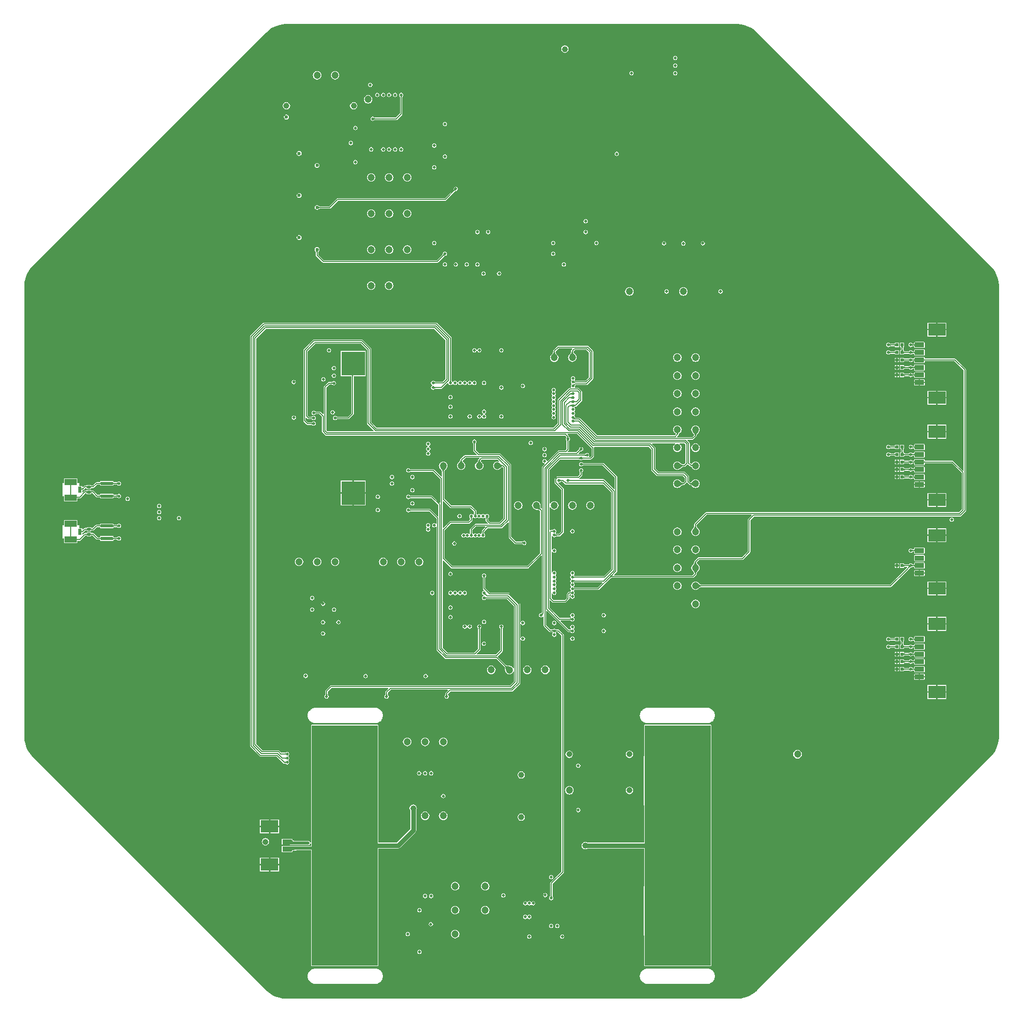
<source format=gbl>
G04*
G04 #@! TF.GenerationSoftware,Altium Limited,Altium Designer,20.0.13 (296)*
G04*
G04 Layer_Physical_Order=4*
G04 Layer_Color=16711680*
%FSLAX25Y25*%
%MOIN*%
G70*
G01*
G75*
%ADD11C,0.00787*%
%ADD32C,0.03937*%
%ADD40R,0.02047X0.01850*%
%ADD51R,0.11811X0.08268*%
G04:AMPARAMS|DCode=52|XSize=62.99mil|YSize=31.89mil|CornerRadius=3.19mil|HoleSize=0mil|Usage=FLASHONLY|Rotation=0.000|XOffset=0mil|YOffset=0mil|HoleType=Round|Shape=RoundedRectangle|*
%AMROUNDEDRECTD52*
21,1,0.06299,0.02551,0,0,0.0*
21,1,0.05661,0.03189,0,0,0.0*
1,1,0.00638,0.02831,-0.01276*
1,1,0.00638,-0.02831,-0.01276*
1,1,0.00638,-0.02831,0.01276*
1,1,0.00638,0.02831,0.01276*
%
%ADD52ROUNDEDRECTD52*%
%ADD53R,0.07874X0.03937*%
%ADD54R,0.02362X0.03937*%
%ADD66R,0.01850X0.02047*%
%ADD123C,0.02953*%
%ADD127C,0.01968*%
%ADD130C,0.09843*%
%ADD131C,0.19685*%
%ADD132C,0.04724*%
%ADD133C,0.01968*%
%ADD134C,0.02362*%
%ADD135R,0.07874X0.02362*%
%ADD136R,0.06299X0.03189*%
%ADD137R,0.15748X0.15748*%
%ADD138R,0.43307X0.31496*%
%ADD139C,0.03150*%
%ADD140R,0.43307X1.57480*%
G36*
X470819Y639690D02*
X472619Y639332D01*
X474375Y638799D01*
X476071Y638096D01*
X477690Y637231D01*
X479216Y636211D01*
X480635Y635047D01*
X481284Y634398D01*
X634398Y481284D01*
X634398Y481284D01*
X635047Y480635D01*
X636211Y479216D01*
X637231Y477690D01*
X638096Y476071D01*
X638799Y474376D01*
X639331Y472619D01*
X639690Y470819D01*
X639869Y468992D01*
Y468074D01*
X639869Y172799D01*
Y171881D01*
X639690Y170054D01*
X639331Y168254D01*
X638799Y166498D01*
X638096Y164802D01*
X637231Y163183D01*
X636211Y161657D01*
X635047Y160238D01*
X634398Y159589D01*
X481284Y6475D01*
X480635Y5826D01*
X479216Y4662D01*
X477690Y3642D01*
X476071Y2777D01*
X474375Y2074D01*
X472619Y1541D01*
X470819Y1183D01*
X468992Y1003D01*
X468074D01*
X172799Y1003D01*
X171881D01*
X170054Y1183D01*
X168254Y1541D01*
X166498Y2074D01*
X164802Y2777D01*
X163183Y3642D01*
X161657Y4662D01*
X160238Y5826D01*
X159589Y6475D01*
X6475Y159589D01*
X6475Y159589D01*
X5826Y160238D01*
X4662Y161657D01*
X3642Y163183D01*
X2777Y164802D01*
X2074Y166498D01*
X1541Y168254D01*
X1183Y170054D01*
X1003Y171881D01*
Y172799D01*
X1003Y468074D01*
Y468992D01*
X1183Y470819D01*
X1541Y472619D01*
X2074Y474375D01*
X2777Y476071D01*
X3642Y477690D01*
X4662Y479216D01*
X5826Y480635D01*
X6475Y481284D01*
X159589Y634398D01*
X159589Y634398D01*
X160238Y635047D01*
X161657Y636211D01*
X163183Y637231D01*
X164802Y638096D01*
X166497Y638799D01*
X168254Y639331D01*
X170054Y639690D01*
X171881Y639869D01*
X172799D01*
X468074Y639870D01*
X468992D01*
X470819Y639690D01*
D02*
G37*
%LPC*%
G36*
X355374Y625909D02*
X354452Y625725D01*
X353671Y625203D01*
X353149Y624422D01*
X352965Y623500D01*
X353149Y622578D01*
X353671Y621797D01*
X354452Y621275D01*
X355374Y621092D01*
X356296Y621275D01*
X357077Y621797D01*
X357599Y622578D01*
X357783Y623500D01*
X357599Y624422D01*
X357077Y625203D01*
X356296Y625725D01*
X355374Y625909D01*
D02*
G37*
G36*
X427697Y619141D02*
X427159Y619034D01*
X426703Y618730D01*
X426399Y618274D01*
X426292Y617736D01*
X426399Y617199D01*
X426703Y616743D01*
X427159Y616438D01*
X427697Y616331D01*
X428234Y616438D01*
X428690Y616743D01*
X428995Y617199D01*
X429102Y617736D01*
X428995Y618274D01*
X428690Y618730D01*
X428234Y619034D01*
X427697Y619141D01*
D02*
G37*
G36*
Y614141D02*
X427159Y614034D01*
X426703Y613730D01*
X426399Y613274D01*
X426292Y612736D01*
X426399Y612199D01*
X426703Y611743D01*
X427159Y611438D01*
X427697Y611331D01*
X428234Y611438D01*
X428690Y611743D01*
X428995Y612199D01*
X429102Y612736D01*
X428995Y613274D01*
X428690Y613730D01*
X428234Y614034D01*
X427697Y614141D01*
D02*
G37*
G36*
X399075Y609173D02*
X398537Y609066D01*
X398081Y608762D01*
X397777Y608306D01*
X397670Y607768D01*
X397777Y607231D01*
X398081Y606775D01*
X398537Y606470D01*
X399075Y606363D01*
X399612Y606470D01*
X400068Y606775D01*
X400373Y607231D01*
X400480Y607768D01*
X400373Y608306D01*
X400068Y608762D01*
X399612Y609066D01*
X399075Y609173D01*
D02*
G37*
G36*
X427697Y609141D02*
X427159Y609034D01*
X426703Y608730D01*
X426399Y608274D01*
X426292Y607736D01*
X426399Y607199D01*
X426703Y606743D01*
X427159Y606438D01*
X427697Y606331D01*
X428234Y606438D01*
X428690Y606743D01*
X428995Y607199D01*
X429102Y607736D01*
X428995Y608274D01*
X428690Y608730D01*
X428234Y609034D01*
X427697Y609141D01*
D02*
G37*
G36*
X204724Y609079D02*
X204005Y608984D01*
X203335Y608707D01*
X202759Y608265D01*
X202317Y607689D01*
X202040Y607019D01*
X201945Y606299D01*
X202040Y605580D01*
X202317Y604909D01*
X202759Y604334D01*
X203335Y603892D01*
X204005Y603614D01*
X204724Y603519D01*
X205444Y603614D01*
X206114Y603892D01*
X206690Y604334D01*
X207132Y604909D01*
X207409Y605580D01*
X207504Y606299D01*
X207409Y607019D01*
X207132Y607689D01*
X206690Y608265D01*
X206114Y608707D01*
X205444Y608984D01*
X204724Y609079D01*
D02*
G37*
G36*
X192913D02*
X192194Y608984D01*
X191524Y608707D01*
X190948Y608265D01*
X190506Y607689D01*
X190228Y607019D01*
X190134Y606299D01*
X190228Y605580D01*
X190506Y604909D01*
X190948Y604334D01*
X191524Y603892D01*
X192194Y603614D01*
X192913Y603519D01*
X193633Y603614D01*
X194303Y603892D01*
X194879Y604334D01*
X195321Y604909D01*
X195598Y605580D01*
X195693Y606299D01*
X195598Y607019D01*
X195321Y607689D01*
X194879Y608265D01*
X194303Y608707D01*
X193633Y608984D01*
X192913Y609079D01*
D02*
G37*
G36*
X227793Y601523D02*
X227255Y601416D01*
X226800Y601112D01*
X226495Y600656D01*
X226388Y600118D01*
X226495Y599580D01*
X226800Y599125D01*
X227255Y598820D01*
X227793Y598713D01*
X228331Y598820D01*
X228786Y599125D01*
X229091Y599580D01*
X229198Y600118D01*
X229091Y600656D01*
X228786Y601112D01*
X228331Y601416D01*
X227793Y601523D01*
D02*
G37*
G36*
X244094Y594922D02*
X243557Y594815D01*
X243101Y594510D01*
X242796Y594055D01*
X242689Y593517D01*
X242796Y592979D01*
X243101Y592523D01*
X243557Y592219D01*
X244094Y592112D01*
X244632Y592219D01*
X245088Y592523D01*
X245392Y592979D01*
X245499Y593517D01*
X245392Y594055D01*
X245088Y594510D01*
X244632Y594815D01*
X244094Y594922D01*
D02*
G37*
G36*
X240158D02*
X239620Y594815D01*
X239164Y594510D01*
X238860Y594055D01*
X238753Y593517D01*
X238860Y592979D01*
X239164Y592523D01*
X239620Y592219D01*
X240158Y592112D01*
X240695Y592219D01*
X241151Y592523D01*
X241456Y592979D01*
X241562Y593517D01*
X241456Y594055D01*
X241151Y594510D01*
X240695Y594815D01*
X240158Y594922D01*
D02*
G37*
G36*
X236221D02*
X235683Y594815D01*
X235227Y594510D01*
X234923Y594055D01*
X234816Y593517D01*
X234923Y592979D01*
X235227Y592523D01*
X235683Y592219D01*
X236221Y592112D01*
X236758Y592219D01*
X237214Y592523D01*
X237519Y592979D01*
X237625Y593517D01*
X237519Y594055D01*
X237214Y594510D01*
X236758Y594815D01*
X236221Y594922D01*
D02*
G37*
G36*
X232283D02*
X231746Y594815D01*
X231290Y594510D01*
X230985Y594055D01*
X230878Y593517D01*
X230985Y592979D01*
X231290Y592523D01*
X231746Y592219D01*
X232283Y592112D01*
X232821Y592219D01*
X233277Y592523D01*
X233581Y592979D01*
X233688Y593517D01*
X233581Y594055D01*
X233277Y594510D01*
X232821Y594815D01*
X232283Y594922D01*
D02*
G37*
G36*
X226378Y593331D02*
X225658Y593236D01*
X224988Y592958D01*
X224412Y592517D01*
X223971Y591941D01*
X223693Y591271D01*
X223598Y590551D01*
X223693Y589832D01*
X223971Y589161D01*
X224412Y588586D01*
X224988Y588144D01*
X225658Y587866D01*
X226378Y587772D01*
X227097Y587866D01*
X227768Y588144D01*
X228344Y588586D01*
X228785Y589161D01*
X229063Y589832D01*
X229158Y590551D01*
X229063Y591271D01*
X228785Y591941D01*
X228344Y592517D01*
X227768Y592958D01*
X227097Y593236D01*
X226378Y593331D01*
D02*
G37*
G36*
X216900Y588826D02*
X215978Y588643D01*
X215197Y588120D01*
X214675Y587339D01*
X214492Y586417D01*
X214675Y585496D01*
X215197Y584714D01*
X215978Y584192D01*
X216900Y584009D01*
X217822Y584192D01*
X218603Y584714D01*
X219125Y585496D01*
X219308Y586417D01*
X219125Y587339D01*
X218603Y588120D01*
X217822Y588643D01*
X216900Y588826D01*
D02*
G37*
G36*
X172800D02*
X171878Y588643D01*
X171097Y588120D01*
X170575Y587339D01*
X170391Y586417D01*
X170575Y585496D01*
X171097Y584714D01*
X171878Y584192D01*
X172800Y584009D01*
X173722Y584192D01*
X174503Y584714D01*
X175025Y585496D01*
X175208Y586417D01*
X175025Y587339D01*
X174503Y588120D01*
X173722Y588643D01*
X172800Y588826D01*
D02*
G37*
G36*
X248031Y594922D02*
X247494Y594815D01*
X247038Y594510D01*
X246733Y594055D01*
X246626Y593517D01*
X246733Y592979D01*
X247022Y592547D01*
X247031Y592523D01*
X247075Y592477D01*
X247101Y592442D01*
X247125Y592406D01*
X247146Y592366D01*
X247165Y592322D01*
X247180Y592274D01*
X247193Y592221D01*
X247203Y592161D01*
X247209Y592096D01*
X247212Y592011D01*
X247229Y591974D01*
Y581364D01*
X244423Y578559D01*
X230979D01*
X230951Y578574D01*
X230936Y578569D01*
X230921Y578576D01*
X230838Y578578D01*
X230775Y578585D01*
X230719Y578595D01*
X230671Y578608D01*
X230629Y578623D01*
X230592Y578640D01*
X230559Y578660D01*
X230530Y578682D01*
X230502Y578708D01*
X230462Y578752D01*
X230419Y578773D01*
X230373Y578842D01*
X229918Y579146D01*
X229380Y579253D01*
X228842Y579146D01*
X228386Y578842D01*
X228082Y578386D01*
X227975Y577848D01*
X228082Y577311D01*
X228386Y576855D01*
X228842Y576550D01*
X229380Y576443D01*
X229918Y576550D01*
X230200Y576739D01*
X230277Y576760D01*
X230328Y576801D01*
X230369Y576827D01*
X230412Y576851D01*
X230458Y576872D01*
X230508Y576891D01*
X230562Y576906D01*
X230621Y576919D01*
X230684Y576928D01*
X230753Y576934D01*
X230838Y576936D01*
X230876Y576953D01*
X244756D01*
X245063Y577014D01*
X245324Y577188D01*
X248599Y580464D01*
X248599Y580464D01*
X248773Y580724D01*
X248834Y581032D01*
Y591974D01*
X248851Y592011D01*
X248854Y592096D01*
X248860Y592161D01*
X248870Y592221D01*
X248883Y592274D01*
X248899Y592322D01*
X248917Y592366D01*
X248938Y592406D01*
X248962Y592442D01*
X248989Y592477D01*
X249032Y592523D01*
X249041Y592547D01*
X249329Y592979D01*
X249436Y593517D01*
X249329Y594055D01*
X249025Y594510D01*
X248569Y594815D01*
X248031Y594922D01*
D02*
G37*
G36*
X172800Y580543D02*
X172186Y580420D01*
X171665Y580072D01*
X171317Y579552D01*
X171194Y578937D01*
X171317Y578323D01*
X171665Y577802D01*
X172186Y577454D01*
X172800Y577331D01*
X173415Y577454D01*
X173935Y577802D01*
X174283Y578323D01*
X174406Y578937D01*
X174283Y579552D01*
X173935Y580072D01*
X173415Y580420D01*
X172800Y580543D01*
D02*
G37*
G36*
X276772Y575814D02*
X276234Y575707D01*
X275778Y575403D01*
X275474Y574947D01*
X275367Y574409D01*
X275474Y573872D01*
X275778Y573416D01*
X276234Y573111D01*
X276772Y573004D01*
X277309Y573111D01*
X277765Y573416D01*
X278070Y573872D01*
X278177Y574409D01*
X278070Y574947D01*
X277765Y575403D01*
X277309Y575707D01*
X276772Y575814D01*
D02*
G37*
G36*
X217950Y573255D02*
X217413Y573148D01*
X216957Y572844D01*
X216652Y572388D01*
X216545Y571850D01*
X216652Y571313D01*
X216957Y570857D01*
X217413Y570552D01*
X217950Y570445D01*
X218488Y570552D01*
X218944Y570857D01*
X219248Y571313D01*
X219355Y571850D01*
X219248Y572388D01*
X218944Y572844D01*
X218488Y573148D01*
X217950Y573255D01*
D02*
G37*
G36*
X215000Y563305D02*
X214462Y563198D01*
X214007Y562893D01*
X213702Y562438D01*
X213595Y561900D01*
X213702Y561362D01*
X214007Y560907D01*
X214462Y560602D01*
X215000Y560495D01*
X215538Y560602D01*
X215993Y560907D01*
X216298Y561362D01*
X216405Y561900D01*
X216298Y562438D01*
X215993Y562893D01*
X215538Y563198D01*
X215000Y563305D01*
D02*
G37*
G36*
X269685Y561641D02*
X269147Y561534D01*
X268692Y561230D01*
X268387Y560774D01*
X268280Y560236D01*
X268387Y559698D01*
X268692Y559243D01*
X269147Y558938D01*
X269685Y558831D01*
X270223Y558938D01*
X270678Y559243D01*
X270983Y559698D01*
X271090Y560236D01*
X270983Y560774D01*
X270678Y561230D01*
X270223Y561534D01*
X269685Y561641D01*
D02*
G37*
G36*
X248031Y559226D02*
X247494Y559119D01*
X247038Y558815D01*
X246733Y558359D01*
X246626Y557821D01*
X246733Y557284D01*
X247038Y556828D01*
X247494Y556523D01*
X248031Y556416D01*
X248569Y556523D01*
X249025Y556828D01*
X249329Y557284D01*
X249436Y557821D01*
X249329Y558359D01*
X249025Y558815D01*
X248569Y559119D01*
X248031Y559226D01*
D02*
G37*
G36*
X244094D02*
X243557Y559119D01*
X243101Y558815D01*
X242796Y558359D01*
X242689Y557821D01*
X242796Y557284D01*
X243101Y556828D01*
X243557Y556523D01*
X244094Y556416D01*
X244632Y556523D01*
X245088Y556828D01*
X245392Y557284D01*
X245499Y557821D01*
X245392Y558359D01*
X245088Y558815D01*
X244632Y559119D01*
X244094Y559226D01*
D02*
G37*
G36*
X240158D02*
X239620Y559119D01*
X239164Y558815D01*
X238860Y558359D01*
X238753Y557821D01*
X238860Y557284D01*
X239164Y556828D01*
X239620Y556523D01*
X240158Y556416D01*
X240695Y556523D01*
X241151Y556828D01*
X241456Y557284D01*
X241562Y557821D01*
X241456Y558359D01*
X241151Y558815D01*
X240695Y559119D01*
X240158Y559226D01*
D02*
G37*
G36*
X236221D02*
X235683Y559119D01*
X235227Y558815D01*
X234923Y558359D01*
X234816Y557821D01*
X234923Y557284D01*
X235227Y556828D01*
X235683Y556523D01*
X236221Y556416D01*
X236758Y556523D01*
X237214Y556828D01*
X237519Y557284D01*
X237625Y557821D01*
X237519Y558359D01*
X237214Y558815D01*
X236758Y559119D01*
X236221Y559226D01*
D02*
G37*
G36*
X228346D02*
X227809Y559119D01*
X227353Y558815D01*
X227048Y558359D01*
X226941Y557821D01*
X227048Y557284D01*
X227353Y556828D01*
X227809Y556523D01*
X228346Y556416D01*
X228884Y556523D01*
X229340Y556828D01*
X229644Y557284D01*
X229751Y557821D01*
X229644Y558359D01*
X229340Y558815D01*
X228884Y559119D01*
X228346Y559226D01*
D02*
G37*
G36*
X181102Y556724D02*
X180488Y556601D01*
X179967Y556253D01*
X179619Y555733D01*
X179497Y555118D01*
X179619Y554504D01*
X179967Y553983D01*
X180488Y553635D01*
X181102Y553512D01*
X181717Y553635D01*
X182238Y553983D01*
X182586Y554504D01*
X182708Y555118D01*
X182586Y555733D01*
X182238Y556253D01*
X181717Y556601D01*
X181102Y556724D01*
D02*
G37*
G36*
X389355Y556248D02*
X388818Y556141D01*
X388362Y555836D01*
X388057Y555380D01*
X387950Y554843D01*
X388057Y554305D01*
X388362Y553849D01*
X388818Y553545D01*
X389355Y553438D01*
X389893Y553545D01*
X390349Y553849D01*
X390653Y554305D01*
X390760Y554843D01*
X390653Y555380D01*
X390349Y555836D01*
X389893Y556141D01*
X389355Y556248D01*
D02*
G37*
G36*
X276772Y554555D02*
X276234Y554448D01*
X275778Y554143D01*
X275474Y553687D01*
X275367Y553150D01*
X275474Y552612D01*
X275778Y552156D01*
X276234Y551852D01*
X276772Y551745D01*
X277309Y551852D01*
X277765Y552156D01*
X278070Y552612D01*
X278177Y553150D01*
X278070Y553687D01*
X277765Y554143D01*
X277309Y554448D01*
X276772Y554555D01*
D02*
G37*
G36*
X217950Y550893D02*
X217413Y550786D01*
X216957Y550482D01*
X216652Y550026D01*
X216545Y549488D01*
X216652Y548950D01*
X216957Y548495D01*
X217413Y548190D01*
X217950Y548083D01*
X218488Y548190D01*
X218944Y548495D01*
X219248Y548950D01*
X219355Y549488D01*
X219248Y550026D01*
X218944Y550482D01*
X218488Y550786D01*
X217950Y550893D01*
D02*
G37*
G36*
X192913Y548850D02*
X192299Y548728D01*
X191778Y548380D01*
X191430Y547859D01*
X191308Y547244D01*
X191430Y546630D01*
X191778Y546109D01*
X192299Y545761D01*
X192913Y545638D01*
X193528Y545761D01*
X194049Y546109D01*
X194397Y546630D01*
X194519Y547244D01*
X194397Y547859D01*
X194049Y548380D01*
X193528Y548728D01*
X192913Y548850D01*
D02*
G37*
G36*
X269685Y547468D02*
X269147Y547361D01*
X268692Y547056D01*
X268387Y546601D01*
X268280Y546063D01*
X268387Y545525D01*
X268692Y545070D01*
X269147Y544765D01*
X269685Y544658D01*
X270223Y544765D01*
X270678Y545070D01*
X270983Y545525D01*
X271090Y546063D01*
X270983Y546601D01*
X270678Y547056D01*
X270223Y547361D01*
X269685Y547468D01*
D02*
G37*
G36*
X251969Y542150D02*
X251249Y542055D01*
X250579Y541777D01*
X250003Y541336D01*
X249561Y540760D01*
X249284Y540090D01*
X249189Y539370D01*
X249284Y538651D01*
X249561Y537980D01*
X250003Y537405D01*
X250579Y536963D01*
X251249Y536685D01*
X251969Y536590D01*
X252688Y536685D01*
X253358Y536963D01*
X253934Y537405D01*
X254376Y537980D01*
X254654Y538651D01*
X254748Y539370D01*
X254654Y540090D01*
X254376Y540760D01*
X253934Y541336D01*
X253358Y541777D01*
X252688Y542055D01*
X251969Y542150D01*
D02*
G37*
G36*
X240158D02*
X239438Y542055D01*
X238768Y541777D01*
X238192Y541336D01*
X237750Y540760D01*
X237473Y540090D01*
X237378Y539370D01*
X237473Y538651D01*
X237750Y537980D01*
X238192Y537405D01*
X238768Y536963D01*
X239438Y536685D01*
X240158Y536590D01*
X240877Y536685D01*
X241547Y536963D01*
X242123Y537405D01*
X242565Y537980D01*
X242842Y538651D01*
X242937Y539370D01*
X242842Y540090D01*
X242565Y540760D01*
X242123Y541336D01*
X241547Y541777D01*
X240877Y542055D01*
X240158Y542150D01*
D02*
G37*
G36*
X228346D02*
X227627Y542055D01*
X226957Y541777D01*
X226381Y541336D01*
X225939Y540760D01*
X225661Y540090D01*
X225567Y539370D01*
X225661Y538651D01*
X225939Y537980D01*
X226381Y537405D01*
X226957Y536963D01*
X227627Y536685D01*
X228346Y536590D01*
X229066Y536685D01*
X229736Y536963D01*
X230312Y537405D01*
X230754Y537980D01*
X231031Y538651D01*
X231126Y539370D01*
X231031Y540090D01*
X230754Y540760D01*
X230312Y541336D01*
X229736Y541777D01*
X229066Y542055D01*
X228346Y542150D01*
D02*
G37*
G36*
X181102Y529165D02*
X180488Y529042D01*
X179967Y528694D01*
X179619Y528173D01*
X179497Y527559D01*
X179619Y526945D01*
X179967Y526424D01*
X180488Y526076D01*
X181102Y525953D01*
X181717Y526076D01*
X182238Y526424D01*
X182586Y526945D01*
X182708Y527559D01*
X182586Y528173D01*
X182238Y528694D01*
X181717Y529042D01*
X181102Y529165D01*
D02*
G37*
G36*
X283858Y533295D02*
X283321Y533188D01*
X282865Y532883D01*
X282560Y532427D01*
X282459Y531918D01*
X282448Y531894D01*
X282446Y531831D01*
X282441Y531787D01*
X282432Y531745D01*
X282418Y531702D01*
X282401Y531658D01*
X282378Y531613D01*
X282349Y531566D01*
X282314Y531517D01*
X282272Y531466D01*
X282214Y531405D01*
X282200Y531366D01*
X276536Y525703D01*
X206200D01*
X205893Y525642D01*
X205632Y525468D01*
X200653Y520488D01*
X194789D01*
X194752Y520505D01*
X194660Y520508D01*
X194588Y520517D01*
X194519Y520531D01*
X194452Y520551D01*
X194386Y520577D01*
X194321Y520609D01*
X194256Y520648D01*
X194192Y520694D01*
X194126Y520748D01*
X194051Y520820D01*
X194047Y520822D01*
X193528Y521169D01*
X192913Y521291D01*
X192299Y521169D01*
X191778Y520820D01*
X191430Y520299D01*
X191308Y519685D01*
X191430Y519071D01*
X191778Y518550D01*
X192299Y518202D01*
X192913Y518079D01*
X193528Y518202D01*
X194047Y518548D01*
X194051Y518550D01*
X194126Y518622D01*
X194192Y518676D01*
X194256Y518722D01*
X194321Y518761D01*
X194386Y518793D01*
X194452Y518819D01*
X194519Y518839D01*
X194588Y518853D01*
X194660Y518862D01*
X194752Y518865D01*
X194789Y518882D01*
X200985D01*
X201292Y518943D01*
X201553Y519117D01*
X206533Y524097D01*
X276869D01*
X277176Y524158D01*
X277436Y524332D01*
X283335Y530231D01*
X283373Y530246D01*
X283435Y530303D01*
X283485Y530345D01*
X283534Y530380D01*
X283581Y530409D01*
X283627Y530432D01*
X283670Y530450D01*
X283714Y530463D01*
X283756Y530472D01*
X283800Y530478D01*
X283863Y530480D01*
X283887Y530490D01*
X284396Y530592D01*
X284852Y530896D01*
X285156Y531352D01*
X285263Y531890D01*
X285156Y532427D01*
X284852Y532883D01*
X284396Y533188D01*
X283858Y533295D01*
D02*
G37*
G36*
X251969Y518528D02*
X251249Y518433D01*
X250579Y518155D01*
X250003Y517714D01*
X249561Y517138D01*
X249284Y516468D01*
X249189Y515748D01*
X249284Y515029D01*
X249561Y514358D01*
X250003Y513783D01*
X250579Y513341D01*
X251249Y513063D01*
X251969Y512968D01*
X252688Y513063D01*
X253358Y513341D01*
X253934Y513783D01*
X254376Y514358D01*
X254654Y515029D01*
X254748Y515748D01*
X254654Y516468D01*
X254376Y517138D01*
X253934Y517714D01*
X253358Y518155D01*
X252688Y518433D01*
X251969Y518528D01*
D02*
G37*
G36*
X240158D02*
X239438Y518433D01*
X238768Y518155D01*
X238192Y517714D01*
X237750Y517138D01*
X237473Y516468D01*
X237378Y515748D01*
X237473Y515029D01*
X237750Y514358D01*
X238192Y513783D01*
X238768Y513341D01*
X239438Y513063D01*
X240158Y512968D01*
X240877Y513063D01*
X241547Y513341D01*
X242123Y513783D01*
X242565Y514358D01*
X242842Y515029D01*
X242937Y515748D01*
X242842Y516468D01*
X242565Y517138D01*
X242123Y517714D01*
X241547Y518155D01*
X240877Y518433D01*
X240158Y518528D01*
D02*
G37*
G36*
X228346D02*
X227627Y518433D01*
X226957Y518155D01*
X226381Y517714D01*
X225939Y517138D01*
X225661Y516468D01*
X225567Y515748D01*
X225661Y515029D01*
X225939Y514358D01*
X226381Y513783D01*
X226957Y513341D01*
X227627Y513063D01*
X228346Y512968D01*
X229066Y513063D01*
X229736Y513341D01*
X230312Y513783D01*
X230754Y514358D01*
X231031Y515029D01*
X231126Y515748D01*
X231031Y516468D01*
X230754Y517138D01*
X230312Y517714D01*
X229736Y518155D01*
X229066Y518433D01*
X228346Y518528D01*
D02*
G37*
G36*
X368898Y512035D02*
X368360Y511928D01*
X367904Y511623D01*
X367600Y511168D01*
X367493Y510630D01*
X367600Y510092D01*
X367904Y509636D01*
X368360Y509332D01*
X368898Y509225D01*
X369435Y509332D01*
X369891Y509636D01*
X370196Y510092D01*
X370303Y510630D01*
X370196Y511168D01*
X369891Y511623D01*
X369435Y511928D01*
X368898Y512035D01*
D02*
G37*
G36*
Y504948D02*
X368360Y504841D01*
X367904Y504537D01*
X367600Y504081D01*
X367493Y503543D01*
X367600Y503006D01*
X367904Y502550D01*
X368360Y502245D01*
X368898Y502138D01*
X369435Y502245D01*
X369891Y502550D01*
X370196Y503006D01*
X370303Y503543D01*
X370196Y504081D01*
X369891Y504537D01*
X369435Y504841D01*
X368898Y504948D01*
D02*
G37*
G36*
X305118Y504948D02*
X304580Y504841D01*
X304125Y504537D01*
X303820Y504081D01*
X303713Y503543D01*
X303820Y503006D01*
X304125Y502550D01*
X304580Y502245D01*
X305118Y502138D01*
X305656Y502245D01*
X306112Y502550D01*
X306416Y503006D01*
X306523Y503543D01*
X306416Y504081D01*
X306112Y504537D01*
X305656Y504841D01*
X305118Y504948D01*
D02*
G37*
G36*
X298031D02*
X297494Y504841D01*
X297038Y504537D01*
X296733Y504081D01*
X296626Y503543D01*
X296733Y503006D01*
X297038Y502550D01*
X297494Y502245D01*
X298031Y502138D01*
X298569Y502245D01*
X299025Y502550D01*
X299329Y503006D01*
X299436Y503543D01*
X299329Y504081D01*
X299025Y504537D01*
X298569Y504841D01*
X298031Y504948D01*
D02*
G37*
G36*
X181102Y501606D02*
X180488Y501483D01*
X179967Y501135D01*
X179619Y500615D01*
X179497Y500000D01*
X179619Y499385D01*
X179967Y498865D01*
X180488Y498517D01*
X181102Y498394D01*
X181717Y498517D01*
X182238Y498865D01*
X182586Y499385D01*
X182708Y500000D01*
X182586Y500615D01*
X182238Y501135D01*
X181717Y501483D01*
X181102Y501606D01*
D02*
G37*
G36*
X375984Y497862D02*
X375447Y497755D01*
X374991Y497450D01*
X374686Y496994D01*
X374579Y496457D01*
X374686Y495919D01*
X374991Y495463D01*
X375447Y495159D01*
X375984Y495052D01*
X376522Y495159D01*
X376978Y495463D01*
X377282Y495919D01*
X377389Y496457D01*
X377282Y496994D01*
X376978Y497450D01*
X376522Y497755D01*
X375984Y497862D01*
D02*
G37*
G36*
X269685D02*
X269147Y497755D01*
X268692Y497450D01*
X268387Y496994D01*
X268280Y496457D01*
X268387Y495919D01*
X268692Y495463D01*
X269147Y495159D01*
X269685Y495052D01*
X270223Y495159D01*
X270678Y495463D01*
X270983Y495919D01*
X271090Y496457D01*
X270983Y496994D01*
X270678Y497450D01*
X270223Y497755D01*
X269685Y497862D01*
D02*
G37*
G36*
X347638Y497862D02*
X347100Y497755D01*
X346644Y497450D01*
X346340Y496994D01*
X346233Y496457D01*
X346340Y495919D01*
X346644Y495463D01*
X347100Y495159D01*
X347638Y495052D01*
X348175Y495159D01*
X348631Y495463D01*
X348936Y495919D01*
X349043Y496457D01*
X348936Y496994D01*
X348631Y497450D01*
X348175Y497755D01*
X347638Y497862D01*
D02*
G37*
G36*
X445827Y497606D02*
X445289Y497499D01*
X444833Y497194D01*
X444529Y496738D01*
X444422Y496201D01*
X444529Y495663D01*
X444833Y495207D01*
X445289Y494903D01*
X445827Y494796D01*
X446364Y494903D01*
X446820Y495207D01*
X447125Y495663D01*
X447232Y496201D01*
X447125Y496738D01*
X446820Y497194D01*
X446364Y497499D01*
X445827Y497606D01*
D02*
G37*
G36*
X420315D02*
X419777Y497499D01*
X419321Y497194D01*
X419017Y496738D01*
X418910Y496201D01*
X419017Y495663D01*
X419321Y495207D01*
X419777Y494903D01*
X420315Y494796D01*
X420853Y494903D01*
X421308Y495207D01*
X421613Y495663D01*
X421720Y496201D01*
X421613Y496738D01*
X421308Y497194D01*
X420853Y497499D01*
X420315Y497606D01*
D02*
G37*
G36*
X433002Y497537D02*
X432464Y497430D01*
X432009Y497125D01*
X431704Y496669D01*
X431597Y496132D01*
X431704Y495594D01*
X432009Y495138D01*
X432464Y494834D01*
X433002Y494727D01*
X433540Y494834D01*
X433995Y495138D01*
X434300Y495594D01*
X434407Y496132D01*
X434300Y496669D01*
X433995Y497125D01*
X433540Y497430D01*
X433002Y497537D01*
D02*
G37*
G36*
X251969Y494906D02*
X251249Y494811D01*
X250579Y494533D01*
X250003Y494092D01*
X249561Y493516D01*
X249284Y492845D01*
X249189Y492126D01*
X249284Y491406D01*
X249561Y490736D01*
X250003Y490161D01*
X250579Y489719D01*
X251249Y489441D01*
X251969Y489346D01*
X252688Y489441D01*
X253358Y489719D01*
X253934Y490161D01*
X254376Y490736D01*
X254654Y491406D01*
X254748Y492126D01*
X254654Y492845D01*
X254376Y493516D01*
X253934Y494092D01*
X253358Y494533D01*
X252688Y494811D01*
X251969Y494906D01*
D02*
G37*
G36*
X240158D02*
X239438Y494811D01*
X238768Y494533D01*
X238192Y494092D01*
X237750Y493516D01*
X237473Y492845D01*
X237378Y492126D01*
X237473Y491406D01*
X237750Y490736D01*
X238192Y490161D01*
X238768Y489719D01*
X239438Y489441D01*
X240158Y489346D01*
X240877Y489441D01*
X241547Y489719D01*
X242123Y490161D01*
X242565Y490736D01*
X242842Y491406D01*
X242937Y492126D01*
X242842Y492845D01*
X242565Y493516D01*
X242123Y494092D01*
X241547Y494533D01*
X240877Y494811D01*
X240158Y494906D01*
D02*
G37*
G36*
X228346D02*
X227627Y494811D01*
X226957Y494533D01*
X226381Y494092D01*
X225939Y493516D01*
X225661Y492845D01*
X225567Y492126D01*
X225661Y491406D01*
X225939Y490736D01*
X226381Y490161D01*
X226957Y489719D01*
X227627Y489441D01*
X228346Y489346D01*
X229066Y489441D01*
X229736Y489719D01*
X230312Y490161D01*
X230754Y490736D01*
X231031Y491406D01*
X231126Y492126D01*
X231031Y492845D01*
X230754Y493516D01*
X230312Y494092D01*
X229736Y494533D01*
X229066Y494811D01*
X228346Y494906D01*
D02*
G37*
G36*
X347638Y490775D02*
X347100Y490668D01*
X346644Y490364D01*
X346340Y489908D01*
X346233Y489370D01*
X346340Y488832D01*
X346644Y488377D01*
X347100Y488072D01*
X347638Y487965D01*
X348175Y488072D01*
X348631Y488377D01*
X348936Y488832D01*
X349043Y489370D01*
X348936Y489908D01*
X348631Y490364D01*
X348175Y490668D01*
X347638Y490775D01*
D02*
G37*
G36*
X192913Y493732D02*
X192299Y493609D01*
X191778Y493261D01*
X191430Y492740D01*
X191308Y492126D01*
X191430Y491511D01*
X191777Y490993D01*
X191778Y490988D01*
X191850Y490913D01*
X191904Y490848D01*
X191951Y490783D01*
X191989Y490718D01*
X192021Y490653D01*
X192047Y490587D01*
X192067Y490520D01*
X192081Y490451D01*
X192090Y490379D01*
X192094Y490287D01*
X192111Y490251D01*
Y488387D01*
X192172Y488079D01*
X192346Y487819D01*
X196432Y483732D01*
X196693Y483558D01*
X197000Y483497D01*
X197000Y483497D01*
X271702D01*
X272009Y483558D01*
X272269Y483732D01*
X276248Y487711D01*
X276287Y487726D01*
X276348Y487784D01*
X276399Y487826D01*
X276448Y487861D01*
X276495Y487889D01*
X276540Y487912D01*
X276584Y487930D01*
X276627Y487943D01*
X276670Y487953D01*
X276713Y487958D01*
X276776Y487960D01*
X276800Y487971D01*
X277309Y488072D01*
X277765Y488377D01*
X278070Y488832D01*
X278177Y489370D01*
X278070Y489908D01*
X277765Y490364D01*
X277309Y490668D01*
X276772Y490775D01*
X276234Y490668D01*
X275778Y490364D01*
X275474Y489908D01*
X275372Y489398D01*
X275362Y489374D01*
X275359Y489311D01*
X275354Y489268D01*
X275345Y489225D01*
X275332Y489182D01*
X275314Y489138D01*
X275291Y489093D01*
X275262Y489046D01*
X275227Y488997D01*
X275185Y488947D01*
X275128Y488885D01*
X275113Y488847D01*
X271369Y485103D01*
X197333D01*
X193716Y488719D01*
Y490251D01*
X193733Y490287D01*
X193737Y490379D01*
X193745Y490451D01*
X193760Y490520D01*
X193780Y490587D01*
X193805Y490653D01*
X193837Y490718D01*
X193876Y490783D01*
X193922Y490848D01*
X193976Y490913D01*
X194048Y490988D01*
X194050Y490993D01*
X194397Y491511D01*
X194519Y492126D01*
X194397Y492740D01*
X194049Y493261D01*
X193528Y493609D01*
X192913Y493732D01*
D02*
G37*
G36*
X354724Y483688D02*
X354187Y483581D01*
X353731Y483277D01*
X353426Y482821D01*
X353319Y482283D01*
X353426Y481746D01*
X353731Y481290D01*
X354187Y480985D01*
X354724Y480878D01*
X355262Y480985D01*
X355718Y481290D01*
X356022Y481746D01*
X356129Y482283D01*
X356022Y482821D01*
X355718Y483277D01*
X355262Y483581D01*
X354724Y483688D01*
D02*
G37*
G36*
X298031D02*
X297494Y483581D01*
X297038Y483277D01*
X296733Y482821D01*
X296626Y482283D01*
X296733Y481746D01*
X297038Y481290D01*
X297494Y480985D01*
X298031Y480878D01*
X298569Y480985D01*
X299025Y481290D01*
X299329Y481746D01*
X299436Y482283D01*
X299329Y482821D01*
X299025Y483277D01*
X298569Y483581D01*
X298031Y483688D01*
D02*
G37*
G36*
X290945D02*
X290407Y483581D01*
X289951Y483277D01*
X289647Y482821D01*
X289540Y482283D01*
X289647Y481746D01*
X289951Y481290D01*
X290407Y480985D01*
X290945Y480878D01*
X291482Y480985D01*
X291938Y481290D01*
X292243Y481746D01*
X292350Y482283D01*
X292243Y482821D01*
X291938Y483277D01*
X291482Y483581D01*
X290945Y483688D01*
D02*
G37*
G36*
X283858D02*
X283321Y483581D01*
X282865Y483277D01*
X282560Y482821D01*
X282453Y482283D01*
X282560Y481746D01*
X282865Y481290D01*
X283321Y480985D01*
X283858Y480878D01*
X284396Y480985D01*
X284852Y481290D01*
X285156Y481746D01*
X285263Y482283D01*
X285156Y482821D01*
X284852Y483277D01*
X284396Y483581D01*
X283858Y483688D01*
D02*
G37*
G36*
X276772D02*
X276234Y483581D01*
X275778Y483277D01*
X275474Y482821D01*
X275367Y482283D01*
X275474Y481746D01*
X275778Y481290D01*
X276234Y480985D01*
X276772Y480878D01*
X277309Y480985D01*
X277765Y481290D01*
X278070Y481746D01*
X278177Y482283D01*
X278070Y482821D01*
X277765Y483277D01*
X277309Y483581D01*
X276772Y483688D01*
D02*
G37*
G36*
X312205Y477783D02*
X311667Y477676D01*
X311211Y477371D01*
X310907Y476916D01*
X310800Y476378D01*
X310907Y475840D01*
X311211Y475385D01*
X311667Y475080D01*
X312205Y474973D01*
X312742Y475080D01*
X313198Y475385D01*
X313503Y475840D01*
X313610Y476378D01*
X313503Y476916D01*
X313198Y477371D01*
X312742Y477676D01*
X312205Y477783D01*
D02*
G37*
G36*
X301969D02*
X301431Y477676D01*
X300975Y477371D01*
X300671Y476916D01*
X300564Y476378D01*
X300671Y475840D01*
X300975Y475385D01*
X301431Y475080D01*
X301969Y474973D01*
X302506Y475080D01*
X302962Y475385D01*
X303267Y475840D01*
X303374Y476378D01*
X303267Y476916D01*
X302962Y477371D01*
X302506Y477676D01*
X301969Y477783D01*
D02*
G37*
G36*
X240158Y471284D02*
X239438Y471189D01*
X238768Y470911D01*
X238192Y470470D01*
X237750Y469894D01*
X237473Y469223D01*
X237378Y468504D01*
X237473Y467785D01*
X237750Y467114D01*
X238192Y466538D01*
X238768Y466097D01*
X239438Y465819D01*
X240158Y465724D01*
X240877Y465819D01*
X241547Y466097D01*
X242123Y466538D01*
X242565Y467114D01*
X242842Y467785D01*
X242937Y468504D01*
X242842Y469223D01*
X242565Y469894D01*
X242123Y470470D01*
X241547Y470911D01*
X240877Y471189D01*
X240158Y471284D01*
D02*
G37*
G36*
X228346D02*
X227627Y471189D01*
X226957Y470911D01*
X226381Y470470D01*
X225939Y469894D01*
X225661Y469223D01*
X225567Y468504D01*
X225661Y467785D01*
X225939Y467114D01*
X226381Y466538D01*
X226957Y466097D01*
X227627Y465819D01*
X228346Y465724D01*
X229066Y465819D01*
X229736Y466097D01*
X230312Y466538D01*
X230754Y467114D01*
X231031Y467785D01*
X231126Y468504D01*
X231031Y469223D01*
X230754Y469894D01*
X230312Y470470D01*
X229736Y470911D01*
X229066Y471189D01*
X228346Y471284D01*
D02*
G37*
G36*
X457480Y465972D02*
X456943Y465865D01*
X456487Y465560D01*
X456182Y465105D01*
X456075Y464567D01*
X456182Y464029D01*
X456487Y463574D01*
X456943Y463269D01*
X457480Y463162D01*
X458018Y463269D01*
X458474Y463574D01*
X458778Y464029D01*
X458885Y464567D01*
X458778Y465105D01*
X458474Y465560D01*
X458018Y465865D01*
X457480Y465972D01*
D02*
G37*
G36*
X422047D02*
X421510Y465865D01*
X421054Y465560D01*
X420749Y465105D01*
X420642Y464567D01*
X420749Y464029D01*
X421054Y463574D01*
X421510Y463269D01*
X422047Y463162D01*
X422585Y463269D01*
X423041Y463574D01*
X423345Y464029D01*
X423452Y464567D01*
X423345Y465105D01*
X423041Y465560D01*
X422585Y465865D01*
X422047Y465972D01*
D02*
G37*
G36*
X433071Y467347D02*
X432351Y467252D01*
X431681Y466974D01*
X431105Y466533D01*
X430664Y465957D01*
X430386Y465286D01*
X430291Y464567D01*
X430386Y463847D01*
X430664Y463177D01*
X431105Y462601D01*
X431681Y462160D01*
X432351Y461882D01*
X433071Y461787D01*
X433790Y461882D01*
X434461Y462160D01*
X435036Y462601D01*
X435478Y463177D01*
X435756Y463847D01*
X435851Y464567D01*
X435756Y465286D01*
X435478Y465957D01*
X435036Y466533D01*
X434461Y466974D01*
X433790Y467252D01*
X433071Y467347D01*
D02*
G37*
G36*
X397638D02*
X396918Y467252D01*
X396248Y466974D01*
X395672Y466533D01*
X395231Y465957D01*
X394953Y465286D01*
X394858Y464567D01*
X394953Y463847D01*
X395231Y463177D01*
X395672Y462601D01*
X396248Y462160D01*
X396918Y461882D01*
X397638Y461787D01*
X398357Y461882D01*
X399028Y462160D01*
X399603Y462601D01*
X400045Y463177D01*
X400323Y463847D01*
X400418Y464567D01*
X400323Y465286D01*
X400045Y465957D01*
X399603Y466533D01*
X399028Y466974D01*
X398357Y467252D01*
X397638Y467347D01*
D02*
G37*
G36*
X605512Y444135D02*
X599607D01*
Y440002D01*
X605512D01*
Y444135D01*
D02*
G37*
G36*
X598819D02*
X592913D01*
Y440002D01*
X598819D01*
Y444135D01*
D02*
G37*
G36*
X605512Y439214D02*
X599607D01*
Y435080D01*
X605512D01*
Y439214D01*
D02*
G37*
G36*
X598819D02*
X592913D01*
Y435080D01*
X598819D01*
Y439214D01*
D02*
G37*
G36*
X590626Y431571D02*
X584965D01*
X584687Y431515D01*
X584451Y431358D01*
X584293Y431122D01*
X584238Y430844D01*
Y430430D01*
X584183Y430415D01*
X584099Y430401D01*
X583992Y430392D01*
X583853Y430388D01*
X583815Y430371D01*
X583688D01*
X583651Y430388D01*
X583567Y430391D01*
X583501Y430397D01*
X583442Y430407D01*
X583389Y430420D01*
X583340Y430436D01*
X583297Y430454D01*
X583257Y430475D01*
X583220Y430499D01*
X583186Y430525D01*
X583140Y430569D01*
X583115Y430578D01*
X582683Y430866D01*
X582146Y430973D01*
X581608Y430866D01*
X581152Y430562D01*
X580848Y430106D01*
X580741Y429568D01*
X580848Y429031D01*
X581152Y428575D01*
X581608Y428270D01*
X582146Y428164D01*
X582683Y428270D01*
X583115Y428559D01*
X583140Y428568D01*
X583186Y428612D01*
X583220Y428638D01*
X583257Y428662D01*
X583297Y428683D01*
X583340Y428702D01*
X583389Y428717D01*
X583442Y428730D01*
X583501Y428740D01*
X583567Y428746D01*
X583651Y428749D01*
X583688Y428766D01*
X583815D01*
X583853Y428749D01*
X583992Y428745D01*
X584099Y428736D01*
X584183Y428722D01*
X584238Y428708D01*
Y428293D01*
X584293Y428015D01*
X584451Y427779D01*
X584687Y427622D01*
X584965Y427566D01*
X590626D01*
X590904Y427622D01*
X591140Y427779D01*
X591297Y428015D01*
X591353Y428293D01*
Y430844D01*
X591297Y431122D01*
X591140Y431358D01*
X590904Y431515D01*
X590626Y431571D01*
D02*
G37*
G36*
X574429Y430986D02*
X571791D01*
Y430436D01*
X571777Y430430D01*
X571721Y430414D01*
X571639Y430401D01*
X571535Y430392D01*
X571398Y430388D01*
X571361Y430371D01*
X569003D01*
X568966Y430388D01*
X568882Y430391D01*
X568816Y430397D01*
X568757Y430407D01*
X568704Y430420D01*
X568655Y430436D01*
X568612Y430454D01*
X568572Y430475D01*
X568535Y430499D01*
X568501Y430525D01*
X568455Y430569D01*
X568430Y430578D01*
X567998Y430866D01*
X567461Y430973D01*
X566923Y430866D01*
X566467Y430562D01*
X566163Y430106D01*
X566056Y429568D01*
X566163Y429031D01*
X566467Y428575D01*
X566923Y428270D01*
X567461Y428164D01*
X567998Y428270D01*
X568430Y428559D01*
X568455Y428568D01*
X568501Y428612D01*
X568535Y428638D01*
X568572Y428662D01*
X568612Y428683D01*
X568655Y428702D01*
X568704Y428717D01*
X568757Y428730D01*
X568816Y428740D01*
X568882Y428746D01*
X568966Y428749D01*
X569003Y428766D01*
X571361D01*
X571398Y428749D01*
X571535Y428745D01*
X571639Y428736D01*
X571721Y428722D01*
X571777Y428707D01*
X571791Y428701D01*
Y428151D01*
X574429D01*
Y430986D01*
D02*
G37*
G36*
X299213Y427505D02*
X298675Y427398D01*
X298219Y427094D01*
X297915Y426638D01*
X297893Y426528D01*
X297383D01*
X297361Y426638D01*
X297056Y427094D01*
X296601Y427398D01*
X296063Y427505D01*
X295525Y427398D01*
X295070Y427094D01*
X294765Y426638D01*
X294658Y426100D01*
X294765Y425562D01*
X295070Y425106D01*
X295525Y424802D01*
X296063Y424695D01*
X296601Y424802D01*
X297056Y425106D01*
X297361Y425562D01*
X297383Y425672D01*
X297893D01*
X297915Y425562D01*
X298219Y425106D01*
X298675Y424802D01*
X299213Y424695D01*
X299750Y424802D01*
X300206Y425106D01*
X300511Y425562D01*
X300618Y426100D01*
X300511Y426638D01*
X300206Y427094D01*
X299750Y427398D01*
X299213Y427505D01*
D02*
G37*
G36*
X574429Y426065D02*
X571791D01*
Y425514D01*
X571777Y425508D01*
X571721Y425493D01*
X571639Y425480D01*
X571535Y425470D01*
X571398Y425467D01*
X571361Y425450D01*
X569003D01*
X568966Y425467D01*
X568882Y425469D01*
X568816Y425476D01*
X568757Y425485D01*
X568704Y425498D01*
X568655Y425514D01*
X568612Y425533D01*
X568572Y425554D01*
X568535Y425577D01*
X568501Y425604D01*
X568455Y425647D01*
X568430Y425657D01*
X567998Y425945D01*
X567461Y426052D01*
X566923Y425945D01*
X566467Y425641D01*
X566163Y425185D01*
X566056Y424647D01*
X566163Y424110D01*
X566467Y423654D01*
X566923Y423349D01*
X567461Y423242D01*
X567998Y423349D01*
X568430Y423638D01*
X568455Y423647D01*
X568501Y423690D01*
X568535Y423717D01*
X568572Y423741D01*
X568612Y423762D01*
X568655Y423780D01*
X568704Y423796D01*
X568757Y423809D01*
X568816Y423819D01*
X568882Y423825D01*
X568966Y423828D01*
X569003Y423844D01*
X571361D01*
X571398Y423828D01*
X571535Y423824D01*
X571639Y423815D01*
X571721Y423801D01*
X571777Y423786D01*
X571791Y423780D01*
Y423230D01*
X574429D01*
Y426065D01*
D02*
G37*
G36*
X313779Y427505D02*
X313242Y427398D01*
X312786Y427094D01*
X312481Y426638D01*
X312375Y426100D01*
X312481Y425562D01*
X312786Y425106D01*
X313242Y424802D01*
X313779Y424695D01*
X314317Y424802D01*
X314773Y425106D01*
X315077Y425562D01*
X315184Y426100D01*
X315077Y426638D01*
X314773Y427094D01*
X314317Y427398D01*
X313779Y427505D01*
D02*
G37*
G36*
X200787D02*
X200250Y427398D01*
X199794Y427094D01*
X199489Y426638D01*
X199382Y426100D01*
X199489Y425562D01*
X199794Y425106D01*
X200250Y424802D01*
X200787Y424695D01*
X201325Y424802D01*
X201781Y425106D01*
X202085Y425562D01*
X202192Y426100D01*
X202085Y426638D01*
X201781Y427094D01*
X201325Y427398D01*
X200787Y427505D01*
D02*
G37*
G36*
X577815Y430986D02*
X575177D01*
Y428151D01*
X575632D01*
X575634Y428146D01*
X575650Y428088D01*
X575664Y428004D01*
X575673Y427897D01*
X575676Y427758D01*
X575693Y427720D01*
Y426495D01*
X575676Y426457D01*
X575673Y426318D01*
X575664Y426211D01*
X575650Y426128D01*
X575634Y426069D01*
X575632Y426065D01*
X575177D01*
Y423230D01*
X577815D01*
Y423783D01*
X577820Y423785D01*
X577878Y423801D01*
X577962Y423815D01*
X578069Y423824D01*
X578208Y423828D01*
X578246Y423844D01*
X580603D01*
X580640Y423828D01*
X580724Y423825D01*
X580790Y423819D01*
X580849Y423809D01*
X580903Y423796D01*
X580951Y423780D01*
X580995Y423762D01*
X581034Y423741D01*
X581071Y423717D01*
X581106Y423690D01*
X581152Y423647D01*
X581176Y423638D01*
X581608Y423349D01*
X582146Y423242D01*
X582683Y423349D01*
X583115Y423638D01*
X583140Y423647D01*
X583186Y423690D01*
X583220Y423717D01*
X583257Y423741D01*
X583297Y423762D01*
X583340Y423780D01*
X583389Y423796D01*
X583442Y423809D01*
X583501Y423819D01*
X583567Y423825D01*
X583651Y423828D01*
X583688Y423844D01*
X583815D01*
X583853Y423828D01*
X583992Y423824D01*
X584099Y423815D01*
X584183Y423801D01*
X584238Y423786D01*
Y423372D01*
X584293Y423094D01*
X584451Y422858D01*
X584687Y422700D01*
X584965Y422645D01*
X590626D01*
X590904Y422700D01*
X591140Y422858D01*
X591297Y423094D01*
X591353Y423372D01*
Y425923D01*
X591297Y426201D01*
X591140Y426437D01*
X590904Y426594D01*
X590626Y426649D01*
X584965D01*
X584687Y426594D01*
X584451Y426437D01*
X584293Y426201D01*
X584238Y425923D01*
Y425508D01*
X584183Y425493D01*
X584099Y425480D01*
X583992Y425471D01*
X583853Y425467D01*
X583815Y425450D01*
X583688D01*
X583651Y425467D01*
X583567Y425469D01*
X583501Y425476D01*
X583442Y425485D01*
X583389Y425498D01*
X583340Y425514D01*
X583297Y425533D01*
X583257Y425554D01*
X583220Y425577D01*
X583186Y425604D01*
X583140Y425647D01*
X583115Y425657D01*
X582683Y425945D01*
X582146Y426052D01*
X581608Y425945D01*
X581176Y425657D01*
X581152Y425647D01*
X581105Y425604D01*
X581071Y425577D01*
X581034Y425554D01*
X580995Y425533D01*
X580951Y425514D01*
X580903Y425498D01*
X580849Y425485D01*
X580790Y425476D01*
X580724Y425469D01*
X580640Y425467D01*
X580603Y425450D01*
X578246D01*
X578208Y425467D01*
X578069Y425471D01*
X577962Y425480D01*
X577878Y425493D01*
X577820Y425509D01*
X577815Y425511D01*
Y426065D01*
X577360D01*
X577358Y426069D01*
X577342Y426128D01*
X577329Y426212D01*
X577319Y426318D01*
X577316Y426457D01*
X577299Y426495D01*
Y427720D01*
X577316Y427758D01*
X577319Y427897D01*
X577329Y428004D01*
X577342Y428088D01*
X577358Y428146D01*
X577360Y428151D01*
X577815D01*
Y430986D01*
D02*
G37*
G36*
X574429Y421143D02*
X573504D01*
Y420120D01*
X574429D01*
Y421143D01*
D02*
G37*
G36*
X572717D02*
X571791D01*
Y420120D01*
X572717D01*
Y421143D01*
D02*
G37*
G36*
X440945Y424040D02*
X440226Y423945D01*
X439555Y423667D01*
X438979Y423225D01*
X438538Y422650D01*
X438260Y421979D01*
X438165Y421260D01*
X438260Y420540D01*
X438538Y419870D01*
X438979Y419294D01*
X439555Y418853D01*
X440226Y418575D01*
X440945Y418480D01*
X441664Y418575D01*
X442335Y418853D01*
X442910Y419294D01*
X443352Y419870D01*
X443630Y420540D01*
X443725Y421260D01*
X443630Y421979D01*
X443352Y422650D01*
X442910Y423225D01*
X442335Y423667D01*
X441664Y423945D01*
X440945Y424040D01*
D02*
G37*
G36*
X429134D02*
X428414Y423945D01*
X427744Y423667D01*
X427168Y423225D01*
X426727Y422650D01*
X426449Y421979D01*
X426354Y421260D01*
X426449Y420540D01*
X426727Y419870D01*
X427168Y419294D01*
X427744Y418853D01*
X428414Y418575D01*
X429134Y418480D01*
X429853Y418575D01*
X430524Y418853D01*
X431099Y419294D01*
X431541Y419870D01*
X431819Y420540D01*
X431914Y421260D01*
X431819Y421979D01*
X431541Y422650D01*
X431099Y423225D01*
X430524Y423667D01*
X429853Y423945D01*
X429134Y424040D01*
D02*
G37*
G36*
X574429Y419332D02*
X573504D01*
Y418309D01*
X574429D01*
Y419332D01*
D02*
G37*
G36*
X572717D02*
X571791D01*
Y418309D01*
X572717D01*
Y419332D01*
D02*
G37*
G36*
X590626Y416807D02*
X584965D01*
X584687Y416752D01*
X584451Y416594D01*
X584293Y416358D01*
X584238Y416080D01*
Y415666D01*
X584183Y415651D01*
X584099Y415637D01*
X583992Y415628D01*
X583853Y415624D01*
X583815Y415608D01*
X583688D01*
X583651Y415624D01*
X583567Y415627D01*
X583501Y415633D01*
X583442Y415643D01*
X583389Y415656D01*
X583340Y415672D01*
X583297Y415690D01*
X583257Y415711D01*
X583220Y415735D01*
X583186Y415762D01*
X583140Y415805D01*
X583115Y415814D01*
X582683Y416103D01*
X582146Y416210D01*
X581608Y416103D01*
X581176Y415814D01*
X581152Y415805D01*
X581105Y415762D01*
X581071Y415735D01*
X581034Y415711D01*
X580995Y415690D01*
X580951Y415672D01*
X580903Y415656D01*
X580849Y415643D01*
X580790Y415633D01*
X580724Y415627D01*
X580640Y415624D01*
X580603Y415608D01*
X578246D01*
X578208Y415624D01*
X578069Y415628D01*
X577962Y415637D01*
X577878Y415651D01*
X577820Y415666D01*
X577815Y415668D01*
Y416222D01*
X575177D01*
Y413387D01*
X577815D01*
Y413941D01*
X577820Y413943D01*
X577878Y413958D01*
X577962Y413972D01*
X578069Y413981D01*
X578208Y413985D01*
X578246Y414002D01*
X580603D01*
X580640Y413985D01*
X580724Y413982D01*
X580790Y413976D01*
X580849Y413967D01*
X580903Y413954D01*
X580951Y413938D01*
X580995Y413919D01*
X581034Y413898D01*
X581071Y413875D01*
X581106Y413848D01*
X581152Y413804D01*
X581176Y413795D01*
X581608Y413507D01*
X582146Y413400D01*
X582683Y413507D01*
X583115Y413795D01*
X583140Y413804D01*
X583186Y413848D01*
X583220Y413875D01*
X583257Y413898D01*
X583297Y413919D01*
X583340Y413938D01*
X583389Y413954D01*
X583442Y413967D01*
X583501Y413976D01*
X583567Y413982D01*
X583651Y413985D01*
X583688Y414002D01*
X583815D01*
X583853Y413985D01*
X583992Y413981D01*
X584099Y413972D01*
X584183Y413958D01*
X584238Y413944D01*
Y413529D01*
X584293Y413251D01*
X584451Y413015D01*
X584687Y412858D01*
X584965Y412803D01*
X590626D01*
X590904Y412858D01*
X591140Y413015D01*
X591297Y413251D01*
X591353Y413529D01*
Y416080D01*
X591297Y416358D01*
X591140Y416594D01*
X590904Y416752D01*
X590626Y416807D01*
D02*
G37*
G36*
X574429Y416222D02*
X573504D01*
Y415199D01*
X574429D01*
Y416222D01*
D02*
G37*
G36*
X572717D02*
X571791D01*
Y415199D01*
X572717D01*
Y416222D01*
D02*
G37*
G36*
X574429Y414411D02*
X573504D01*
Y413387D01*
X574429D01*
Y414411D01*
D02*
G37*
G36*
X572717D02*
X571791D01*
Y413387D01*
X572717D01*
Y414411D01*
D02*
G37*
G36*
X203878Y415775D02*
X203340Y415668D01*
X202884Y415364D01*
X202580Y414908D01*
X202473Y414370D01*
X202580Y413832D01*
X202884Y413377D01*
X203340Y413072D01*
X203878Y412965D01*
X204415Y413072D01*
X204871Y413377D01*
X205176Y413832D01*
X205283Y414370D01*
X205176Y414908D01*
X204871Y415364D01*
X204415Y415668D01*
X203878Y415775D01*
D02*
G37*
G36*
X590626Y411886D02*
X584965D01*
X584687Y411830D01*
X584451Y411673D01*
X584293Y411437D01*
X584238Y411159D01*
Y410744D01*
X584183Y410730D01*
X584099Y410716D01*
X583992Y410707D01*
X583853Y410703D01*
X583815Y410686D01*
X583688D01*
X583651Y410703D01*
X583567Y410706D01*
X583501Y410712D01*
X583442Y410722D01*
X583389Y410735D01*
X583340Y410750D01*
X583297Y410769D01*
X583257Y410790D01*
X583220Y410814D01*
X583186Y410840D01*
X583140Y410884D01*
X583115Y410893D01*
X582683Y411181D01*
X582146Y411288D01*
X581608Y411181D01*
X581176Y410893D01*
X581152Y410884D01*
X581105Y410840D01*
X581071Y410814D01*
X581034Y410790D01*
X580995Y410769D01*
X580951Y410750D01*
X580903Y410735D01*
X580849Y410722D01*
X580790Y410712D01*
X580724Y410706D01*
X580640Y410703D01*
X580603Y410686D01*
X578246D01*
X578208Y410703D01*
X578069Y410707D01*
X577962Y410716D01*
X577878Y410730D01*
X577820Y410745D01*
X577815Y410747D01*
Y411301D01*
X575177D01*
Y408466D01*
X577815D01*
Y409020D01*
X577820Y409022D01*
X577878Y409037D01*
X577962Y409051D01*
X578069Y409060D01*
X578208Y409064D01*
X578246Y409081D01*
X580603D01*
X580640Y409064D01*
X580724Y409061D01*
X580790Y409055D01*
X580849Y409045D01*
X580903Y409032D01*
X580951Y409017D01*
X580995Y408998D01*
X581034Y408977D01*
X581071Y408953D01*
X581106Y408926D01*
X581152Y408883D01*
X581176Y408874D01*
X581608Y408586D01*
X582146Y408478D01*
X582683Y408586D01*
X583115Y408874D01*
X583140Y408883D01*
X583186Y408926D01*
X583220Y408953D01*
X583257Y408977D01*
X583297Y408998D01*
X583340Y409017D01*
X583389Y409032D01*
X583442Y409045D01*
X583501Y409055D01*
X583567Y409061D01*
X583651Y409064D01*
X583688Y409081D01*
X583815D01*
X583853Y409064D01*
X583992Y409060D01*
X584099Y409051D01*
X584183Y409037D01*
X584238Y409023D01*
Y408608D01*
X584293Y408330D01*
X584451Y408094D01*
X584687Y407937D01*
X584965Y407881D01*
X590626D01*
X590904Y407937D01*
X591140Y408094D01*
X591297Y408330D01*
X591353Y408608D01*
Y411159D01*
X591297Y411437D01*
X591140Y411673D01*
X590904Y411830D01*
X590626Y411886D01*
D02*
G37*
G36*
X574429Y411301D02*
X573504D01*
Y410277D01*
X574429D01*
Y411301D01*
D02*
G37*
G36*
X572717D02*
X571791D01*
Y410277D01*
X572717D01*
Y411301D01*
D02*
G37*
G36*
X574429Y409490D02*
X573504D01*
Y408466D01*
X574429D01*
Y409490D01*
D02*
G37*
G36*
X572717D02*
X571791D01*
Y408466D01*
X572717D01*
Y409490D01*
D02*
G37*
G36*
X203878Y410854D02*
X203340Y410747D01*
X202884Y410442D01*
X202580Y409986D01*
X202473Y409449D01*
X202580Y408911D01*
X202884Y408455D01*
X203340Y408151D01*
X203878Y408044D01*
X204415Y408151D01*
X204871Y408455D01*
X205176Y408911D01*
X205283Y409449D01*
X205176Y409986D01*
X204871Y410442D01*
X204415Y410747D01*
X203878Y410854D01*
D02*
G37*
G36*
X440945Y412228D02*
X440226Y412134D01*
X439555Y411856D01*
X438979Y411414D01*
X438538Y410839D01*
X438260Y410168D01*
X438165Y409449D01*
X438260Y408729D01*
X438538Y408059D01*
X438979Y407483D01*
X439555Y407042D01*
X440226Y406764D01*
X440945Y406669D01*
X441664Y406764D01*
X442335Y407042D01*
X442910Y407483D01*
X443352Y408059D01*
X443630Y408729D01*
X443725Y409449D01*
X443630Y410168D01*
X443352Y410839D01*
X442910Y411414D01*
X442335Y411856D01*
X441664Y412134D01*
X440945Y412228D01*
D02*
G37*
G36*
X429134D02*
X428414Y412134D01*
X427744Y411856D01*
X427168Y411414D01*
X426727Y410839D01*
X426449Y410168D01*
X426354Y409449D01*
X426449Y408729D01*
X426727Y408059D01*
X427168Y407483D01*
X427744Y407042D01*
X428414Y406764D01*
X429134Y406669D01*
X429853Y406764D01*
X430524Y407042D01*
X431099Y407483D01*
X431541Y408059D01*
X431819Y408729D01*
X431914Y409449D01*
X431819Y410168D01*
X431541Y410839D01*
X431099Y411414D01*
X430524Y411856D01*
X429853Y412134D01*
X429134Y412228D01*
D02*
G37*
G36*
X196969Y408393D02*
X196432Y408286D01*
X195976Y407982D01*
X195671Y407526D01*
X195564Y406988D01*
X195671Y406451D01*
X195976Y405995D01*
X196432Y405690D01*
X196969Y405583D01*
X197507Y405690D01*
X197963Y405995D01*
X198267Y406451D01*
X198374Y406988D01*
X198267Y407526D01*
X197963Y407982D01*
X197507Y408286D01*
X196969Y408393D01*
D02*
G37*
G36*
X271100Y444103D02*
X158000D01*
X157693Y444042D01*
X157432Y443868D01*
X157432Y443868D01*
X149132Y435568D01*
X148958Y435307D01*
X148897Y435000D01*
Y166630D01*
X148958Y166323D01*
X149132Y166062D01*
X155243Y159951D01*
X155504Y159777D01*
X155811Y159716D01*
X155811Y159716D01*
X166278D01*
X170657Y155338D01*
X170917Y155164D01*
X171224Y155103D01*
X171224Y155103D01*
X171686D01*
X171723Y155086D01*
X171807Y155083D01*
X171873Y155077D01*
X171932Y155067D01*
X171985Y155054D01*
X172034Y155039D01*
X172077Y155020D01*
X172117Y154999D01*
X172154Y154975D01*
X172188Y154948D01*
X172234Y154905D01*
X172259Y154896D01*
X172691Y154607D01*
X173228Y154501D01*
X173766Y154607D01*
X174222Y154912D01*
X174526Y155368D01*
X174633Y155905D01*
X174526Y156443D01*
X174222Y156899D01*
X174096Y156983D01*
Y157584D01*
X174222Y157668D01*
X174526Y158124D01*
X174633Y158661D01*
X174526Y159199D01*
X174222Y159655D01*
X174096Y159739D01*
Y160340D01*
X174222Y160424D01*
X174526Y160880D01*
X174633Y161417D01*
X174526Y161955D01*
X174222Y162411D01*
X173766Y162715D01*
X173228Y162822D01*
X172691Y162715D01*
X172259Y162427D01*
X172234Y162417D01*
X172188Y162374D01*
X172154Y162347D01*
X172117Y162324D01*
X172077Y162303D01*
X172034Y162284D01*
X171985Y162268D01*
X171932Y162256D01*
X171873Y162246D01*
X171807Y162240D01*
X171723Y162237D01*
X171686Y162220D01*
X169415D01*
X168168Y163468D01*
X167907Y163642D01*
X167600Y163703D01*
X157103D01*
X152884Y167922D01*
Y433708D01*
X159311Y440135D01*
X269789D01*
X277150Y432774D01*
Y407256D01*
X275422Y405527D01*
X270441D01*
X270403Y405544D01*
X270319Y405547D01*
X270253Y405553D01*
X270194Y405563D01*
X270141Y405576D01*
X270092Y405591D01*
X270049Y405610D01*
X270009Y405631D01*
X269972Y405654D01*
X269938Y405681D01*
X269892Y405725D01*
X269867Y405734D01*
X269435Y406022D01*
X268898Y406129D01*
X268360Y406022D01*
X267904Y405718D01*
X267600Y405262D01*
X267493Y404724D01*
X267600Y404187D01*
X267904Y403731D01*
X268360Y403426D01*
X268470Y403405D01*
Y402895D01*
X268360Y402873D01*
X267904Y402568D01*
X267600Y402112D01*
X267493Y401575D01*
X267600Y401037D01*
X267904Y400581D01*
X268360Y400277D01*
X268898Y400170D01*
X269435Y400277D01*
X269867Y400565D01*
X269892Y400575D01*
X269938Y400618D01*
X269972Y400645D01*
X270009Y400668D01*
X270049Y400689D01*
X270092Y400708D01*
X270141Y400724D01*
X270194Y400737D01*
X270253Y400746D01*
X270319Y400753D01*
X270403Y400755D01*
X270441Y400772D01*
X274275D01*
X274582Y400833D01*
X274843Y401007D01*
X278427Y404591D01*
X278969Y404427D01*
X279017Y404187D01*
X279322Y403731D01*
X279777Y403426D01*
X280315Y403320D01*
X280853Y403426D01*
X281308Y403731D01*
X281613Y404187D01*
X281635Y404297D01*
X282145D01*
X282167Y404187D01*
X282471Y403731D01*
X282927Y403426D01*
X283465Y403320D01*
X284002Y403426D01*
X284458Y403731D01*
X284763Y404187D01*
X284785Y404297D01*
X285294D01*
X285316Y404187D01*
X285621Y403731D01*
X286076Y403426D01*
X286614Y403320D01*
X287152Y403426D01*
X287608Y403731D01*
X287912Y404187D01*
X287934Y404297D01*
X288444D01*
X288466Y404187D01*
X288770Y403731D01*
X289226Y403426D01*
X289764Y403320D01*
X290301Y403426D01*
X290757Y403731D01*
X291062Y404187D01*
X291084Y404297D01*
X291594D01*
X291615Y404187D01*
X291920Y403731D01*
X292376Y403426D01*
X292913Y403320D01*
X293451Y403426D01*
X293907Y403731D01*
X294211Y404187D01*
X294233Y404297D01*
X294743D01*
X294765Y404187D01*
X295070Y403731D01*
X295525Y403426D01*
X296063Y403320D01*
X296601Y403426D01*
X297056Y403731D01*
X297361Y404187D01*
X297468Y404724D01*
X297361Y405262D01*
X297056Y405718D01*
X296601Y406022D01*
X296063Y406129D01*
X295525Y406022D01*
X295070Y405718D01*
X294765Y405262D01*
X294743Y405152D01*
X294233D01*
X294211Y405262D01*
X293907Y405718D01*
X293451Y406022D01*
X292913Y406129D01*
X292376Y406022D01*
X291920Y405718D01*
X291615Y405262D01*
X291594Y405152D01*
X291084D01*
X291062Y405262D01*
X290757Y405718D01*
X290301Y406022D01*
X289764Y406129D01*
X289226Y406022D01*
X288770Y405718D01*
X288466Y405262D01*
X288444Y405152D01*
X287934D01*
X287912Y405262D01*
X287608Y405718D01*
X287152Y406022D01*
X286614Y406129D01*
X286076Y406022D01*
X285621Y405718D01*
X285316Y405262D01*
X285294Y405152D01*
X284785D01*
X284763Y405262D01*
X284458Y405718D01*
X284002Y406022D01*
X283465Y406129D01*
X282927Y406022D01*
X282471Y405718D01*
X282167Y405262D01*
X282145Y405152D01*
X281635D01*
X281613Y405262D01*
X281324Y405694D01*
X281315Y405718D01*
X281272Y405765D01*
X281245Y405799D01*
X281221Y405836D01*
X281200Y405875D01*
X281182Y405919D01*
X281166Y405967D01*
X281153Y406021D01*
X281143Y406080D01*
X281137Y406146D01*
X281135Y406230D01*
X281118Y406267D01*
Y434085D01*
X281057Y434392D01*
X280883Y434653D01*
X271668Y443868D01*
X271407Y444042D01*
X271100Y444103D01*
D02*
G37*
G36*
X590626Y406964D02*
X588189D01*
Y405356D01*
X591353D01*
Y406238D01*
X591297Y406516D01*
X591140Y406751D01*
X590904Y406909D01*
X590626Y406964D01*
D02*
G37*
G36*
X587402D02*
X584965D01*
X584687Y406909D01*
X584451Y406751D01*
X584293Y406516D01*
X584238Y406238D01*
Y405356D01*
X587402D01*
Y406964D01*
D02*
G37*
G36*
X177559Y406622D02*
X177021Y406515D01*
X176566Y406210D01*
X176261Y405754D01*
X176154Y405217D01*
X176261Y404679D01*
X176566Y404223D01*
X177021Y403919D01*
X177559Y403812D01*
X178097Y403919D01*
X178552Y404223D01*
X178857Y404679D01*
X178964Y405217D01*
X178857Y405754D01*
X178552Y406210D01*
X178097Y406515D01*
X177559Y406622D01*
D02*
G37*
G36*
X302362Y406129D02*
X301824Y406022D01*
X301369Y405718D01*
X301064Y405262D01*
X300957Y404724D01*
X301064Y404187D01*
X301369Y403731D01*
X301824Y403426D01*
X302362Y403320D01*
X302900Y403426D01*
X303356Y403731D01*
X303660Y404187D01*
X303767Y404724D01*
X303660Y405262D01*
X303356Y405718D01*
X302900Y406022D01*
X302362Y406129D01*
D02*
G37*
G36*
X222470Y433003D02*
X190733D01*
X190426Y432942D01*
X190165Y432768D01*
X184132Y426734D01*
X183958Y426474D01*
X183897Y426167D01*
Y379900D01*
X183958Y379593D01*
X184132Y379332D01*
X186080Y377385D01*
X186080Y377385D01*
X186340Y377211D01*
X186647Y377150D01*
X189067D01*
X189105Y377133D01*
X189189Y377131D01*
X189255Y377124D01*
X189314Y377115D01*
X189367Y377102D01*
X189416Y377086D01*
X189459Y377067D01*
X189499Y377046D01*
X189536Y377023D01*
X189570Y376996D01*
X189616Y376953D01*
X189641Y376943D01*
X190073Y376655D01*
X190610Y376548D01*
X191148Y376655D01*
X191604Y376959D01*
X191908Y377415D01*
X192015Y377953D01*
X191908Y378490D01*
X191604Y378946D01*
X191148Y379251D01*
X190610Y379358D01*
X190073Y379251D01*
X189641Y378962D01*
X189616Y378953D01*
X189570Y378910D01*
X189536Y378883D01*
X189499Y378859D01*
X189459Y378838D01*
X189416Y378820D01*
X189367Y378804D01*
X189314Y378791D01*
X189255Y378781D01*
X189189Y378775D01*
X189105Y378772D01*
X189067Y378756D01*
X186980D01*
X185503Y380233D01*
Y381609D01*
X185965Y381800D01*
X186639Y381125D01*
X186639Y381125D01*
X186900Y380951D01*
X187207Y380890D01*
X189067D01*
X189105Y380873D01*
X189189Y380871D01*
X189255Y380865D01*
X189314Y380855D01*
X189367Y380842D01*
X189416Y380826D01*
X189459Y380807D01*
X189499Y380787D01*
X189536Y380763D01*
X189570Y380736D01*
X189616Y380693D01*
X189641Y380684D01*
X190073Y380395D01*
X190610Y380288D01*
X191148Y380395D01*
X191604Y380699D01*
X191908Y381155D01*
X192015Y381693D01*
X191908Y382231D01*
X191604Y382686D01*
X191148Y382991D01*
X190610Y383098D01*
X190073Y382991D01*
X189641Y382702D01*
X189616Y382693D01*
X189570Y382650D01*
X189536Y382623D01*
X189499Y382599D01*
X189459Y382578D01*
X189416Y382560D01*
X189367Y382544D01*
X189314Y382531D01*
X189255Y382521D01*
X189189Y382515D01*
X189105Y382513D01*
X189067Y382496D01*
X187540D01*
X186684Y383351D01*
Y405605D01*
X186703Y405700D01*
X186703Y405700D01*
Y425364D01*
X191536Y430197D01*
X221668D01*
X225597Y426267D01*
Y378200D01*
X225658Y377893D01*
X225832Y377632D01*
X230043Y373422D01*
X229852Y372959D01*
X199646D01*
X198884Y373722D01*
Y401548D01*
X201060Y403725D01*
X202335D01*
X202372Y403708D01*
X202457Y403705D01*
X202522Y403699D01*
X202581Y403689D01*
X202635Y403676D01*
X202683Y403661D01*
X202727Y403642D01*
X202766Y403621D01*
X202803Y403597D01*
X202838Y403571D01*
X202884Y403527D01*
X202908Y403518D01*
X203340Y403230D01*
X203878Y403123D01*
X204415Y403230D01*
X204871Y403534D01*
X205176Y403990D01*
X205283Y404528D01*
X205176Y405065D01*
X204871Y405521D01*
X204415Y405826D01*
X203878Y405933D01*
X203340Y405826D01*
X202908Y405537D01*
X202884Y405528D01*
X202837Y405484D01*
X202803Y405458D01*
X202767Y405434D01*
X202727Y405413D01*
X202683Y405395D01*
X202635Y405379D01*
X202581Y405366D01*
X202522Y405356D01*
X202457Y405350D01*
X202372Y405347D01*
X202335Y405330D01*
X200728D01*
X200728Y405330D01*
X200420Y405269D01*
X200160Y405095D01*
X197513Y402449D01*
X197339Y402188D01*
X197278Y401881D01*
Y384210D01*
X196816Y384019D01*
X195228Y385607D01*
X194968Y385781D01*
X194661Y385842D01*
X192153D01*
X192116Y385859D01*
X192031Y385862D01*
X191966Y385868D01*
X191907Y385877D01*
X191853Y385891D01*
X191805Y385906D01*
X191761Y385925D01*
X191721Y385946D01*
X191685Y385969D01*
X191650Y385996D01*
X191604Y386040D01*
X191580Y386049D01*
X191148Y386337D01*
X190610Y386444D01*
X190073Y386337D01*
X189617Y386033D01*
X189312Y385577D01*
X189205Y385039D01*
X189312Y384502D01*
X189617Y384046D01*
X190073Y383741D01*
X190610Y383634D01*
X191148Y383741D01*
X191580Y384030D01*
X191604Y384039D01*
X191650Y384082D01*
X191685Y384109D01*
X191721Y384133D01*
X191761Y384154D01*
X191805Y384172D01*
X191853Y384188D01*
X191907Y384201D01*
X191966Y384211D01*
X192031Y384217D01*
X192116Y384220D01*
X192153Y384237D01*
X194328D01*
X196097Y382468D01*
Y372900D01*
X196158Y372593D01*
X196332Y372332D01*
X198257Y370408D01*
X198517Y370234D01*
X198825Y370173D01*
X198825Y370173D01*
X355492D01*
X356447Y369218D01*
X356445Y369210D01*
X356432Y369156D01*
X356417Y369108D01*
X356398Y369064D01*
X356377Y369025D01*
X356353Y368988D01*
X356327Y368954D01*
X356283Y368907D01*
X356274Y368883D01*
X355985Y368451D01*
X355878Y367913D01*
X355985Y367376D01*
X356274Y366944D01*
X356283Y366919D01*
X356327Y366873D01*
X356353Y366839D01*
X356377Y366802D01*
X356398Y366762D01*
X356417Y366719D01*
X356432Y366670D01*
X356445Y366617D01*
X356455Y366558D01*
X356461Y366492D01*
X356464Y366408D01*
X356481Y366371D01*
Y361316D01*
X355549Y360384D01*
X351341D01*
X351341Y360384D01*
X351033Y360323D01*
X350773Y360149D01*
X350773Y360149D01*
X343964Y353340D01*
X343952Y353340D01*
X343454Y353537D01*
X343385Y353884D01*
X343080Y354340D01*
X342624Y354644D01*
X342087Y354751D01*
X341549Y354644D01*
X341093Y354340D01*
X340789Y353884D01*
X340682Y353346D01*
X340789Y352809D01*
X341093Y352353D01*
X341549Y352048D01*
X341896Y351979D01*
X342093Y351481D01*
X342093Y351469D01*
X340532Y349908D01*
X340358Y349648D01*
X340297Y349341D01*
Y322413D01*
X340159Y322347D01*
X339797Y322286D01*
X339773Y322314D01*
X339704Y322421D01*
X339638Y322555D01*
X339577Y322717D01*
X339523Y322908D01*
X339478Y323127D01*
X339444Y323369D01*
X339405Y323951D01*
X339402Y324279D01*
X339394Y324300D01*
X339394Y324300D01*
X339299Y325019D01*
X339021Y325690D01*
X338580Y326266D01*
X338004Y326707D01*
X337334Y326985D01*
X336614Y327080D01*
X335895Y326985D01*
X335224Y326707D01*
X334649Y326266D01*
X334207Y325690D01*
X333929Y325019D01*
X333835Y324300D01*
X333929Y323581D01*
X334207Y322910D01*
X334649Y322335D01*
X335224Y321893D01*
X335895Y321615D01*
X336614Y321520D01*
X336614Y321520D01*
X336635Y321512D01*
X336963Y321509D01*
X337545Y321470D01*
X337787Y321436D01*
X338006Y321391D01*
X338197Y321337D01*
X338359Y321277D01*
X338494Y321211D01*
X338600Y321141D01*
X338707Y321050D01*
X338740Y321039D01*
X339116Y320663D01*
Y293151D01*
X330667Y284703D01*
X281733D01*
X276403Y290033D01*
Y308168D01*
X280632Y312397D01*
X292400D01*
X292707Y312458D01*
X292968Y312632D01*
X294564Y314228D01*
X294738Y314489D01*
X294799Y314796D01*
X294799Y314796D01*
Y315780D01*
X294816Y315817D01*
X294818Y315902D01*
X294824Y315967D01*
X294834Y316026D01*
X294847Y316080D01*
X294863Y316128D01*
X294882Y316172D01*
X294902Y316212D01*
X294926Y316248D01*
X294953Y316283D01*
X294975Y316307D01*
X295013Y316334D01*
X295169Y316383D01*
X295450D01*
X295582Y316316D01*
X296018Y316025D01*
X296555Y315918D01*
X297093Y316025D01*
X297528Y316316D01*
X297660Y316383D01*
X298009D01*
X298141Y316316D01*
X298576Y316025D01*
X299114Y315918D01*
X299652Y316025D01*
X300108Y316329D01*
X300144Y316383D01*
X300644D01*
X300680Y316329D01*
X301136Y316025D01*
X301673Y315918D01*
X302211Y316025D01*
X302646Y316316D01*
X302779Y316383D01*
X303059D01*
X303215Y316334D01*
X303253Y316307D01*
X303275Y316283D01*
X303302Y316248D01*
X303326Y316212D01*
X303347Y316172D01*
X303365Y316128D01*
X303381Y316080D01*
X303394Y316026D01*
X303404Y315967D01*
X303410Y315902D01*
X303413Y315817D01*
X303429Y315780D01*
Y314470D01*
X303491Y314162D01*
X303665Y313902D01*
X304902Y312665D01*
X304711Y312203D01*
X296800D01*
X296493Y312142D01*
X296232Y311968D01*
X293428Y309164D01*
X293254Y308903D01*
X293193Y308596D01*
Y306267D01*
X293176Y306230D01*
X293174Y306146D01*
X293168Y306080D01*
X293158Y306021D01*
X293145Y305967D01*
X293129Y305919D01*
X293111Y305875D01*
X293090Y305836D01*
X293066Y305799D01*
X293039Y305765D01*
X293017Y305741D01*
X292979Y305713D01*
X292823Y305664D01*
X292466D01*
X292430Y305718D01*
X291975Y306022D01*
X291437Y306129D01*
X290899Y306022D01*
X290444Y305718D01*
X290407Y305664D01*
X289908D01*
X289871Y305718D01*
X289416Y306022D01*
X288878Y306129D01*
X288340Y306022D01*
X287884Y305718D01*
X287580Y305262D01*
X287473Y304724D01*
X287580Y304187D01*
X287884Y303731D01*
X288340Y303426D01*
X288878Y303320D01*
X289416Y303426D01*
X289871Y303731D01*
X289908Y303785D01*
X290407D01*
X290444Y303731D01*
X290899Y303426D01*
X291437Y303320D01*
X291975Y303426D01*
X292410Y303717D01*
X292542Y303785D01*
X292891D01*
X293023Y303717D01*
X293458Y303426D01*
X293996Y303320D01*
X294534Y303426D01*
X294989Y303731D01*
X295026Y303785D01*
X295526D01*
X295562Y303731D01*
X296018Y303426D01*
X296555Y303320D01*
X297093Y303426D01*
X297528Y303717D01*
X297660Y303785D01*
X298009D01*
X298141Y303717D01*
X298576Y303426D01*
X299114Y303320D01*
X299652Y303426D01*
X300108Y303731D01*
X300144Y303785D01*
X300644D01*
X300680Y303731D01*
X301136Y303426D01*
X301673Y303320D01*
X302211Y303426D01*
X302667Y303731D01*
X302971Y304187D01*
X303078Y304724D01*
X302971Y305262D01*
X302683Y305694D01*
X302674Y305718D01*
X302630Y305765D01*
X302603Y305799D01*
X302580Y305836D01*
X302559Y305875D01*
X302540Y305919D01*
X302524Y305967D01*
X302511Y306021D01*
X302502Y306080D01*
X302495Y306146D01*
X302493Y306230D01*
X302476Y306267D01*
Y307141D01*
X304751Y309416D01*
X313819D01*
X314126Y309477D01*
X314387Y309651D01*
X318116Y313381D01*
X318578Y313190D01*
Y303294D01*
X318639Y302987D01*
X318813Y302726D01*
X322304Y299236D01*
X322304Y299236D01*
X322565Y299061D01*
X322872Y299000D01*
X322872Y299000D01*
X327197D01*
X327235Y298984D01*
X327319Y298981D01*
X327384Y298975D01*
X327444Y298965D01*
X327497Y298952D01*
X327546Y298936D01*
X327589Y298918D01*
X327629Y298897D01*
X327665Y298873D01*
X327700Y298846D01*
X327746Y298803D01*
X327770Y298794D01*
X328203Y298505D01*
X328740Y298398D01*
X329278Y298505D01*
X329734Y298810D01*
X330038Y299266D01*
X330145Y299803D01*
X330038Y300341D01*
X329734Y300797D01*
X329278Y301101D01*
X328740Y301208D01*
X328203Y301101D01*
X327770Y300813D01*
X327746Y300803D01*
X327700Y300760D01*
X327666Y300733D01*
X327629Y300710D01*
X327589Y300689D01*
X327546Y300670D01*
X327497Y300654D01*
X327444Y300641D01*
X327384Y300631D01*
X327319Y300625D01*
X327235Y300623D01*
X327197Y300606D01*
X323204D01*
X320184Y303626D01*
Y350889D01*
X320123Y351197D01*
X319949Y351457D01*
X319949Y351457D01*
X313157Y358249D01*
X312896Y358423D01*
X312589Y358484D01*
X299174D01*
X296866Y360792D01*
Y364599D01*
X296883Y364636D01*
X296885Y364721D01*
X296891Y364786D01*
X296901Y364845D01*
X296914Y364899D01*
X296930Y364947D01*
X296948Y364991D01*
X296969Y365031D01*
X296993Y365067D01*
X297020Y365102D01*
X297063Y365148D01*
X297072Y365172D01*
X297361Y365604D01*
X297468Y366142D01*
X297361Y366679D01*
X297056Y367135D01*
X296601Y367440D01*
X296063Y367547D01*
X295525Y367440D01*
X295070Y367135D01*
X294765Y366679D01*
X294658Y366142D01*
X294765Y365604D01*
X295054Y365172D01*
X295063Y365148D01*
X295106Y365102D01*
X295133Y365067D01*
X295157Y365031D01*
X295178Y364991D01*
X295196Y364947D01*
X295212Y364899D01*
X295225Y364845D01*
X295235Y364786D01*
X295241Y364721D01*
X295243Y364636D01*
X295260Y364599D01*
Y360460D01*
X295321Y360153D01*
X295495Y359892D01*
X297623Y357765D01*
X297431Y357303D01*
X289900D01*
X289593Y357242D01*
X289332Y357068D01*
X289332Y357068D01*
X286834Y354569D01*
X286660Y354309D01*
X286618Y354101D01*
X286582Y354026D01*
X286573Y353868D01*
X286550Y353735D01*
X286510Y353602D01*
X286454Y353466D01*
X286378Y353327D01*
X286283Y353185D01*
X286166Y353040D01*
X286028Y352892D01*
X285868Y352743D01*
X285677Y352585D01*
X285667Y352566D01*
X285647Y352557D01*
X285625Y352504D01*
X285436Y352359D01*
X284994Y351783D01*
X284717Y351113D01*
X284622Y350394D01*
X284717Y349674D01*
X284994Y349004D01*
X285436Y348428D01*
X286012Y347986D01*
X286682Y347709D01*
X287402Y347614D01*
X288121Y347709D01*
X288791Y347986D01*
X289367Y348428D01*
X289809Y349004D01*
X290087Y349674D01*
X290181Y350394D01*
X290087Y351113D01*
X289809Y351783D01*
X289367Y352359D01*
X289178Y352504D01*
X289156Y352557D01*
X289136Y352566D01*
X289126Y352585D01*
X288935Y352743D01*
X288775Y352892D01*
X288637Y353040D01*
X288521Y353185D01*
X288425Y353327D01*
X288350Y353466D01*
X288293Y353602D01*
X288257Y353722D01*
X290232Y355697D01*
X299208D01*
X299400Y355235D01*
X298645Y354480D01*
X298471Y354220D01*
X298429Y354010D01*
X298393Y353935D01*
X298385Y353778D01*
X298364Y353649D01*
X298329Y353524D01*
X298280Y353402D01*
X298215Y353281D01*
X298133Y353160D01*
X298034Y353040D01*
X297916Y352920D01*
X297778Y352800D01*
X297608Y352674D01*
X297592Y352646D01*
X297562Y352634D01*
X297542Y352585D01*
X297247Y352359D01*
X296805Y351783D01*
X296528Y351113D01*
X296433Y350394D01*
X296528Y349674D01*
X296805Y349004D01*
X297247Y348428D01*
X297823Y347986D01*
X298493Y347709D01*
X299213Y347614D01*
X299932Y347709D01*
X300602Y347986D01*
X301178Y348428D01*
X301620Y349004D01*
X301898Y349674D01*
X301992Y350394D01*
X301898Y351113D01*
X301620Y351783D01*
X301178Y352359D01*
X300884Y352585D01*
X300863Y352634D01*
X300834Y352646D01*
X300817Y352674D01*
X300648Y352800D01*
X300510Y352920D01*
X300391Y353040D01*
X300292Y353160D01*
X300210Y353281D01*
X300146Y353402D01*
X300096Y353524D01*
X300066Y353631D01*
X300933Y354497D01*
X311168D01*
X312258Y353407D01*
X311975Y352983D01*
X311743Y353079D01*
X311024Y353173D01*
X310304Y353079D01*
X309634Y352801D01*
X309058Y352359D01*
X308616Y351783D01*
X308339Y351113D01*
X308244Y350394D01*
X308339Y349674D01*
X308616Y349004D01*
X309058Y348428D01*
X309634Y347986D01*
X310304Y347709D01*
X311024Y347614D01*
X311743Y347709D01*
X312414Y347986D01*
X312989Y348428D01*
X313088Y348557D01*
X313137Y348577D01*
X313143Y348591D01*
X313156Y348597D01*
X313336Y348802D01*
X313505Y348975D01*
X313671Y349124D01*
X313832Y349251D01*
X313988Y349355D01*
X314138Y349437D01*
X314282Y349498D01*
X314407Y349536D01*
X315035Y348908D01*
Y315911D01*
X312527Y313403D01*
X312200D01*
X312200Y313403D01*
X312105Y313384D01*
X306453D01*
X305035Y314802D01*
Y315780D01*
X305052Y315817D01*
X305054Y315902D01*
X305061Y315967D01*
X305070Y316026D01*
X305083Y316080D01*
X305099Y316128D01*
X305118Y316172D01*
X305139Y316212D01*
X305162Y316248D01*
X305189Y316283D01*
X305233Y316329D01*
X305242Y316353D01*
X305530Y316785D01*
X305637Y317323D01*
X305530Y317861D01*
X305226Y318316D01*
X304770Y318621D01*
X304232Y318728D01*
X303695Y318621D01*
X303259Y318330D01*
X303127Y318262D01*
X302779D01*
X302646Y318330D01*
X302211Y318621D01*
X301673Y318728D01*
X301136Y318621D01*
X300700Y318330D01*
X300568Y318262D01*
X300219D01*
X300087Y318330D01*
X299652Y318621D01*
X299114Y318728D01*
X298576Y318621D01*
X298141Y318330D01*
X298009Y318262D01*
X297728D01*
X297572Y318312D01*
X297535Y318339D01*
X297512Y318363D01*
X297485Y318397D01*
X297462Y318434D01*
X297441Y318474D01*
X297422Y318517D01*
X297406Y318566D01*
X297393Y318619D01*
X297383Y318678D01*
X297377Y318744D01*
X297375Y318828D01*
X297358Y318866D01*
Y320645D01*
X297358Y320645D01*
X297297Y320952D01*
X297123Y321213D01*
X297123Y321213D01*
X294268Y324068D01*
X294007Y324242D01*
X293700Y324303D01*
X280932D01*
X276393Y328842D01*
Y346584D01*
X276409Y346616D01*
X276420Y346756D01*
X276446Y346880D01*
X276494Y347022D01*
X276566Y347180D01*
X276663Y347352D01*
X276786Y347539D01*
X276933Y347734D01*
X277317Y348174D01*
X277548Y348408D01*
X277556Y348428D01*
X277556Y348428D01*
X277998Y349004D01*
X278275Y349674D01*
X278370Y350394D01*
X278275Y351113D01*
X277998Y351783D01*
X277556Y352359D01*
X276980Y352801D01*
X276310Y353079D01*
X275590Y353173D01*
X274871Y353079D01*
X274201Y352801D01*
X273625Y352359D01*
X273183Y351783D01*
X272906Y351113D01*
X272811Y350394D01*
X272906Y349674D01*
X273183Y349004D01*
X273625Y348428D01*
X273625Y348428D01*
X273634Y348408D01*
X273864Y348174D01*
X274248Y347734D01*
X274395Y347539D01*
X274518Y347353D01*
X274615Y347180D01*
X274687Y347022D01*
X274735Y346880D01*
X274761Y346756D01*
X274772Y346616D01*
X274788Y346584D01*
Y343401D01*
X274326Y343210D01*
X269696Y347839D01*
X269436Y348013D01*
X269128Y348075D01*
X254294D01*
X254256Y348091D01*
X254172Y348094D01*
X254107Y348100D01*
X254047Y348110D01*
X253994Y348123D01*
X253946Y348139D01*
X253902Y348157D01*
X253862Y348178D01*
X253826Y348202D01*
X253791Y348229D01*
X253745Y348272D01*
X253721Y348281D01*
X253289Y348570D01*
X252751Y348677D01*
X252213Y348570D01*
X251758Y348265D01*
X251453Y347809D01*
X251346Y347272D01*
X251453Y346734D01*
X251758Y346278D01*
X252213Y345974D01*
X252751Y345867D01*
X253289Y345974D01*
X253721Y346262D01*
X253745Y346271D01*
X253791Y346315D01*
X253826Y346341D01*
X253862Y346365D01*
X253902Y346386D01*
X253946Y346405D01*
X253994Y346421D01*
X254047Y346433D01*
X254107Y346443D01*
X254172Y346449D01*
X254256Y346452D01*
X254294Y346469D01*
X268796D01*
X273597Y341668D01*
Y326291D01*
X273135Y326100D01*
X268742Y330494D01*
X268481Y330668D01*
X268174Y330729D01*
X254294D01*
X254256Y330746D01*
X254172Y330748D01*
X254107Y330755D01*
X254047Y330764D01*
X253994Y330777D01*
X253946Y330793D01*
X253902Y330812D01*
X253862Y330833D01*
X253826Y330856D01*
X253791Y330883D01*
X253745Y330926D01*
X253721Y330936D01*
X253289Y331224D01*
X252751Y331331D01*
X252213Y331224D01*
X251758Y330920D01*
X251453Y330464D01*
X251346Y329926D01*
X251453Y329388D01*
X251758Y328933D01*
X252213Y328628D01*
X252751Y328521D01*
X253289Y328628D01*
X253721Y328917D01*
X253745Y328926D01*
X253791Y328969D01*
X253826Y328996D01*
X253862Y329020D01*
X253902Y329041D01*
X253946Y329059D01*
X253994Y329075D01*
X254047Y329088D01*
X254107Y329098D01*
X254172Y329104D01*
X254256Y329106D01*
X254294Y329123D01*
X267841D01*
X272397Y324568D01*
Y317292D01*
X271935Y317100D01*
X267208Y321828D01*
X266947Y322002D01*
X266640Y322063D01*
X254299D01*
X254261Y322079D01*
X254177Y322082D01*
X254112Y322088D01*
X254052Y322098D01*
X253999Y322111D01*
X253951Y322127D01*
X253907Y322145D01*
X253867Y322166D01*
X253831Y322190D01*
X253796Y322217D01*
X253750Y322260D01*
X253726Y322269D01*
X253294Y322558D01*
X252756Y322665D01*
X252218Y322558D01*
X251763Y322253D01*
X251458Y321797D01*
X251351Y321260D01*
X251458Y320722D01*
X251763Y320266D01*
X252218Y319962D01*
X252756Y319855D01*
X253294Y319962D01*
X253726Y320251D01*
X253750Y320260D01*
X253796Y320303D01*
X253831Y320330D01*
X253867Y320354D01*
X253907Y320374D01*
X253951Y320393D01*
X253999Y320409D01*
X254052Y320422D01*
X254112Y320431D01*
X254177Y320438D01*
X254261Y320440D01*
X254299Y320457D01*
X266308D01*
X271197Y315567D01*
Y312393D01*
X270697Y312242D01*
X270637Y312332D01*
X270181Y312636D01*
X269644Y312743D01*
X269106Y312636D01*
X268650Y312332D01*
X268346Y311876D01*
X268239Y311338D01*
X268346Y310801D01*
X268650Y310345D01*
X269106Y310040D01*
X269644Y309933D01*
X270181Y310040D01*
X270637Y310345D01*
X270697Y310435D01*
X271197Y310283D01*
Y229800D01*
X271258Y229493D01*
X271432Y229232D01*
X276632Y224032D01*
X276893Y223858D01*
X277200Y223797D01*
X310465D01*
X315636Y218626D01*
X315647Y218593D01*
X315739Y218486D01*
X315808Y218379D01*
X315874Y218245D01*
X315935Y218083D01*
X315989Y217892D01*
X316034Y217673D01*
X316068Y217431D01*
X316107Y216849D01*
X316109Y216521D01*
X316118Y216500D01*
X316118Y216500D01*
X316213Y215781D01*
X316490Y215110D01*
X316932Y214534D01*
X317508Y214093D01*
X318178Y213815D01*
X318898Y213720D01*
X319617Y213815D01*
X320287Y214093D01*
X320863Y214534D01*
X321305Y215110D01*
X321535Y215666D01*
X322035Y215566D01*
Y209011D01*
X319427Y206403D01*
X201900D01*
X201593Y206342D01*
X201332Y206168D01*
X201332Y206168D01*
X198581Y203416D01*
X198407Y203156D01*
X198346Y202849D01*
Y200613D01*
X198329Y200575D01*
X198326Y200491D01*
X198320Y200426D01*
X198310Y200366D01*
X198298Y200313D01*
X198282Y200265D01*
X198263Y200221D01*
X198242Y200181D01*
X198219Y200145D01*
X198192Y200110D01*
X198148Y200064D01*
X198139Y200040D01*
X197851Y199608D01*
X197744Y199070D01*
X197851Y198532D01*
X198155Y198076D01*
X198611Y197772D01*
X199149Y197665D01*
X199686Y197772D01*
X200142Y198076D01*
X200447Y198532D01*
X200554Y199070D01*
X200447Y199608D01*
X200158Y200040D01*
X200149Y200064D01*
X200106Y200110D01*
X200079Y200145D01*
X200055Y200181D01*
X200034Y200221D01*
X200016Y200265D01*
X200000Y200313D01*
X199987Y200366D01*
X199977Y200426D01*
X199971Y200491D01*
X199968Y200575D01*
X199952Y200613D01*
Y202516D01*
X202233Y204797D01*
X239509D01*
X239700Y204335D01*
X237917Y202552D01*
X237742Y202291D01*
X237681Y201984D01*
Y200539D01*
X237665Y200501D01*
X237662Y200417D01*
X237656Y200352D01*
X237646Y200292D01*
X237633Y200239D01*
X237617Y200191D01*
X237599Y200147D01*
X237578Y200107D01*
X237554Y200071D01*
X237527Y200036D01*
X237484Y199990D01*
X237475Y199966D01*
X237186Y199534D01*
X237079Y198996D01*
X237186Y198458D01*
X237491Y198003D01*
X237947Y197698D01*
X238484Y197591D01*
X239022Y197698D01*
X239478Y198003D01*
X239782Y198458D01*
X239889Y198996D01*
X239782Y199534D01*
X239494Y199966D01*
X239484Y199990D01*
X239441Y200036D01*
X239414Y200071D01*
X239391Y200107D01*
X239370Y200147D01*
X239351Y200191D01*
X239335Y200239D01*
X239322Y200292D01*
X239313Y200352D01*
X239306Y200417D01*
X239304Y200501D01*
X239287Y200539D01*
Y201652D01*
X241232Y203597D01*
X278508D01*
X278700Y203135D01*
X277294Y201729D01*
X277120Y201469D01*
X277059Y201161D01*
Y200542D01*
X277042Y200505D01*
X277039Y200420D01*
X277033Y200355D01*
X277023Y200296D01*
X277010Y200243D01*
X276994Y200195D01*
X276976Y200152D01*
X276955Y200113D01*
X276931Y200077D01*
X276905Y200043D01*
X276861Y199997D01*
X276855Y199980D01*
X276556Y199534D01*
X276449Y198996D01*
X276556Y198458D01*
X276861Y198003D01*
X277317Y197698D01*
X277854Y197591D01*
X278392Y197698D01*
X278848Y198003D01*
X279152Y198458D01*
X279259Y198996D01*
X279152Y199534D01*
X278873Y199952D01*
X278862Y199983D01*
X278819Y200029D01*
X278792Y200064D01*
X278768Y200102D01*
X278747Y200142D01*
X278728Y200186D01*
X278713Y200235D01*
X278699Y200289D01*
X278690Y200348D01*
X278684Y200414D01*
X278681Y200498D01*
X278664Y200536D01*
Y200829D01*
X280233Y202397D01*
X320700D01*
X321007Y202458D01*
X321268Y202632D01*
X325768Y207132D01*
X325942Y207393D01*
X326003Y207700D01*
Y236591D01*
X326503Y236640D01*
X326537Y236470D01*
X326841Y236014D01*
X327297Y235710D01*
X327835Y235603D01*
X328372Y235710D01*
X328828Y236014D01*
X329133Y236470D01*
X329240Y237008D01*
X329133Y237545D01*
X328828Y238001D01*
X328372Y238306D01*
X327835Y238413D01*
X327297Y238306D01*
X326841Y238001D01*
X326537Y237545D01*
X326503Y237375D01*
X326003Y237425D01*
Y246827D01*
X326503Y246877D01*
X326537Y246706D01*
X326841Y246251D01*
X327297Y245946D01*
X327835Y245839D01*
X328372Y245946D01*
X328828Y246251D01*
X329133Y246706D01*
X329240Y247244D01*
X329133Y247782D01*
X328828Y248237D01*
X328372Y248542D01*
X327835Y248649D01*
X327297Y248542D01*
X326841Y248237D01*
X326537Y247782D01*
X326503Y247612D01*
X326003Y247661D01*
Y259600D01*
X326003Y259600D01*
X325942Y259907D01*
X325768Y260168D01*
X319168Y266768D01*
X318907Y266942D01*
X318600Y267003D01*
X306520D01*
X303165Y270358D01*
Y276804D01*
X303182Y276841D01*
X303184Y276925D01*
X303191Y276991D01*
X303200Y277050D01*
X303213Y277104D01*
X303229Y277152D01*
X303248Y277196D01*
X303269Y277235D01*
X303292Y277272D01*
X303319Y277306D01*
X303362Y277352D01*
X303372Y277377D01*
X303660Y277809D01*
X303767Y278346D01*
X303660Y278884D01*
X303356Y279340D01*
X302900Y279644D01*
X302362Y279751D01*
X301824Y279644D01*
X301369Y279340D01*
X301064Y278884D01*
X300957Y278346D01*
X301064Y277809D01*
X301353Y277377D01*
X301362Y277352D01*
X301405Y277306D01*
X301432Y277272D01*
X301456Y277235D01*
X301477Y277196D01*
X301495Y277152D01*
X301511Y277103D01*
X301524Y277050D01*
X301534Y276991D01*
X301540Y276925D01*
X301542Y276841D01*
X301559Y276804D01*
Y270025D01*
X301621Y269718D01*
X301795Y269458D01*
X302433Y268819D01*
X302411Y268667D01*
X302236Y268309D01*
X301824Y268227D01*
X301369Y267923D01*
X301064Y267467D01*
X300957Y266929D01*
X301064Y266391D01*
X301369Y265936D01*
X301824Y265631D01*
X301935Y265609D01*
Y265099D01*
X301824Y265077D01*
X301369Y264773D01*
X301064Y264317D01*
X300957Y263779D01*
X301064Y263242D01*
X301369Y262786D01*
X301824Y262481D01*
X302362Y262375D01*
X302900Y262481D01*
X303303Y262751D01*
X303341Y262765D01*
X303389Y262808D01*
X303424Y262835D01*
X303462Y262859D01*
X303502Y262880D01*
X303547Y262898D01*
X303596Y262914D01*
X303651Y262927D01*
X303711Y262936D01*
X303777Y262943D01*
X303861Y262945D01*
X303898Y262962D01*
X317332D01*
X322035Y258259D01*
Y217434D01*
X321535Y217334D01*
X321305Y217890D01*
X320863Y218465D01*
X320287Y218907D01*
X319617Y219185D01*
X318898Y219280D01*
X318897Y219280D01*
X318877Y219288D01*
X318549Y219291D01*
X317966Y219330D01*
X317725Y219364D01*
X317506Y219409D01*
X317315Y219463D01*
X317152Y219523D01*
X317018Y219589D01*
X316911Y219659D01*
X316805Y219750D01*
X316772Y219761D01*
X311365Y225168D01*
X311333Y225498D01*
X314347Y228512D01*
X314521Y228772D01*
X314582Y229080D01*
Y243339D01*
X314599Y243376D01*
X314602Y243461D01*
X314608Y243526D01*
X314618Y243585D01*
X314631Y243639D01*
X314647Y243687D01*
X314665Y243731D01*
X314686Y243771D01*
X314710Y243807D01*
X314737Y243842D01*
X314780Y243888D01*
X314789Y243912D01*
X315077Y244344D01*
X315184Y244882D01*
X315077Y245420D01*
X314773Y245875D01*
X314317Y246180D01*
X313779Y246287D01*
X313242Y246180D01*
X312786Y245875D01*
X312481Y245420D01*
X312375Y244882D01*
X312481Y244344D01*
X312770Y243912D01*
X312779Y243888D01*
X312823Y243842D01*
X312849Y243807D01*
X312873Y243771D01*
X312894Y243731D01*
X312913Y243687D01*
X312928Y243639D01*
X312941Y243585D01*
X312951Y243526D01*
X312957Y243461D01*
X312960Y243376D01*
X312977Y243339D01*
Y229412D01*
X310168Y226603D01*
X297706D01*
X297515Y227065D01*
X299780Y229330D01*
X299780Y229330D01*
X299954Y229591D01*
X300015Y229898D01*
X300015Y229898D01*
Y243339D01*
X300032Y243376D01*
X300035Y243461D01*
X300041Y243526D01*
X300051Y243585D01*
X300064Y243639D01*
X300080Y243687D01*
X300098Y243731D01*
X300119Y243771D01*
X300143Y243807D01*
X300170Y243842D01*
X300213Y243888D01*
X300222Y243912D01*
X300511Y244344D01*
X300618Y244882D01*
X300511Y245420D01*
X300206Y245875D01*
X299750Y246180D01*
X299213Y246287D01*
X298675Y246180D01*
X298219Y245875D01*
X297915Y245420D01*
X297808Y244882D01*
X297915Y244344D01*
X298203Y243912D01*
X298212Y243888D01*
X298256Y243842D01*
X298283Y243807D01*
X298306Y243771D01*
X298327Y243731D01*
X298346Y243687D01*
X298361Y243639D01*
X298374Y243585D01*
X298384Y243526D01*
X298390Y243461D01*
X298393Y243376D01*
X298410Y243339D01*
Y230230D01*
X295963Y227784D01*
X278492D01*
X275203Y231073D01*
Y288309D01*
X275665Y288500D01*
X280832Y283332D01*
X280832Y283332D01*
X281093Y283158D01*
X281400Y283097D01*
X331000D01*
X331307Y283158D01*
X331568Y283332D01*
X339835Y291600D01*
X340297Y291408D01*
Y253996D01*
X340246Y253948D01*
X340196Y253907D01*
X340147Y253872D01*
X340100Y253843D01*
X340054Y253820D01*
X340011Y253802D01*
X339968Y253789D01*
X339925Y253780D01*
X339882Y253774D01*
X339818Y253772D01*
X339795Y253762D01*
X339285Y253660D01*
X338829Y253356D01*
X338525Y252900D01*
X338418Y252362D01*
X338525Y251824D01*
X338829Y251369D01*
X339285Y251064D01*
X339823Y250957D01*
X340360Y251064D01*
X340816Y251369D01*
X340978Y251611D01*
X341478Y251460D01*
Y245514D01*
X341539Y245207D01*
X341713Y244947D01*
X345102Y241558D01*
X345102Y241558D01*
X345362Y241384D01*
X345670Y241323D01*
X346882D01*
X346920Y241306D01*
X347004Y241304D01*
X347070Y241298D01*
X347129Y241288D01*
X347182Y241275D01*
X347231Y241259D01*
X347274Y241241D01*
X347314Y241220D01*
X347351Y241196D01*
X347385Y241169D01*
X347409Y241146D01*
X347437Y241109D01*
X347486Y240953D01*
Y240596D01*
X347432Y240560D01*
X347127Y240105D01*
X347020Y239567D01*
X347127Y239029D01*
X347432Y238574D01*
X347888Y238269D01*
X348425Y238162D01*
X348963Y238269D01*
X349419Y238574D01*
X349723Y239029D01*
X349830Y239567D01*
X349723Y240105D01*
X349419Y240560D01*
X349365Y240596D01*
Y240953D01*
X349414Y241109D01*
X349441Y241146D01*
X349465Y241169D01*
X349500Y241196D01*
X349536Y241220D01*
X349576Y241241D01*
X349620Y241259D01*
X349668Y241275D01*
X349722Y241288D01*
X349781Y241298D01*
X349846Y241304D01*
X349931Y241306D01*
X349968Y241323D01*
X350841D01*
X353097Y239068D01*
Y195597D01*
X353080Y195511D01*
Y193635D01*
X353097Y193549D01*
Y84333D01*
X345889Y77124D01*
X345715Y76864D01*
X345654Y76557D01*
Y68472D01*
X345637Y68435D01*
X345635Y68350D01*
X345628Y68285D01*
X345619Y68226D01*
X345606Y68172D01*
X345590Y68124D01*
X345571Y68080D01*
X345550Y68040D01*
X345527Y68004D01*
X345500Y67969D01*
X345457Y67923D01*
X345447Y67899D01*
X345159Y67467D01*
X345052Y66929D01*
X345159Y66391D01*
X345463Y65936D01*
X345919Y65631D01*
X346457Y65524D01*
X346994Y65631D01*
X347450Y65936D01*
X347755Y66391D01*
X347862Y66929D01*
X347755Y67467D01*
X347466Y67899D01*
X347457Y67923D01*
X347414Y67969D01*
X347387Y68004D01*
X347363Y68040D01*
X347342Y68080D01*
X347324Y68124D01*
X347308Y68172D01*
X347295Y68226D01*
X347285Y68285D01*
X347279Y68350D01*
X347276Y68435D01*
X347259Y68472D01*
Y76224D01*
X354468Y83432D01*
X354642Y83693D01*
X354703Y84000D01*
Y193618D01*
X354686Y193704D01*
Y195442D01*
X354703Y195528D01*
Y239400D01*
X354642Y239707D01*
X354468Y239968D01*
X354468Y239968D01*
X351742Y242694D01*
X351481Y242868D01*
X351174Y242929D01*
X349968D01*
X349931Y242946D01*
X349846Y242948D01*
X349781Y242954D01*
X349722Y242964D01*
X349668Y242977D01*
X349620Y242993D01*
X349576Y243011D01*
X349536Y243032D01*
X349500Y243056D01*
X349465Y243083D01*
X349419Y243126D01*
X349395Y243135D01*
X348963Y243424D01*
X348425Y243531D01*
X347888Y243424D01*
X347456Y243135D01*
X347431Y243126D01*
X347385Y243083D01*
X347351Y243056D01*
X347314Y243032D01*
X347274Y243011D01*
X347231Y242993D01*
X347182Y242977D01*
X347129Y242964D01*
X347070Y242954D01*
X347004Y242948D01*
X346920Y242946D01*
X346882Y242929D01*
X346002D01*
X343084Y245847D01*
Y255027D01*
X343546Y255219D01*
X357206Y241558D01*
X357206Y241558D01*
X357467Y241384D01*
X357774Y241323D01*
X358693D01*
X358731Y241306D01*
X358815Y241304D01*
X358880Y241298D01*
X358940Y241288D01*
X358993Y241275D01*
X359042Y241259D01*
X359085Y241241D01*
X359125Y241220D01*
X359162Y241196D01*
X359196Y241169D01*
X359242Y241126D01*
X359266Y241117D01*
X359699Y240828D01*
X360236Y240721D01*
X360774Y240828D01*
X361230Y241132D01*
X361534Y241588D01*
X361641Y242126D01*
X361534Y242664D01*
X361243Y243099D01*
X361176Y243231D01*
Y243580D01*
X361243Y243712D01*
X361534Y244147D01*
X361641Y244685D01*
X361534Y245223D01*
X361230Y245678D01*
X360774Y245983D01*
X360236Y246090D01*
X359699Y245983D01*
X359243Y245678D01*
X358938Y245223D01*
X358831Y244685D01*
X358938Y244147D01*
X359243Y243692D01*
X359297Y243655D01*
Y243299D01*
X359248Y243143D01*
X359220Y243105D01*
X359196Y243083D01*
X359162Y243056D01*
X359125Y243032D01*
X359085Y243011D01*
X359042Y242993D01*
X358993Y242977D01*
X358940Y242964D01*
X358880Y242954D01*
X358815Y242948D01*
X358731Y242946D01*
X358693Y242929D01*
X358107D01*
X352497Y248538D01*
X352688Y249000D01*
X358693D01*
X358731Y248984D01*
X358815Y248981D01*
X358880Y248975D01*
X358940Y248965D01*
X358993Y248952D01*
X359042Y248936D01*
X359085Y248918D01*
X359125Y248897D01*
X359162Y248873D01*
X359196Y248846D01*
X359242Y248803D01*
X359267Y248794D01*
X359699Y248505D01*
X360236Y248398D01*
X360774Y248505D01*
X361230Y248810D01*
X361534Y249266D01*
X361641Y249803D01*
X361534Y250341D01*
X361243Y250776D01*
X361176Y250908D01*
Y251257D01*
X361243Y251389D01*
X361534Y251824D01*
X361641Y252362D01*
X361534Y252900D01*
X361230Y253356D01*
X360774Y253660D01*
X360236Y253767D01*
X359699Y253660D01*
X359243Y253356D01*
X358938Y252900D01*
X358831Y252362D01*
X358938Y251824D01*
X359229Y251389D01*
X359297Y251257D01*
Y250976D01*
X359248Y250820D01*
X359220Y250783D01*
X359196Y250760D01*
X359162Y250733D01*
X359125Y250710D01*
X359085Y250689D01*
X359042Y250670D01*
X358993Y250654D01*
X358940Y250641D01*
X358880Y250631D01*
X358815Y250625D01*
X358731Y250623D01*
X358693Y250606D01*
X352100D01*
X345446Y257260D01*
Y261867D01*
X345908Y262059D01*
X347034Y260932D01*
X347035Y260932D01*
X347295Y260758D01*
X347602Y260697D01*
X355534D01*
X355841Y260758D01*
X356102Y260932D01*
X358068Y262898D01*
X358068Y262898D01*
X358242Y263158D01*
X358303Y263466D01*
Y265867D01*
X358603Y266168D01*
X358780D01*
X358818Y266151D01*
X358904Y266149D01*
X358975Y266143D01*
X359041Y266135D01*
X359103Y266123D01*
X359161Y266108D01*
X359161Y266107D01*
X359259Y265874D01*
X359273Y265805D01*
X359275Y265742D01*
X359264Y265647D01*
X359249Y265586D01*
X359232Y265545D01*
X358938Y265105D01*
X358831Y264567D01*
X358938Y264029D01*
X359243Y263574D01*
X359699Y263269D01*
X360236Y263162D01*
X360774Y263269D01*
X361230Y263574D01*
X361534Y264029D01*
X361641Y264567D01*
X361534Y265105D01*
X361243Y265540D01*
X361176Y265672D01*
Y266021D01*
X361243Y266153D01*
X361534Y266588D01*
X361641Y267126D01*
X361534Y267664D01*
X361243Y268099D01*
X361176Y268231D01*
Y268512D01*
X361225Y268668D01*
X361252Y268706D01*
X361276Y268728D01*
X361311Y268755D01*
X361348Y268779D01*
X361387Y268800D01*
X361431Y268818D01*
X361479Y268834D01*
X361533Y268847D01*
X361592Y268857D01*
X361657Y268863D01*
X361742Y268865D01*
X361779Y268882D01*
X377185D01*
X377492Y268943D01*
X377753Y269117D01*
X385047Y276412D01*
X385078Y276421D01*
X385084Y276433D01*
X385097Y276438D01*
X385199Y276533D01*
X385292Y276607D01*
X385386Y276671D01*
X385484Y276727D01*
X385584Y276773D01*
X385688Y276811D01*
X385796Y276841D01*
X385908Y276862D01*
X386026Y276875D01*
X386166Y276880D01*
X386202Y276897D01*
X439291D01*
X439598Y276958D01*
X439859Y277132D01*
X441513Y278786D01*
X441687Y279047D01*
X441748Y279354D01*
X441748Y279354D01*
Y279655D01*
X441763Y279686D01*
X441774Y279827D01*
X441800Y279951D01*
X441849Y280093D01*
X441921Y280250D01*
X442018Y280423D01*
X442141Y280610D01*
X442287Y280805D01*
X442671Y281245D01*
X442902Y281479D01*
X442910Y281499D01*
X442910Y281499D01*
X443352Y282075D01*
X443630Y282745D01*
X443725Y283465D01*
X443630Y284184D01*
X443352Y284854D01*
X442910Y285430D01*
X442910Y285430D01*
X442902Y285451D01*
X442671Y285684D01*
X442287Y286124D01*
X442141Y286319D01*
X442018Y286506D01*
X441921Y286679D01*
X441849Y286837D01*
X441800Y286978D01*
X441785Y287050D01*
X443433Y288697D01*
X471700D01*
X472007Y288758D01*
X472268Y288932D01*
X476668Y293332D01*
X476842Y293593D01*
X476903Y293900D01*
X476903Y293900D01*
Y314668D01*
X479352Y317116D01*
X614619D01*
X614926Y317177D01*
X615187Y317351D01*
X618168Y320332D01*
X618342Y320593D01*
X618403Y320900D01*
Y413200D01*
X618403Y413200D01*
X618342Y413507D01*
X618168Y413768D01*
X611642Y420294D01*
X611381Y420468D01*
X611074Y420529D01*
X591775D01*
X591737Y420546D01*
X591598Y420549D01*
X591491Y420559D01*
X591408Y420572D01*
X591353Y420587D01*
Y421002D01*
X591297Y421280D01*
X591140Y421515D01*
X590904Y421673D01*
X590626Y421728D01*
X584965D01*
X584687Y421673D01*
X584451Y421515D01*
X584293Y421280D01*
X584238Y421002D01*
Y420587D01*
X584183Y420572D01*
X584099Y420559D01*
X583992Y420549D01*
X583853Y420546D01*
X583815Y420529D01*
X583688D01*
X583651Y420546D01*
X583567Y420548D01*
X583501Y420554D01*
X583442Y420564D01*
X583389Y420577D01*
X583340Y420593D01*
X583297Y420611D01*
X583257Y420632D01*
X583220Y420656D01*
X583186Y420683D01*
X583140Y420726D01*
X583115Y420735D01*
X582683Y421024D01*
X582146Y421131D01*
X581608Y421024D01*
X581176Y420735D01*
X581152Y420726D01*
X581105Y420683D01*
X581071Y420656D01*
X581034Y420632D01*
X580995Y420611D01*
X580951Y420593D01*
X580903Y420577D01*
X580849Y420564D01*
X580790Y420554D01*
X580724Y420548D01*
X580640Y420546D01*
X580603Y420529D01*
X578246D01*
X578208Y420546D01*
X578069Y420549D01*
X577962Y420559D01*
X577878Y420572D01*
X577820Y420588D01*
X577815Y420590D01*
Y421143D01*
X575177D01*
Y418309D01*
X577815D01*
Y418862D01*
X577820Y418864D01*
X577878Y418880D01*
X577962Y418893D01*
X578069Y418903D01*
X578208Y418906D01*
X578246Y418923D01*
X580603D01*
X580640Y418906D01*
X580724Y418904D01*
X580790Y418898D01*
X580849Y418888D01*
X580903Y418875D01*
X580951Y418859D01*
X580995Y418841D01*
X581034Y418820D01*
X581071Y418796D01*
X581106Y418769D01*
X581152Y418726D01*
X581176Y418717D01*
X581608Y418428D01*
X582146Y418321D01*
X582683Y418428D01*
X583115Y418717D01*
X583140Y418726D01*
X583186Y418769D01*
X583220Y418796D01*
X583257Y418820D01*
X583297Y418841D01*
X583340Y418859D01*
X583389Y418875D01*
X583442Y418888D01*
X583501Y418898D01*
X583567Y418904D01*
X583651Y418906D01*
X583688Y418923D01*
X583815D01*
X583853Y418906D01*
X583992Y418903D01*
X584099Y418893D01*
X584183Y418880D01*
X584238Y418865D01*
Y418450D01*
X584293Y418172D01*
X584451Y417937D01*
X584687Y417779D01*
X584965Y417724D01*
X590626D01*
X590904Y417779D01*
X591140Y417937D01*
X591297Y418172D01*
X591353Y418450D01*
Y418865D01*
X591408Y418880D01*
X591492Y418893D01*
X591598Y418903D01*
X591737Y418906D01*
X591775Y418923D01*
X610742D01*
X616797Y412867D01*
Y347291D01*
X616335Y347100D01*
X610071Y353364D01*
X609810Y353539D01*
X609503Y353600D01*
X591775D01*
X591737Y353617D01*
X591598Y353620D01*
X591491Y353629D01*
X591408Y353643D01*
X591353Y353658D01*
Y354072D01*
X591297Y354350D01*
X591140Y354586D01*
X590904Y354744D01*
X590626Y354799D01*
X584965D01*
X584687Y354744D01*
X584451Y354586D01*
X584293Y354350D01*
X584238Y354072D01*
Y353658D01*
X584183Y353643D01*
X584099Y353629D01*
X583992Y353620D01*
X583853Y353617D01*
X583815Y353600D01*
X583688D01*
X583651Y353616D01*
X583567Y353619D01*
X583501Y353625D01*
X583442Y353635D01*
X583389Y353648D01*
X583340Y353664D01*
X583297Y353682D01*
X583257Y353703D01*
X583220Y353727D01*
X583186Y353754D01*
X583140Y353797D01*
X583115Y353806D01*
X582683Y354095D01*
X582146Y354202D01*
X581608Y354095D01*
X581176Y353806D01*
X581152Y353797D01*
X581106Y353754D01*
X581071Y353727D01*
X581034Y353703D01*
X580995Y353682D01*
X580951Y353664D01*
X580903Y353648D01*
X580849Y353635D01*
X580790Y353625D01*
X580724Y353619D01*
X580640Y353616D01*
X580603Y353600D01*
X578246D01*
X578208Y353617D01*
X578069Y353620D01*
X577962Y353629D01*
X577878Y353643D01*
X577820Y353659D01*
X577815Y353661D01*
Y354214D01*
X575177D01*
Y351379D01*
X577815D01*
Y351933D01*
X577820Y351935D01*
X577878Y351951D01*
X577962Y351964D01*
X578069Y351974D01*
X578208Y351977D01*
X578246Y351994D01*
X580603D01*
X580640Y351977D01*
X580724Y351975D01*
X580790Y351969D01*
X580849Y351959D01*
X580903Y351946D01*
X580951Y351930D01*
X580995Y351911D01*
X581034Y351890D01*
X581071Y351867D01*
X581106Y351840D01*
X581152Y351797D01*
X581176Y351787D01*
X581608Y351499D01*
X582146Y351392D01*
X582683Y351499D01*
X583115Y351787D01*
X583140Y351797D01*
X583186Y351840D01*
X583220Y351867D01*
X583257Y351890D01*
X583297Y351911D01*
X583340Y351930D01*
X583389Y351946D01*
X583442Y351959D01*
X583501Y351969D01*
X583567Y351975D01*
X583651Y351977D01*
X583688Y351994D01*
X583815D01*
X583853Y351977D01*
X583992Y351974D01*
X584099Y351964D01*
X584183Y351951D01*
X584238Y351936D01*
Y351521D01*
X584293Y351243D01*
X584451Y351008D01*
X584687Y350850D01*
X584965Y350795D01*
X590626D01*
X590904Y350850D01*
X591140Y351008D01*
X591297Y351243D01*
X591353Y351521D01*
Y351936D01*
X591408Y351951D01*
X591492Y351964D01*
X591598Y351974D01*
X591737Y351977D01*
X591775Y351994D01*
X609171D01*
X615616Y345549D01*
Y321722D01*
X613797Y319903D01*
X448000D01*
X448000Y319903D01*
X447693Y319842D01*
X447432Y319668D01*
X447432Y319668D01*
X440377Y312613D01*
X440203Y312352D01*
X440142Y312045D01*
Y310896D01*
X440126Y310865D01*
X440116Y310725D01*
X440089Y310600D01*
X440041Y310459D01*
X439969Y310301D01*
X439872Y310128D01*
X439749Y309941D01*
X439603Y309746D01*
X439218Y309306D01*
X438988Y309073D01*
X438980Y309052D01*
X438979Y309052D01*
X438538Y308476D01*
X438260Y307806D01*
X438165Y307087D01*
X438260Y306367D01*
X438538Y305697D01*
X438979Y305121D01*
X439555Y304679D01*
X440226Y304402D01*
X440945Y304307D01*
X441664Y304402D01*
X442335Y304679D01*
X442910Y305121D01*
X443352Y305697D01*
X443630Y306367D01*
X443725Y307087D01*
X443630Y307806D01*
X443352Y308476D01*
X442910Y309052D01*
X442910Y309052D01*
X442902Y309073D01*
X442671Y309307D01*
X442287Y309746D01*
X442141Y309941D01*
X442018Y310128D01*
X441921Y310301D01*
X441849Y310459D01*
X441800Y310600D01*
X441774Y310725D01*
X441763Y310865D01*
X441748Y310896D01*
Y311712D01*
X448333Y318297D01*
X477608D01*
X477800Y317835D01*
X475532Y315568D01*
X475358Y315307D01*
X475297Y315000D01*
Y294233D01*
X471368Y290303D01*
X443100D01*
X442793Y290242D01*
X442532Y290068D01*
X440377Y287913D01*
X440203Y287652D01*
X440142Y287345D01*
Y287274D01*
X440126Y287243D01*
X440116Y287103D01*
X440089Y286978D01*
X440041Y286837D01*
X439969Y286679D01*
X439872Y286506D01*
X439749Y286319D01*
X439603Y286124D01*
X439218Y285684D01*
X438988Y285451D01*
X438980Y285430D01*
X438979Y285430D01*
X438538Y284854D01*
X438260Y284184D01*
X438165Y283465D01*
X438260Y282745D01*
X438538Y282075D01*
X438979Y281499D01*
X438980Y281499D01*
X438988Y281479D01*
X439218Y281245D01*
X439603Y280805D01*
X439749Y280610D01*
X439872Y280423D01*
X439969Y280250D01*
X440041Y280093D01*
X440089Y279951D01*
X440116Y279827D01*
X440126Y279686D01*
X440132Y279676D01*
X438959Y278503D01*
X387791D01*
X387600Y278965D01*
X389368Y280732D01*
X389368Y280732D01*
X389542Y280993D01*
X389603Y281300D01*
Y343100D01*
X389603Y343100D01*
X389542Y343407D01*
X389368Y343668D01*
X381090Y351946D01*
X380829Y352120D01*
X380522Y352181D01*
X367488D01*
X367450Y352198D01*
X367366Y352200D01*
X367301Y352206D01*
X367241Y352216D01*
X367188Y352229D01*
X367140Y352245D01*
X367096Y352263D01*
X367056Y352284D01*
X367020Y352308D01*
X366985Y352335D01*
X366939Y352378D01*
X366915Y352387D01*
X366482Y352676D01*
X365945Y352783D01*
X365407Y352676D01*
X364951Y352371D01*
X364647Y351916D01*
X364540Y351378D01*
X364647Y350840D01*
X364951Y350384D01*
X365407Y350080D01*
X365945Y349973D01*
X366482Y350080D01*
X366915Y350369D01*
X366939Y350378D01*
X366985Y350421D01*
X367020Y350448D01*
X367056Y350472D01*
X367096Y350493D01*
X367140Y350511D01*
X367188Y350527D01*
X367241Y350540D01*
X367301Y350550D01*
X367366Y350556D01*
X367450Y350558D01*
X367488Y350575D01*
X380189D01*
X387997Y342768D01*
Y335191D01*
X387535Y335000D01*
X381220Y341316D01*
X380959Y341490D01*
X380652Y341551D01*
X364947D01*
X364790Y341971D01*
X364786Y342051D01*
X366512Y343777D01*
X366513Y343777D01*
X366687Y344038D01*
X366748Y344345D01*
Y345898D01*
X366764Y345936D01*
X366767Y346020D01*
X366773Y346085D01*
X366783Y346145D01*
X366796Y346198D01*
X366812Y346246D01*
X366830Y346290D01*
X366851Y346330D01*
X366875Y346366D01*
X366902Y346401D01*
X366945Y346447D01*
X366954Y346471D01*
X367243Y346903D01*
X367350Y347441D01*
X367243Y347979D01*
X366938Y348434D01*
X366482Y348739D01*
X365945Y348846D01*
X365407Y348739D01*
X364951Y348434D01*
X364647Y347979D01*
X364540Y347441D01*
X364647Y346903D01*
X364936Y346471D01*
X364945Y346447D01*
X364988Y346401D01*
X365015Y346366D01*
X365038Y346330D01*
X365059Y346290D01*
X365078Y346246D01*
X365094Y346198D01*
X365107Y346145D01*
X365117Y346085D01*
X365123Y346020D01*
X365125Y345936D01*
X365142Y345898D01*
Y344677D01*
X363867Y343403D01*
X350500D01*
X350193Y343342D01*
X349932Y343168D01*
X349932Y343168D01*
X348932Y342168D01*
X348758Y341907D01*
X348697Y341600D01*
Y339300D01*
X348758Y338993D01*
X348932Y338732D01*
X352997Y334667D01*
Y307332D01*
X351389Y305724D01*
X349968D01*
X349931Y305741D01*
X349846Y305743D01*
X349781Y305750D01*
X349722Y305759D01*
X349668Y305772D01*
X349620Y305788D01*
X349576Y305807D01*
X349536Y305828D01*
X349500Y305851D01*
X349465Y305878D01*
X349441Y305901D01*
X349414Y305939D01*
X349365Y306094D01*
Y306375D01*
X349432Y306507D01*
X349723Y306943D01*
X349830Y307480D01*
X349723Y308018D01*
X349419Y308474D01*
X348963Y308778D01*
X348425Y308885D01*
X347888Y308778D01*
X347432Y308474D01*
X347413Y308446D01*
X347387Y308435D01*
X347344Y308391D01*
X347313Y308364D01*
X347280Y308341D01*
X347243Y308321D01*
X347203Y308303D01*
X347158Y308287D01*
X347106Y308274D01*
X347049Y308264D01*
X346985Y308258D01*
X346901Y308255D01*
X346897Y308253D01*
X346893Y308255D01*
X346858Y308238D01*
X346286D01*
X346286Y308238D01*
X345978Y308177D01*
X345946Y308156D01*
X345446Y308423D01*
Y322984D01*
X345946Y323083D01*
X346018Y322910D01*
X346460Y322335D01*
X347035Y321893D01*
X347706Y321615D01*
X348425Y321520D01*
X349145Y321615D01*
X349815Y321893D01*
X350391Y322335D01*
X350833Y322910D01*
X351110Y323581D01*
X351205Y324300D01*
X351110Y325019D01*
X350833Y325690D01*
X350391Y326266D01*
X349815Y326707D01*
X349145Y326985D01*
X348425Y327080D01*
X347706Y326985D01*
X347035Y326707D01*
X346460Y326266D01*
X346018Y325690D01*
X345946Y325517D01*
X345446Y325616D01*
Y347540D01*
X352418Y354512D01*
X364402D01*
X364439Y354495D01*
X364524Y354493D01*
X364589Y354487D01*
X364649Y354477D01*
X364702Y354464D01*
X364750Y354448D01*
X364794Y354430D01*
X364834Y354409D01*
X364870Y354385D01*
X364905Y354358D01*
X364951Y354315D01*
X364975Y354306D01*
X365407Y354017D01*
X365945Y353910D01*
X366482Y354017D01*
X366885Y354286D01*
X366924Y354300D01*
X366971Y354343D01*
X367006Y354370D01*
X367044Y354394D01*
X367085Y354415D01*
X367130Y354433D01*
X367179Y354449D01*
X367233Y354462D01*
X367293Y354472D01*
X367359Y354478D01*
X367443Y354480D01*
X367481Y354497D01*
X372200D01*
X372507Y354558D01*
X372768Y354732D01*
X374268Y356232D01*
X374442Y356493D01*
X374503Y356800D01*
Y362019D01*
X374503Y362019D01*
X374452Y362273D01*
X374475Y362375D01*
X374745Y362773D01*
X410378D01*
X412016Y361135D01*
Y347711D01*
X412077Y347404D01*
X412251Y347143D01*
X415562Y343832D01*
X415823Y343658D01*
X416130Y343597D01*
X432797D01*
X433997Y342397D01*
Y340497D01*
X432902Y339402D01*
X432772Y339412D01*
X432648Y339438D01*
X432506Y339486D01*
X432348Y339558D01*
X432175Y339655D01*
X431989Y339778D01*
X431793Y339925D01*
X431354Y340309D01*
X431120Y340540D01*
X431100Y340548D01*
X431099Y340548D01*
X430524Y340990D01*
X429853Y341268D01*
X429134Y341362D01*
X428414Y341268D01*
X427744Y340990D01*
X427168Y340548D01*
X426727Y339972D01*
X426449Y339302D01*
X426354Y338583D01*
X426449Y337863D01*
X426727Y337193D01*
X427168Y336617D01*
X427744Y336175D01*
X428414Y335898D01*
X429134Y335803D01*
X429853Y335898D01*
X430524Y336175D01*
X431099Y336617D01*
X431100Y336617D01*
X431120Y336626D01*
X431354Y336856D01*
X431793Y337240D01*
X431989Y337387D01*
X432175Y337510D01*
X432348Y337607D01*
X432506Y337679D01*
X432647Y337727D01*
X432772Y337754D01*
X432912Y337764D01*
X432943Y337780D01*
X433218D01*
X433526Y337841D01*
X433786Y338015D01*
X435022Y339251D01*
X435049Y339270D01*
X435721Y339243D01*
X436950Y338015D01*
X437210Y337841D01*
X437421Y337799D01*
X437497Y337763D01*
X437650Y337756D01*
X437773Y337737D01*
X437888Y337707D01*
X437996Y337665D01*
X438100Y337610D01*
X438199Y337543D01*
X438297Y337461D01*
X438391Y337363D01*
X438484Y337248D01*
X438583Y337102D01*
X438618Y337078D01*
X438635Y337038D01*
X438666Y337025D01*
X438979Y336617D01*
X439555Y336175D01*
X440226Y335898D01*
X440945Y335803D01*
X441664Y335898D01*
X442335Y336175D01*
X442910Y336617D01*
X443352Y337193D01*
X443630Y337863D01*
X443725Y338583D01*
X443630Y339302D01*
X443352Y339972D01*
X442910Y340548D01*
X442335Y340990D01*
X441664Y341268D01*
X440945Y341362D01*
X440226Y341268D01*
X439555Y340990D01*
X438979Y340548D01*
X438666Y340140D01*
X438635Y340127D01*
X438618Y340087D01*
X438583Y340064D01*
X438484Y339917D01*
X438391Y339802D01*
X438297Y339704D01*
X438199Y339622D01*
X438100Y339555D01*
X437996Y339501D01*
X437888Y339459D01*
X437800Y339435D01*
X436803Y340433D01*
Y343200D01*
X436742Y343507D01*
X436568Y343768D01*
X436568Y343768D01*
X434168Y346168D01*
X433907Y346342D01*
X433600Y346403D01*
X416932D01*
X414803Y348533D01*
Y361957D01*
X414803Y361957D01*
X414742Y362264D01*
X414568Y362524D01*
X412419Y364673D01*
X412610Y365135D01*
X427700D01*
X427800Y364635D01*
X427744Y364612D01*
X427168Y364170D01*
X426727Y363595D01*
X426449Y362924D01*
X426354Y362205D01*
X426449Y361485D01*
X426727Y360815D01*
X427168Y360239D01*
X427744Y359797D01*
X428414Y359520D01*
X429134Y359425D01*
X429853Y359520D01*
X430524Y359797D01*
X431099Y360239D01*
X431541Y360815D01*
X431819Y361485D01*
X431914Y362205D01*
X431819Y362924D01*
X431541Y363595D01*
X431099Y364170D01*
X430524Y364612D01*
X430468Y364635D01*
X430568Y365135D01*
X433559D01*
X434416Y364278D01*
Y352351D01*
X433261Y351197D01*
X432943D01*
X432912Y351212D01*
X432772Y351223D01*
X432648Y351249D01*
X432506Y351297D01*
X432348Y351369D01*
X432175Y351466D01*
X431989Y351589D01*
X431793Y351736D01*
X431354Y352120D01*
X431120Y352351D01*
X431100Y352359D01*
X431099Y352359D01*
X430524Y352801D01*
X429853Y353079D01*
X429134Y353173D01*
X428414Y353079D01*
X427744Y352801D01*
X427168Y352359D01*
X426727Y351783D01*
X426449Y351113D01*
X426354Y350394D01*
X426449Y349674D01*
X426727Y349004D01*
X427168Y348428D01*
X427744Y347986D01*
X428414Y347709D01*
X429134Y347614D01*
X429853Y347709D01*
X430524Y347986D01*
X431099Y348428D01*
X431100Y348428D01*
X431120Y348437D01*
X431354Y348667D01*
X431793Y349051D01*
X431989Y349198D01*
X432175Y349321D01*
X432348Y349418D01*
X432506Y349490D01*
X432647Y349538D01*
X432772Y349565D01*
X432912Y349575D01*
X432943Y349591D01*
X433594D01*
X433901Y349652D01*
X434161Y349826D01*
X435787Y351451D01*
X435902Y351463D01*
X437295Y350069D01*
X437556Y349896D01*
X437771Y349853D01*
X437847Y349818D01*
X437959Y349814D01*
X438039Y349804D01*
X438103Y349790D01*
X438151Y349774D01*
X438183Y349757D01*
X438205Y349743D01*
X438219Y349729D01*
X438231Y349713D01*
X438243Y349691D01*
X438264Y349630D01*
X438290Y349601D01*
X438538Y349004D01*
X438979Y348428D01*
X439555Y347986D01*
X440226Y347709D01*
X440945Y347614D01*
X441664Y347709D01*
X442335Y347986D01*
X442910Y348428D01*
X443352Y349004D01*
X443630Y349674D01*
X443725Y350394D01*
X443630Y351113D01*
X443352Y351783D01*
X442910Y352359D01*
X442335Y352801D01*
X441664Y353079D01*
X440945Y353173D01*
X440226Y353079D01*
X439555Y352801D01*
X438979Y352359D01*
X438538Y351783D01*
X438533Y351772D01*
X438281Y351677D01*
X438094Y351664D01*
X437959Y351676D01*
X437203Y352433D01*
Y365100D01*
X437203Y365100D01*
X437142Y365407D01*
X436968Y365668D01*
X436968Y365668D01*
X435600Y367035D01*
X435791Y367497D01*
X439100D01*
X439407Y367558D01*
X439668Y367732D01*
X441512Y369577D01*
X441513Y369577D01*
X441687Y369838D01*
X441748Y370145D01*
Y370206D01*
X441763Y370238D01*
X441774Y370378D01*
X441800Y370502D01*
X441849Y370644D01*
X441921Y370802D01*
X442018Y370974D01*
X442141Y371161D01*
X442287Y371356D01*
X442671Y371796D01*
X442902Y372030D01*
X442910Y372050D01*
X442910Y372050D01*
X443352Y372626D01*
X443630Y373296D01*
X443725Y374016D01*
X443630Y374735D01*
X443352Y375406D01*
X442910Y375981D01*
X442335Y376423D01*
X441664Y376701D01*
X440945Y376795D01*
X440226Y376701D01*
X439555Y376423D01*
X438979Y375981D01*
X438538Y375406D01*
X438260Y374735D01*
X438165Y374016D01*
X438260Y373296D01*
X438538Y372626D01*
X438979Y372050D01*
X438980Y372050D01*
X438988Y372030D01*
X439218Y371796D01*
X439603Y371356D01*
X439749Y371161D01*
X439872Y370974D01*
X439969Y370802D01*
X440041Y370644D01*
X440089Y370502D01*
X440103Y370438D01*
X438767Y369103D01*
X429124D01*
X428932Y369565D01*
X429702Y370334D01*
X429876Y370595D01*
X429918Y370810D01*
X429953Y370887D01*
X429958Y371011D01*
X429968Y371105D01*
X429984Y371184D01*
X430004Y371247D01*
X430026Y371297D01*
X430049Y371334D01*
X430073Y371363D01*
X430099Y371386D01*
X430130Y371407D01*
X430195Y371438D01*
X430244Y371493D01*
X430524Y371608D01*
X431099Y372050D01*
X431541Y372626D01*
X431819Y373296D01*
X431914Y374016D01*
X431819Y374735D01*
X431541Y375406D01*
X431099Y375981D01*
X430524Y376423D01*
X429853Y376701D01*
X429134Y376795D01*
X428414Y376701D01*
X427744Y376423D01*
X427168Y375981D01*
X426727Y375406D01*
X426449Y374735D01*
X426354Y374016D01*
X426449Y373296D01*
X426727Y372626D01*
X427168Y372050D01*
X427744Y371608D01*
X427924Y371534D01*
X428060Y371198D01*
X428049Y370998D01*
X428028Y370932D01*
X427381Y370284D01*
X376592D01*
X365408Y381468D01*
X365148Y381642D01*
X364841Y381703D01*
X362271D01*
X362216Y381762D01*
X362174Y381812D01*
X362139Y381861D01*
X362111Y381908D01*
X362088Y381953D01*
X362070Y381997D01*
X362057Y382040D01*
X362048Y382083D01*
X362042Y382126D01*
X362040Y382189D01*
X362029Y382213D01*
X361928Y382723D01*
X361637Y383158D01*
X361569Y383290D01*
Y383639D01*
X361637Y383771D01*
X361928Y384206D01*
X362035Y384744D01*
X361928Y385282D01*
X361623Y385738D01*
X361569Y385774D01*
Y386274D01*
X361623Y386310D01*
X361928Y386766D01*
X362035Y387303D01*
X361928Y387841D01*
X361637Y388276D01*
X361569Y388408D01*
Y388758D01*
X361632Y388882D01*
X361651Y388890D01*
X361696Y388934D01*
X361728Y388960D01*
X361763Y388984D01*
X361800Y389004D01*
X361842Y389023D01*
X361888Y389038D01*
X361940Y389051D01*
X361999Y389061D01*
X362063Y389068D01*
X362147Y389070D01*
X362185Y389087D01*
X362332D01*
X362640Y389148D01*
X362900Y389322D01*
X366368Y392790D01*
X366368Y392790D01*
X366542Y393050D01*
X366603Y393357D01*
X366603Y393357D01*
Y398870D01*
X366603Y398870D01*
X366542Y399178D01*
X366368Y399438D01*
X366368Y399438D01*
X364638Y401168D01*
X364378Y401342D01*
X364070Y401403D01*
X362050D01*
X361783Y401903D01*
X361928Y402120D01*
X362029Y402629D01*
X362040Y402653D01*
X362042Y402716D01*
X362048Y402760D01*
X362057Y402802D01*
X362070Y402845D01*
X362088Y402889D01*
X362111Y402935D01*
X362139Y402982D01*
X362174Y403030D01*
X362216Y403081D01*
X362274Y403142D01*
X362289Y403181D01*
X362305Y403197D01*
X369500D01*
X369807Y403258D01*
X370068Y403432D01*
X373668Y407032D01*
X373842Y407293D01*
X373903Y407600D01*
X373903Y407600D01*
Y425370D01*
X373903Y425370D01*
X373842Y425678D01*
X373668Y425938D01*
X370857Y428749D01*
X370597Y428923D01*
X370289Y428984D01*
X350981D01*
X350981Y428984D01*
X350674Y428923D01*
X350413Y428749D01*
X347857Y426193D01*
X347684Y425932D01*
X347622Y425625D01*
Y425010D01*
X347606Y424978D01*
X347596Y424838D01*
X347570Y424714D01*
X347521Y424572D01*
X347450Y424414D01*
X347353Y424241D01*
X347229Y424055D01*
X347083Y423859D01*
X346698Y423420D01*
X346468Y423186D01*
X346460Y423166D01*
X346460Y423166D01*
X346018Y422590D01*
X345740Y421919D01*
X345645Y421200D01*
X345740Y420481D01*
X346018Y419810D01*
X346460Y419235D01*
X347035Y418793D01*
X347706Y418515D01*
X348425Y418420D01*
X349145Y418515D01*
X349815Y418793D01*
X350391Y419235D01*
X350833Y419810D01*
X351110Y420481D01*
X351205Y421200D01*
X351110Y421919D01*
X350833Y422590D01*
X350391Y423166D01*
X350391Y423166D01*
X350382Y423186D01*
X350152Y423420D01*
X349767Y423859D01*
X349621Y424055D01*
X349498Y424241D01*
X349401Y424414D01*
X349329Y424572D01*
X349281Y424714D01*
X349254Y424838D01*
X349244Y424978D01*
X349228Y425010D01*
Y425293D01*
X351314Y427378D01*
X360190D01*
X360381Y426916D01*
X359668Y426204D01*
X359494Y425944D01*
X359433Y425636D01*
Y425110D01*
X359418Y425078D01*
X359407Y424938D01*
X359381Y424814D01*
X359332Y424672D01*
X359261Y424514D01*
X359163Y424341D01*
X359040Y424155D01*
X358894Y423959D01*
X358510Y423520D01*
X358279Y423286D01*
X358271Y423266D01*
X358271Y423266D01*
X357829Y422690D01*
X357551Y422019D01*
X357456Y421300D01*
X357551Y420581D01*
X357829Y419910D01*
X358271Y419335D01*
X358846Y418893D01*
X359517Y418615D01*
X360236Y418520D01*
X360956Y418615D01*
X361626Y418893D01*
X362202Y419335D01*
X362644Y419910D01*
X362921Y420581D01*
X363016Y421300D01*
X362921Y422019D01*
X362644Y422690D01*
X362202Y423266D01*
X362201Y423266D01*
X362193Y423286D01*
X361963Y423520D01*
X361579Y423959D01*
X361432Y424155D01*
X361309Y424341D01*
X361212Y424514D01*
X361140Y424672D01*
X361092Y424814D01*
X361065Y424938D01*
X361055Y425078D01*
X361039Y425110D01*
Y425304D01*
X361932Y426197D01*
X369467D01*
X371116Y424549D01*
Y408451D01*
X368684Y406019D01*
X362173D01*
X362135Y406036D01*
X362051Y406039D01*
X361986Y406045D01*
X361926Y406055D01*
X361873Y406068D01*
X361824Y406083D01*
X361781Y406102D01*
X361741Y406123D01*
X361704Y406147D01*
X361657Y406317D01*
X361627Y406648D01*
X361627Y406689D01*
X361928Y407139D01*
X362035Y407677D01*
X361928Y408215D01*
X361623Y408671D01*
X361168Y408975D01*
X360630Y409082D01*
X360092Y408975D01*
X359636Y408671D01*
X359332Y408215D01*
X359225Y407677D01*
X359332Y407139D01*
X359636Y406684D01*
Y406210D01*
X359332Y405754D01*
X359225Y405217D01*
X359332Y404679D01*
X359623Y404243D01*
X359690Y404111D01*
Y403763D01*
X359623Y403631D01*
X359332Y403195D01*
X359225Y402658D01*
X359332Y402120D01*
X359477Y401903D01*
X359210Y401403D01*
X358659D01*
X358352Y401342D01*
X358092Y401168D01*
X358092Y401168D01*
X350808Y393884D01*
X350634Y393623D01*
X350573Y393316D01*
Y378082D01*
X347812Y375322D01*
X232084D01*
X228384Y379022D01*
Y427089D01*
X228323Y427396D01*
X228149Y427657D01*
X228149Y427657D01*
X223038Y432768D01*
X222778Y432942D01*
X222470Y433003D01*
D02*
G37*
G36*
X591353Y404568D02*
X588189D01*
Y402960D01*
X590626D01*
X590904Y403015D01*
X591140Y403173D01*
X591297Y403409D01*
X591353Y403687D01*
Y404568D01*
D02*
G37*
G36*
X587402D02*
X584238D01*
Y403687D01*
X584293Y403409D01*
X584451Y403173D01*
X584687Y403015D01*
X584965Y402960D01*
X587402D01*
Y404568D01*
D02*
G37*
G36*
X327835Y404062D02*
X327297Y403956D01*
X326841Y403651D01*
X326537Y403195D01*
X326430Y402658D01*
X326537Y402120D01*
X326841Y401664D01*
X327297Y401360D01*
X327835Y401253D01*
X328372Y401360D01*
X328828Y401664D01*
X329133Y402120D01*
X329240Y402658D01*
X329133Y403195D01*
X328828Y403651D01*
X328372Y403956D01*
X327835Y404062D01*
D02*
G37*
G36*
X313779Y402980D02*
X313242Y402873D01*
X312786Y402568D01*
X312481Y402112D01*
X312375Y401575D01*
X312481Y401037D01*
X312786Y400581D01*
X313242Y400277D01*
X313779Y400170D01*
X314317Y400277D01*
X314773Y400581D01*
X315077Y401037D01*
X315184Y401575D01*
X315077Y402112D01*
X314773Y402568D01*
X314317Y402873D01*
X313779Y402980D01*
D02*
G37*
G36*
X605512Y399450D02*
X599607D01*
Y395317D01*
X605512D01*
Y399450D01*
D02*
G37*
G36*
X598819D02*
X592913D01*
Y395317D01*
X598819D01*
Y399450D01*
D02*
G37*
G36*
X440945Y400418D02*
X440226Y400323D01*
X439555Y400045D01*
X438979Y399603D01*
X438538Y399028D01*
X438260Y398357D01*
X438165Y397638D01*
X438260Y396918D01*
X438538Y396248D01*
X438979Y395672D01*
X439555Y395231D01*
X440226Y394953D01*
X440945Y394858D01*
X441664Y394953D01*
X442335Y395231D01*
X442910Y395672D01*
X443352Y396248D01*
X443630Y396918D01*
X443725Y397638D01*
X443630Y398357D01*
X443352Y399028D01*
X442910Y399603D01*
X442335Y400045D01*
X441664Y400323D01*
X440945Y400418D01*
D02*
G37*
G36*
X429134D02*
X428414Y400323D01*
X427744Y400045D01*
X427168Y399603D01*
X426727Y399028D01*
X426449Y398357D01*
X426354Y397638D01*
X426449Y396918D01*
X426727Y396248D01*
X427168Y395672D01*
X427744Y395231D01*
X428414Y394953D01*
X429134Y394858D01*
X429853Y394953D01*
X430524Y395231D01*
X431099Y395672D01*
X431541Y396248D01*
X431819Y396918D01*
X431914Y397638D01*
X431819Y398357D01*
X431541Y399028D01*
X431099Y399603D01*
X430524Y400045D01*
X429853Y400323D01*
X429134Y400418D01*
D02*
G37*
G36*
X280315Y396680D02*
X279777Y396574D01*
X279322Y396269D01*
X279017Y395813D01*
X278910Y395276D01*
X279017Y394738D01*
X279322Y394282D01*
X279777Y393978D01*
X280315Y393871D01*
X280853Y393978D01*
X281308Y394282D01*
X281613Y394738D01*
X281720Y395276D01*
X281613Y395813D01*
X281308Y396269D01*
X280853Y396574D01*
X280315Y396680D01*
D02*
G37*
G36*
X605512Y394529D02*
X599607D01*
Y390395D01*
X605512D01*
Y394529D01*
D02*
G37*
G36*
X598819D02*
X592913D01*
Y390395D01*
X598819D01*
Y394529D01*
D02*
G37*
G36*
X280315Y390381D02*
X279777Y390274D01*
X279322Y389970D01*
X279017Y389514D01*
X278910Y388976D01*
X279017Y388439D01*
X279322Y387983D01*
X279777Y387678D01*
X280315Y387571D01*
X280853Y387678D01*
X281308Y387983D01*
X281613Y388439D01*
X281720Y388976D01*
X281613Y389514D01*
X281308Y389970D01*
X280853Y390274D01*
X280315Y390381D01*
D02*
G37*
G36*
X203133Y386838D02*
X202595Y386731D01*
X202140Y386426D01*
X201835Y385971D01*
X201728Y385433D01*
X201835Y384895D01*
X202140Y384440D01*
X202595Y384135D01*
X203133Y384028D01*
X203671Y384135D01*
X204127Y384440D01*
X204431Y384895D01*
X204538Y385433D01*
X204431Y385971D01*
X204127Y386426D01*
X203671Y386731D01*
X203133Y386838D01*
D02*
G37*
G36*
X302362Y387232D02*
X301824Y387125D01*
X301369Y386820D01*
X301064Y386364D01*
X300957Y385827D01*
X301064Y385289D01*
X301369Y384833D01*
X301824Y384529D01*
X301935Y384507D01*
Y383997D01*
X301824Y383975D01*
X301369Y383671D01*
X301064Y383215D01*
X301042Y383105D01*
X300533D01*
X300511Y383215D01*
X300206Y383671D01*
X299750Y383975D01*
X299213Y384082D01*
X298675Y383975D01*
X298219Y383671D01*
X297915Y383215D01*
X297808Y382677D01*
X297915Y382139D01*
X298219Y381684D01*
X298675Y381379D01*
X299213Y381272D01*
X299750Y381379D01*
X300206Y381684D01*
X300511Y382139D01*
X300533Y382250D01*
X301042D01*
X301064Y382139D01*
X301369Y381684D01*
X301824Y381379D01*
X302362Y381272D01*
X302900Y381379D01*
X303356Y381684D01*
X303660Y382139D01*
X303767Y382677D01*
X303660Y383215D01*
X303356Y383671D01*
X302900Y383975D01*
X302790Y383997D01*
Y384507D01*
X302900Y384529D01*
X303356Y384833D01*
X303660Y385289D01*
X303767Y385827D01*
X303660Y386364D01*
X303356Y386820D01*
X302900Y387125D01*
X302362Y387232D01*
D02*
G37*
G36*
X440945Y388606D02*
X440226Y388512D01*
X439555Y388234D01*
X438979Y387792D01*
X438538Y387217D01*
X438260Y386546D01*
X438165Y385827D01*
X438260Y385107D01*
X438538Y384437D01*
X438979Y383861D01*
X439555Y383419D01*
X440226Y383142D01*
X440945Y383047D01*
X441664Y383142D01*
X442335Y383419D01*
X442910Y383861D01*
X443352Y384437D01*
X443630Y385107D01*
X443725Y385827D01*
X443630Y386546D01*
X443352Y387217D01*
X442910Y387792D01*
X442335Y388234D01*
X441664Y388512D01*
X440945Y388606D01*
D02*
G37*
G36*
X429134D02*
X428414Y388512D01*
X427744Y388234D01*
X427168Y387792D01*
X426727Y387217D01*
X426449Y386546D01*
X426354Y385827D01*
X426449Y385107D01*
X426727Y384437D01*
X427168Y383861D01*
X427744Y383419D01*
X428414Y383142D01*
X429134Y383047D01*
X429853Y383142D01*
X430524Y383419D01*
X431099Y383861D01*
X431541Y384437D01*
X431819Y385107D01*
X431914Y385827D01*
X431819Y386546D01*
X431541Y387217D01*
X431099Y387792D01*
X430524Y388234D01*
X429853Y388512D01*
X429134Y388606D01*
D02*
G37*
G36*
X224803Y425591D02*
X208268D01*
Y409055D01*
X215236D01*
X215238Y409050D01*
X215254Y408992D01*
X215267Y408908D01*
X215277Y408801D01*
X215280Y408662D01*
X215297Y408625D01*
Y384833D01*
X212960Y382496D01*
X206255D01*
X206217Y382513D01*
X206133Y382515D01*
X206068Y382521D01*
X206008Y382531D01*
X205955Y382544D01*
X205907Y382560D01*
X205863Y382578D01*
X205823Y382599D01*
X205786Y382623D01*
X205752Y382650D01*
X205706Y382693D01*
X205682Y382702D01*
X205250Y382991D01*
X204712Y383098D01*
X204174Y382991D01*
X203718Y382686D01*
X203414Y382231D01*
X203307Y381693D01*
X203414Y381155D01*
X203718Y380699D01*
X204174Y380395D01*
X204712Y380288D01*
X205250Y380395D01*
X205682Y380684D01*
X205706Y380693D01*
X205752Y380736D01*
X205786Y380763D01*
X205823Y380786D01*
X205863Y380807D01*
X205907Y380826D01*
X205955Y380842D01*
X206008Y380855D01*
X206068Y380865D01*
X206133Y380871D01*
X206217Y380873D01*
X206255Y380890D01*
X213293D01*
X213600Y380951D01*
X213861Y381125D01*
X216668Y383932D01*
X216668Y383932D01*
X216842Y384193D01*
X216903Y384500D01*
Y408625D01*
X216920Y408662D01*
X216923Y408801D01*
X216933Y408908D01*
X216946Y408992D01*
X216962Y409050D01*
X216964Y409055D01*
X224803D01*
Y425591D01*
D02*
G37*
G36*
X313779Y384082D02*
X313242Y383975D01*
X312786Y383671D01*
X312481Y383215D01*
X312375Y382677D01*
X312481Y382139D01*
X312786Y381684D01*
X313242Y381379D01*
X313779Y381272D01*
X314317Y381379D01*
X314773Y381684D01*
X315077Y382139D01*
X315184Y382677D01*
X315077Y383215D01*
X314773Y383671D01*
X314317Y383975D01*
X313779Y384082D01*
D02*
G37*
G36*
X292913D02*
X292376Y383975D01*
X291920Y383671D01*
X291615Y383215D01*
X291508Y382677D01*
X291615Y382139D01*
X291920Y381684D01*
X292376Y381379D01*
X292913Y381272D01*
X293451Y381379D01*
X293907Y381684D01*
X294211Y382139D01*
X294318Y382677D01*
X294211Y383215D01*
X293907Y383671D01*
X293451Y383975D01*
X292913Y384082D01*
D02*
G37*
G36*
X280315D02*
X279777Y383975D01*
X279322Y383671D01*
X279017Y383215D01*
X278910Y382677D01*
X279017Y382139D01*
X279322Y381684D01*
X279777Y381379D01*
X280315Y381272D01*
X280853Y381379D01*
X281308Y381684D01*
X281613Y382139D01*
X281720Y382677D01*
X281613Y383215D01*
X281308Y383671D01*
X280853Y383975D01*
X280315Y384082D01*
D02*
G37*
G36*
X348031Y401503D02*
X347494Y401396D01*
X347038Y401092D01*
X346733Y400636D01*
X346626Y400098D01*
X346733Y399561D01*
X347025Y399125D01*
X347092Y398993D01*
Y398645D01*
X347025Y398513D01*
X346733Y398077D01*
X346626Y397539D01*
X346733Y397002D01*
X347038Y396546D01*
X347092Y396510D01*
Y396010D01*
X347038Y395974D01*
X346733Y395518D01*
X346626Y394980D01*
X346733Y394443D01*
X347025Y394007D01*
X347092Y393875D01*
Y393527D01*
X347025Y393394D01*
X346733Y392959D01*
X346626Y392421D01*
X346733Y391884D01*
X347038Y391428D01*
X347092Y391392D01*
Y390892D01*
X347038Y390856D01*
X346733Y390400D01*
X346626Y389862D01*
X346733Y389325D01*
X347025Y388889D01*
X347092Y388757D01*
Y388408D01*
X347025Y388276D01*
X346733Y387841D01*
X346626Y387303D01*
X346733Y386766D01*
X347038Y386310D01*
X347092Y386274D01*
Y385774D01*
X347038Y385738D01*
X346733Y385282D01*
X346626Y384744D01*
X346733Y384206D01*
X347025Y383771D01*
X347092Y383639D01*
Y383290D01*
X347025Y383158D01*
X346733Y382723D01*
X346626Y382185D01*
X346733Y381647D01*
X347038Y381192D01*
X347494Y380887D01*
X348031Y380780D01*
X348569Y380887D01*
X349025Y381192D01*
X349329Y381647D01*
X349436Y382185D01*
X349329Y382723D01*
X349038Y383158D01*
X348971Y383290D01*
Y383639D01*
X349038Y383771D01*
X349329Y384206D01*
X349436Y384744D01*
X349329Y385282D01*
X349025Y385738D01*
X348971Y385774D01*
Y386274D01*
X349025Y386310D01*
X349329Y386766D01*
X349436Y387303D01*
X349329Y387841D01*
X349038Y388276D01*
X348971Y388408D01*
Y388757D01*
X349038Y388889D01*
X349329Y389325D01*
X349436Y389862D01*
X349329Y390400D01*
X349025Y390856D01*
X348971Y390892D01*
Y391392D01*
X349025Y391428D01*
X349329Y391884D01*
X349436Y392421D01*
X349329Y392959D01*
X349038Y393394D01*
X348971Y393527D01*
Y393875D01*
X349038Y394007D01*
X349329Y394443D01*
X349436Y394980D01*
X349329Y395518D01*
X349025Y395974D01*
X348971Y396010D01*
Y396510D01*
X349025Y396546D01*
X349329Y397002D01*
X349436Y397539D01*
X349329Y398077D01*
X349038Y398513D01*
X348971Y398645D01*
Y398993D01*
X349038Y399125D01*
X349329Y399561D01*
X349436Y400098D01*
X349329Y400636D01*
X349025Y401092D01*
X348569Y401396D01*
X348031Y401503D01*
D02*
G37*
G36*
X177638Y383295D02*
X177100Y383188D01*
X176644Y382883D01*
X176340Y382427D01*
X176233Y381890D01*
X176340Y381352D01*
X176644Y380896D01*
X177100Y380592D01*
X177638Y380485D01*
X178175Y380592D01*
X178631Y380896D01*
X178936Y381352D01*
X179043Y381890D01*
X178936Y382427D01*
X178631Y382883D01*
X178175Y383188D01*
X177638Y383295D01*
D02*
G37*
G36*
X605512Y377206D02*
X599607D01*
Y373073D01*
X605512D01*
Y377206D01*
D02*
G37*
G36*
X598819D02*
X592913D01*
Y373073D01*
X598819D01*
Y377206D01*
D02*
G37*
G36*
X605512Y372285D02*
X599607D01*
Y368151D01*
X605512D01*
Y372285D01*
D02*
G37*
G36*
X598819D02*
X592913D01*
Y368151D01*
X598819D01*
Y372285D01*
D02*
G37*
G36*
X332913Y366692D02*
X332376Y366585D01*
X331920Y366280D01*
X331615Y365825D01*
X331508Y365287D01*
X331615Y364749D01*
X331920Y364293D01*
X332376Y363989D01*
X332913Y363882D01*
X333451Y363989D01*
X333907Y364293D01*
X334211Y364749D01*
X334318Y365287D01*
X334211Y365825D01*
X333907Y366280D01*
X333451Y366585D01*
X332913Y366692D01*
D02*
G37*
G36*
X590626Y364641D02*
X584965D01*
X584687Y364586D01*
X584451Y364429D01*
X584293Y364193D01*
X584238Y363915D01*
Y363500D01*
X584183Y363486D01*
X584099Y363472D01*
X583992Y363463D01*
X583853Y363459D01*
X583815Y363442D01*
X583708D01*
X583671Y363459D01*
X583586Y363461D01*
X583520Y363468D01*
X583459Y363477D01*
X583403Y363490D01*
X583352Y363506D01*
X583306Y363524D01*
X583264Y363546D01*
X583224Y363569D01*
X583187Y363597D01*
X583139Y363639D01*
X583084Y363657D01*
X582721Y363900D01*
X582183Y364007D01*
X581646Y363900D01*
X581190Y363595D01*
X580885Y363139D01*
X580778Y362602D01*
X580885Y362064D01*
X581190Y361608D01*
X581646Y361304D01*
X582183Y361197D01*
X582721Y361304D01*
X583177Y361608D01*
X583191Y361630D01*
X583214Y361640D01*
X583258Y361684D01*
X583290Y361710D01*
X583324Y361734D01*
X583361Y361754D01*
X583401Y361772D01*
X583447Y361788D01*
X583499Y361801D01*
X583556Y361811D01*
X583621Y361817D01*
X583705Y361820D01*
X583707Y361821D01*
X583709Y361820D01*
X583745Y361837D01*
X583815D01*
X583853Y361820D01*
X583992Y361816D01*
X584099Y361807D01*
X584183Y361793D01*
X584238Y361778D01*
Y361364D01*
X584293Y361086D01*
X584451Y360850D01*
X584687Y360693D01*
X584965Y360637D01*
X590626D01*
X590904Y360693D01*
X591140Y360850D01*
X591297Y361086D01*
X591353Y361364D01*
Y363915D01*
X591297Y364193D01*
X591140Y364429D01*
X590904Y364586D01*
X590626Y364641D01*
D02*
G37*
G36*
X574429Y364057D02*
X571791D01*
Y363507D01*
X571777Y363501D01*
X571721Y363485D01*
X571639Y363472D01*
X571535Y363463D01*
X571398Y363459D01*
X571361Y363442D01*
X569003D01*
X568966Y363459D01*
X568882Y363462D01*
X568816Y363468D01*
X568757Y363477D01*
X568704Y363491D01*
X568655Y363506D01*
X568612Y363525D01*
X568572Y363546D01*
X568535Y363569D01*
X568501Y363596D01*
X568455Y363640D01*
X568430Y363649D01*
X567998Y363937D01*
X567461Y364044D01*
X566923Y363937D01*
X566467Y363633D01*
X566163Y363177D01*
X566056Y362639D01*
X566163Y362102D01*
X566467Y361646D01*
X566923Y361341D01*
X567461Y361234D01*
X567998Y361341D01*
X568430Y361630D01*
X568455Y361639D01*
X568501Y361682D01*
X568535Y361709D01*
X568572Y361733D01*
X568612Y361754D01*
X568655Y361772D01*
X568704Y361788D01*
X568757Y361801D01*
X568816Y361811D01*
X568882Y361817D01*
X568966Y361820D01*
X569003Y361837D01*
X571361D01*
X571398Y361820D01*
X571535Y361816D01*
X571639Y361807D01*
X571721Y361793D01*
X571777Y361778D01*
X571791Y361772D01*
Y361222D01*
X574429D01*
Y364057D01*
D02*
G37*
G36*
X342087Y362625D02*
X341549Y362519D01*
X341093Y362214D01*
X340789Y361758D01*
X340682Y361221D01*
X340789Y360683D01*
X341093Y360227D01*
X341549Y359923D01*
X342087Y359816D01*
X342624Y359923D01*
X343080Y360227D01*
X343385Y360683D01*
X343492Y361221D01*
X343385Y361758D01*
X343080Y362214D01*
X342624Y362519D01*
X342087Y362625D01*
D02*
G37*
G36*
X440945Y364984D02*
X440226Y364890D01*
X439555Y364612D01*
X438979Y364170D01*
X438538Y363595D01*
X438260Y362924D01*
X438165Y362205D01*
X438260Y361485D01*
X438538Y360815D01*
X438979Y360239D01*
X439555Y359797D01*
X440226Y359520D01*
X440945Y359425D01*
X441664Y359520D01*
X442335Y359797D01*
X442910Y360239D01*
X443352Y360815D01*
X443630Y361485D01*
X443725Y362205D01*
X443630Y362924D01*
X443352Y363595D01*
X442910Y364170D01*
X442335Y364612D01*
X441664Y364890D01*
X440945Y364984D01*
D02*
G37*
G36*
X574429Y359135D02*
X571791D01*
Y358585D01*
X571777Y358579D01*
X571721Y358564D01*
X571639Y358551D01*
X571535Y358541D01*
X571398Y358538D01*
X571361Y358521D01*
X569003D01*
X568966Y358538D01*
X568882Y358540D01*
X568816Y358546D01*
X568757Y358556D01*
X568704Y358569D01*
X568655Y358585D01*
X568612Y358604D01*
X568572Y358625D01*
X568535Y358648D01*
X568501Y358675D01*
X568455Y358718D01*
X568430Y358727D01*
X567998Y359016D01*
X567461Y359123D01*
X566923Y359016D01*
X566467Y358712D01*
X566163Y358256D01*
X566056Y357718D01*
X566163Y357181D01*
X566467Y356725D01*
X566923Y356420D01*
X567461Y356313D01*
X567998Y356420D01*
X568430Y356709D01*
X568455Y356718D01*
X568501Y356761D01*
X568535Y356788D01*
X568572Y356812D01*
X568612Y356833D01*
X568655Y356851D01*
X568704Y356867D01*
X568757Y356880D01*
X568816Y356890D01*
X568882Y356896D01*
X568966Y356898D01*
X569003Y356915D01*
X571361D01*
X571398Y356898D01*
X571535Y356895D01*
X571639Y356886D01*
X571721Y356872D01*
X571777Y356857D01*
X571791Y356851D01*
Y356301D01*
X574429D01*
Y359135D01*
D02*
G37*
G36*
X265800Y366004D02*
X265262Y365897D01*
X264807Y365593D01*
X264502Y365137D01*
X264395Y364599D01*
X264502Y364062D01*
X264807Y363606D01*
X265262Y363301D01*
X265372Y363279D01*
Y362770D01*
X265262Y362748D01*
X264807Y362443D01*
X264502Y361987D01*
X264395Y361450D01*
X264502Y360912D01*
X264807Y360456D01*
X265262Y360152D01*
X265372Y360130D01*
Y359620D01*
X265262Y359598D01*
X264807Y359293D01*
X264502Y358838D01*
X264395Y358300D01*
X264502Y357762D01*
X264807Y357307D01*
X265262Y357002D01*
X265800Y356895D01*
X266338Y357002D01*
X266793Y357307D01*
X267098Y357762D01*
X267205Y358300D01*
X267098Y358838D01*
X266793Y359293D01*
X266338Y359598D01*
X266228Y359620D01*
Y360130D01*
X266338Y360152D01*
X266793Y360456D01*
X267098Y360912D01*
X267205Y361450D01*
X267098Y361987D01*
X266793Y362443D01*
X266338Y362748D01*
X266228Y362770D01*
Y363279D01*
X266338Y363301D01*
X266793Y363606D01*
X267098Y364062D01*
X267205Y364599D01*
X267098Y365137D01*
X266793Y365593D01*
X266338Y365897D01*
X265800Y366004D01*
D02*
G37*
G36*
X342087Y358688D02*
X341549Y358581D01*
X341093Y358277D01*
X340789Y357821D01*
X340682Y357283D01*
X340789Y356746D01*
X341093Y356290D01*
X341549Y355985D01*
X342087Y355878D01*
X342624Y355985D01*
X343080Y356290D01*
X343385Y356746D01*
X343492Y357283D01*
X343385Y357821D01*
X343080Y358277D01*
X342624Y358581D01*
X342087Y358688D01*
D02*
G37*
G36*
X577815Y364057D02*
X575177D01*
Y361222D01*
X575632D01*
X575634Y361217D01*
X575650Y361159D01*
X575664Y361075D01*
X575673Y360968D01*
X575676Y360829D01*
X575693Y360791D01*
Y359566D01*
X575676Y359528D01*
X575673Y359389D01*
X575664Y359282D01*
X575650Y359199D01*
X575634Y359140D01*
X575632Y359135D01*
X575177D01*
Y356301D01*
X577815D01*
Y356854D01*
X577820Y356856D01*
X577878Y356872D01*
X577962Y356886D01*
X578069Y356895D01*
X578208Y356898D01*
X578246Y356915D01*
X580603D01*
X580640Y356898D01*
X580724Y356896D01*
X580790Y356890D01*
X580849Y356880D01*
X580903Y356867D01*
X580951Y356851D01*
X580995Y356833D01*
X581034Y356812D01*
X581071Y356788D01*
X581106Y356761D01*
X581152Y356718D01*
X581176Y356709D01*
X581608Y356420D01*
X582146Y356313D01*
X582683Y356420D01*
X583115Y356709D01*
X583140Y356718D01*
X583186Y356761D01*
X583220Y356788D01*
X583257Y356812D01*
X583297Y356833D01*
X583340Y356851D01*
X583389Y356867D01*
X583442Y356880D01*
X583501Y356890D01*
X583567Y356896D01*
X583651Y356898D01*
X583688Y356915D01*
X583815D01*
X583853Y356898D01*
X583992Y356895D01*
X584099Y356886D01*
X584183Y356872D01*
X584238Y356857D01*
Y356442D01*
X584293Y356165D01*
X584451Y355929D01*
X584687Y355771D01*
X584965Y355716D01*
X590626D01*
X590904Y355771D01*
X591140Y355929D01*
X591297Y356165D01*
X591353Y356442D01*
Y358994D01*
X591297Y359272D01*
X591140Y359507D01*
X590904Y359665D01*
X590626Y359720D01*
X584965D01*
X584687Y359665D01*
X584451Y359507D01*
X584293Y359272D01*
X584238Y358994D01*
Y358579D01*
X584183Y358564D01*
X584099Y358551D01*
X583992Y358541D01*
X583853Y358538D01*
X583815Y358521D01*
X583688D01*
X583651Y358538D01*
X583567Y358540D01*
X583501Y358546D01*
X583442Y358556D01*
X583389Y358569D01*
X583340Y358585D01*
X583297Y358604D01*
X583257Y358625D01*
X583220Y358648D01*
X583186Y358675D01*
X583140Y358718D01*
X583115Y358727D01*
X582683Y359016D01*
X582146Y359123D01*
X581608Y359016D01*
X581176Y358727D01*
X581152Y358718D01*
X581106Y358675D01*
X581071Y358648D01*
X581034Y358625D01*
X580995Y358604D01*
X580951Y358585D01*
X580903Y358569D01*
X580849Y358556D01*
X580790Y358546D01*
X580724Y358540D01*
X580640Y358538D01*
X580603Y358521D01*
X578246D01*
X578208Y358538D01*
X578069Y358541D01*
X577962Y358551D01*
X577878Y358564D01*
X577820Y358580D01*
X577815Y358582D01*
Y359135D01*
X577360D01*
X577358Y359140D01*
X577342Y359199D01*
X577329Y359282D01*
X577319Y359389D01*
X577316Y359528D01*
X577299Y359566D01*
Y360791D01*
X577316Y360829D01*
X577319Y360968D01*
X577329Y361075D01*
X577342Y361159D01*
X577358Y361217D01*
X577360Y361222D01*
X577815D01*
Y364057D01*
D02*
G37*
G36*
X574429Y354214D02*
X573504D01*
Y353191D01*
X574429D01*
Y354214D01*
D02*
G37*
G36*
X572717D02*
X571791D01*
Y353191D01*
X572717D01*
Y354214D01*
D02*
G37*
G36*
X574429Y352403D02*
X573504D01*
Y351379D01*
X574429D01*
Y352403D01*
D02*
G37*
G36*
X572717D02*
X571791D01*
Y351379D01*
X572717D01*
Y352403D01*
D02*
G37*
G36*
X590626Y349878D02*
X584965D01*
X584687Y349822D01*
X584451Y349665D01*
X584293Y349429D01*
X584238Y349151D01*
Y348737D01*
X584183Y348722D01*
X584099Y348708D01*
X583992Y348699D01*
X583853Y348695D01*
X583815Y348678D01*
X583688D01*
X583651Y348695D01*
X583567Y348698D01*
X583501Y348704D01*
X583442Y348714D01*
X583389Y348727D01*
X583340Y348743D01*
X583297Y348761D01*
X583257Y348782D01*
X583220Y348806D01*
X583186Y348833D01*
X583140Y348876D01*
X583115Y348885D01*
X582683Y349174D01*
X582146Y349281D01*
X581608Y349174D01*
X581176Y348885D01*
X581152Y348876D01*
X581106Y348833D01*
X581071Y348806D01*
X581034Y348782D01*
X580995Y348761D01*
X580951Y348743D01*
X580903Y348727D01*
X580849Y348714D01*
X580790Y348704D01*
X580724Y348698D01*
X580640Y348695D01*
X580603Y348678D01*
X578246D01*
X578208Y348695D01*
X578069Y348699D01*
X577962Y348708D01*
X577878Y348722D01*
X577820Y348737D01*
X577815Y348739D01*
Y349293D01*
X575177D01*
Y346458D01*
X577815D01*
Y347012D01*
X577820Y347014D01*
X577878Y347029D01*
X577962Y347043D01*
X578069Y347052D01*
X578208Y347056D01*
X578246Y347073D01*
X580603D01*
X580640Y347056D01*
X580724Y347053D01*
X580790Y347047D01*
X580849Y347037D01*
X580903Y347024D01*
X580951Y347009D01*
X580995Y346990D01*
X581034Y346969D01*
X581071Y346946D01*
X581106Y346919D01*
X581152Y346875D01*
X581176Y346866D01*
X581608Y346578D01*
X582146Y346471D01*
X582683Y346578D01*
X583115Y346866D01*
X583140Y346875D01*
X583186Y346919D01*
X583220Y346946D01*
X583257Y346969D01*
X583297Y346990D01*
X583340Y347009D01*
X583389Y347024D01*
X583442Y347037D01*
X583501Y347047D01*
X583567Y347053D01*
X583651Y347056D01*
X583688Y347073D01*
X583815D01*
X583853Y347056D01*
X583992Y347052D01*
X584099Y347043D01*
X584183Y347029D01*
X584238Y347015D01*
Y346600D01*
X584293Y346322D01*
X584451Y346086D01*
X584687Y345929D01*
X584965Y345873D01*
X590626D01*
X590904Y345929D01*
X591140Y346086D01*
X591297Y346322D01*
X591353Y346600D01*
Y349151D01*
X591297Y349429D01*
X591140Y349665D01*
X590904Y349822D01*
X590626Y349878D01*
D02*
G37*
G36*
X574429Y349293D02*
X573504D01*
Y348269D01*
X574429D01*
Y349293D01*
D02*
G37*
G36*
X572717D02*
X571791D01*
Y348269D01*
X572717D01*
Y349293D01*
D02*
G37*
G36*
X574429Y347482D02*
X573504D01*
Y346458D01*
X574429D01*
Y347482D01*
D02*
G37*
G36*
X572717D02*
X571791D01*
Y346458D01*
X572717D01*
Y347482D01*
D02*
G37*
G36*
X590626Y344956D02*
X584965D01*
X584687Y344901D01*
X584451Y344744D01*
X584293Y344508D01*
X584238Y344230D01*
Y343815D01*
X584183Y343801D01*
X584099Y343787D01*
X583992Y343778D01*
X583853Y343774D01*
X583815Y343757D01*
X583688D01*
X583651Y343774D01*
X583567Y343776D01*
X583501Y343783D01*
X583442Y343793D01*
X583389Y343806D01*
X583340Y343821D01*
X583297Y343840D01*
X583257Y343861D01*
X583220Y343884D01*
X583186Y343911D01*
X583140Y343954D01*
X583115Y343964D01*
X582683Y344252D01*
X582146Y344359D01*
X581608Y344252D01*
X581176Y343964D01*
X581152Y343954D01*
X581106Y343911D01*
X581071Y343884D01*
X581034Y343861D01*
X580995Y343840D01*
X580951Y343821D01*
X580903Y343805D01*
X580849Y343793D01*
X580790Y343783D01*
X580724Y343776D01*
X580640Y343774D01*
X580603Y343757D01*
X578246D01*
X578208Y343774D01*
X578069Y343778D01*
X577962Y343787D01*
X577878Y343801D01*
X577820Y343816D01*
X577815Y343818D01*
Y344372D01*
X575177D01*
Y341537D01*
X577815D01*
Y342091D01*
X577820Y342092D01*
X577878Y342108D01*
X577962Y342122D01*
X578069Y342131D01*
X578208Y342135D01*
X578246Y342151D01*
X580603D01*
X580640Y342135D01*
X580724Y342132D01*
X580790Y342126D01*
X580849Y342116D01*
X580903Y342103D01*
X580951Y342087D01*
X580995Y342069D01*
X581034Y342048D01*
X581071Y342024D01*
X581106Y341997D01*
X581152Y341954D01*
X581176Y341945D01*
X581608Y341656D01*
X582146Y341549D01*
X582683Y341656D01*
X583115Y341945D01*
X583140Y341954D01*
X583186Y341997D01*
X583220Y342024D01*
X583257Y342048D01*
X583297Y342069D01*
X583340Y342087D01*
X583389Y342103D01*
X583442Y342116D01*
X583501Y342126D01*
X583567Y342132D01*
X583651Y342135D01*
X583688Y342151D01*
X583815D01*
X583853Y342135D01*
X583992Y342131D01*
X584099Y342122D01*
X584183Y342108D01*
X584238Y342093D01*
Y341679D01*
X584293Y341401D01*
X584451Y341165D01*
X584687Y341007D01*
X584965Y340952D01*
X590626D01*
X590904Y341007D01*
X591140Y341165D01*
X591297Y341401D01*
X591353Y341679D01*
Y344230D01*
X591297Y344508D01*
X591140Y344744D01*
X590904Y344901D01*
X590626Y344956D01*
D02*
G37*
G36*
X574429Y344372D02*
X573504D01*
Y343348D01*
X574429D01*
Y344372D01*
D02*
G37*
G36*
X572717D02*
X571791D01*
Y343348D01*
X572717D01*
Y344372D01*
D02*
G37*
G36*
X574429Y342561D02*
X573504D01*
Y341537D01*
X574429D01*
Y342561D01*
D02*
G37*
G36*
X572717D02*
X571791D01*
Y341537D01*
X572717D01*
Y342561D01*
D02*
G37*
G36*
X255433Y344338D02*
X254895Y344231D01*
X254440Y343927D01*
X254135Y343471D01*
X254028Y342933D01*
X254135Y342395D01*
X254440Y341940D01*
X254895Y341635D01*
X255433Y341528D01*
X255971Y341635D01*
X256427Y341940D01*
X256731Y342395D01*
X256838Y342933D01*
X256731Y343471D01*
X256427Y343927D01*
X255971Y344231D01*
X255433Y344338D01*
D02*
G37*
G36*
X241920D02*
X241383Y344231D01*
X240927Y343927D01*
X240622Y343471D01*
X240515Y342933D01*
X240622Y342395D01*
X240927Y341940D01*
X241383Y341635D01*
X241920Y341528D01*
X242458Y341635D01*
X242914Y341940D01*
X243218Y342395D01*
X243325Y342933D01*
X243218Y343471D01*
X242914Y343927D01*
X242458Y344231D01*
X241920Y344338D01*
D02*
G37*
G36*
X590626Y340035D02*
X588189D01*
Y338427D01*
X591353D01*
Y339309D01*
X591297Y339587D01*
X591140Y339822D01*
X590904Y339980D01*
X590626Y340035D01*
D02*
G37*
G36*
X587402D02*
X584965D01*
X584687Y339980D01*
X584451Y339822D01*
X584293Y339587D01*
X584238Y339309D01*
Y338427D01*
X587402D01*
Y340035D01*
D02*
G37*
G36*
X35827Y342126D02*
X27165D01*
Y339009D01*
X26378D01*
X26077Y338884D01*
X25952Y338583D01*
Y330709D01*
X26077Y330407D01*
X26378Y330282D01*
X27165D01*
Y327165D01*
X35827D01*
Y329011D01*
X37369D01*
X37676Y329072D01*
X37936Y329246D01*
X41126Y332436D01*
X41352D01*
X41390Y332420D01*
X41528Y332416D01*
X41635Y332407D01*
X41718Y332393D01*
X41776Y332378D01*
X41783Y332375D01*
Y331688D01*
X44617D01*
Y332375D01*
X44624Y332378D01*
X44682Y332393D01*
X44765Y332407D01*
X44872Y332416D01*
X45010Y332420D01*
X45048Y332436D01*
X45674D01*
X48166Y329944D01*
X48166Y329944D01*
X48427Y329770D01*
X48734Y329709D01*
X50357D01*
X50395Y329692D01*
X50534Y329689D01*
X50640Y329679D01*
X50724Y329665D01*
X50783Y329650D01*
X50787Y329648D01*
Y328937D01*
X59449D01*
Y329645D01*
X59463Y329651D01*
X59520Y329666D01*
X59601Y329679D01*
X59705Y329689D01*
X59842Y329692D01*
X59880Y329709D01*
X61449D01*
X61487Y329692D01*
X61571Y329690D01*
X61637Y329683D01*
X61696Y329674D01*
X61749Y329661D01*
X61797Y329645D01*
X61841Y329626D01*
X61881Y329606D01*
X61918Y329582D01*
X61952Y329555D01*
X61998Y329512D01*
X62023Y329503D01*
X62454Y329214D01*
X62992Y329107D01*
X63530Y329214D01*
X63986Y329518D01*
X64290Y329974D01*
X64397Y330512D01*
X64290Y331049D01*
X63986Y331505D01*
X63530Y331810D01*
X62992Y331917D01*
X62454Y331810D01*
X62023Y331521D01*
X61998Y331512D01*
X61952Y331469D01*
X61918Y331442D01*
X61881Y331418D01*
X61841Y331397D01*
X61797Y331379D01*
X61749Y331363D01*
X61696Y331350D01*
X61637Y331340D01*
X61571Y331334D01*
X61487Y331331D01*
X61449Y331315D01*
X59880D01*
X59842Y331331D01*
X59705Y331335D01*
X59601Y331344D01*
X59520Y331358D01*
X59463Y331373D01*
X59449Y331379D01*
Y332087D01*
X50787D01*
Y331376D01*
X50783Y331374D01*
X50724Y331358D01*
X50640Y331344D01*
X50534Y331335D01*
X50395Y331331D01*
X50357Y331315D01*
X49066D01*
X46574Y333807D01*
X46314Y333981D01*
X46006Y334042D01*
X45076D01*
X45035Y334047D01*
X45007Y334059D01*
X44617Y334094D01*
Y334326D01*
X44215Y334346D01*
X44200Y334340D01*
X44151Y334342D01*
X44124Y334326D01*
X42283D01*
X42276Y334326D01*
X42249Y334342D01*
X42200Y334340D01*
X42185Y334346D01*
X41783Y334326D01*
Y334214D01*
X41304Y334042D01*
X40794D01*
X40486Y333981D01*
X40226Y333807D01*
X40226Y333807D01*
X39438Y333019D01*
X38976Y333211D01*
Y334295D01*
X39003Y334302D01*
X39081Y334314D01*
X39180Y334321D01*
X39309Y334325D01*
X39386Y334359D01*
X39606Y334402D01*
X39866Y334577D01*
X41112Y335822D01*
X41352D01*
X41390Y335806D01*
X41528Y335802D01*
X41635Y335793D01*
X41718Y335779D01*
X41776Y335763D01*
X41783Y335761D01*
Y335074D01*
X44617D01*
Y335761D01*
X44624Y335763D01*
X44682Y335779D01*
X44765Y335793D01*
X44872Y335802D01*
X45010Y335806D01*
X45048Y335822D01*
X46085D01*
X46393Y335883D01*
X46653Y336057D01*
X48572Y337977D01*
X50357D01*
X50395Y337960D01*
X50534Y337956D01*
X50640Y337947D01*
X50724Y337933D01*
X50783Y337918D01*
X50787Y337916D01*
Y337205D01*
X59449D01*
Y337912D01*
X59463Y337918D01*
X59520Y337933D01*
X59601Y337947D01*
X59705Y337956D01*
X59842Y337960D01*
X59880Y337977D01*
X61449D01*
X61487Y337960D01*
X61571Y337957D01*
X61637Y337951D01*
X61696Y337941D01*
X61749Y337928D01*
X61797Y337913D01*
X61841Y337894D01*
X61881Y337873D01*
X61918Y337849D01*
X61952Y337823D01*
X61998Y337779D01*
X62023Y337770D01*
X62454Y337481D01*
X62992Y337375D01*
X63530Y337481D01*
X63986Y337786D01*
X64290Y338242D01*
X64397Y338779D01*
X64290Y339317D01*
X63986Y339773D01*
X63530Y340077D01*
X62992Y340184D01*
X62454Y340077D01*
X62023Y339789D01*
X61998Y339780D01*
X61952Y339737D01*
X61918Y339710D01*
X61881Y339686D01*
X61841Y339665D01*
X61797Y339647D01*
X61749Y339631D01*
X61696Y339618D01*
X61637Y339608D01*
X61571Y339602D01*
X61487Y339599D01*
X61449Y339582D01*
X59880D01*
X59842Y339599D01*
X59705Y339603D01*
X59601Y339612D01*
X59520Y339626D01*
X59463Y339641D01*
X59449Y339647D01*
Y340354D01*
X50787D01*
Y339643D01*
X50783Y339641D01*
X50724Y339626D01*
X50640Y339612D01*
X50534Y339603D01*
X50395Y339599D01*
X50357Y339582D01*
X48240D01*
X48240Y339582D01*
X47932Y339521D01*
X47672Y339347D01*
X47672Y339347D01*
X45753Y337428D01*
X45076D01*
X45035Y337433D01*
X45007Y337445D01*
X44617Y337480D01*
Y337712D01*
X44215Y337732D01*
X44200Y337726D01*
X44151Y337728D01*
X44124Y337712D01*
X42283D01*
X42276Y337712D01*
X42249Y337728D01*
X42200Y337726D01*
X42185Y337732D01*
X41783Y337712D01*
Y337600D01*
X41304Y337428D01*
X40780D01*
X40780Y337428D01*
X40472Y337367D01*
X40212Y337193D01*
X40212Y337193D01*
X39476Y336457D01*
X38976Y336665D01*
Y337008D01*
X37040D01*
Y338583D01*
X36915Y338884D01*
X36614Y339009D01*
X35827D01*
Y342126D01*
D02*
G37*
G36*
X241920Y340007D02*
X241383Y339900D01*
X240927Y339596D01*
X240622Y339140D01*
X240515Y338602D01*
X240622Y338065D01*
X240927Y337609D01*
X241383Y337304D01*
X241920Y337197D01*
X242458Y337304D01*
X242914Y337609D01*
X243218Y338065D01*
X243325Y338602D01*
X243218Y339140D01*
X242914Y339596D01*
X242458Y339900D01*
X241920Y340007D01*
D02*
G37*
G36*
X591353Y337639D02*
X588189D01*
Y336031D01*
X590626D01*
X590904Y336086D01*
X591140Y336244D01*
X591297Y336479D01*
X591353Y336757D01*
Y337639D01*
D02*
G37*
G36*
X587402D02*
X584238D01*
Y336757D01*
X584293Y336479D01*
X584451Y336244D01*
X584687Y336086D01*
X584965Y336031D01*
X587402D01*
Y337639D01*
D02*
G37*
G36*
X224803Y340748D02*
X216929D01*
Y332874D01*
X224803D01*
Y340748D01*
D02*
G37*
G36*
X216142D02*
X208268D01*
Y332874D01*
X216142D01*
Y340748D01*
D02*
G37*
G36*
X255433Y335677D02*
X254895Y335570D01*
X254440Y335265D01*
X254135Y334809D01*
X254028Y334272D01*
X254135Y333734D01*
X254440Y333278D01*
X254895Y332974D01*
X255433Y332867D01*
X255971Y332974D01*
X256427Y333278D01*
X256731Y333734D01*
X256838Y334272D01*
X256731Y334809D01*
X256427Y335265D01*
X255971Y335570D01*
X255433Y335677D01*
D02*
G37*
G36*
X232815Y331346D02*
X232277Y331239D01*
X231821Y330934D01*
X231517Y330479D01*
X231410Y329941D01*
X231517Y329403D01*
X231821Y328947D01*
X232277Y328643D01*
X232815Y328536D01*
X233353Y328643D01*
X233808Y328947D01*
X234113Y329403D01*
X234220Y329941D01*
X234113Y330479D01*
X233808Y330934D01*
X233353Y331239D01*
X232815Y331346D01*
D02*
G37*
G36*
X605512Y332521D02*
X599607D01*
Y328387D01*
X605512D01*
Y332521D01*
D02*
G37*
G36*
X598819D02*
X592913D01*
Y328387D01*
X598819D01*
Y332521D01*
D02*
G37*
G36*
X68707Y330015D02*
X68169Y329908D01*
X67714Y329603D01*
X67409Y329148D01*
X67302Y328610D01*
X67409Y328072D01*
X67714Y327616D01*
X68169Y327312D01*
X68707Y327205D01*
X69245Y327312D01*
X69700Y327616D01*
X70005Y328072D01*
X70112Y328610D01*
X70005Y329148D01*
X69700Y329603D01*
X69245Y329908D01*
X68707Y330015D01*
D02*
G37*
G36*
X224803Y332086D02*
X216929D01*
Y324213D01*
X224803D01*
Y332086D01*
D02*
G37*
G36*
X216142D02*
X208268D01*
Y324213D01*
X216142D01*
Y332086D01*
D02*
G37*
G36*
X255433Y327015D02*
X254895Y326908D01*
X254440Y326604D01*
X254135Y326148D01*
X254028Y325610D01*
X254135Y325073D01*
X254440Y324617D01*
X254895Y324312D01*
X255433Y324205D01*
X255971Y324312D01*
X256427Y324617D01*
X256731Y325073D01*
X256838Y325610D01*
X256731Y326148D01*
X256427Y326604D01*
X255971Y326908D01*
X255433Y327015D01*
D02*
G37*
G36*
X605512Y327600D02*
X599607D01*
Y323466D01*
X605512D01*
Y327600D01*
D02*
G37*
G36*
X598819D02*
X592913D01*
Y323466D01*
X598819D01*
Y327600D01*
D02*
G37*
G36*
X89351Y325358D02*
X88813Y325251D01*
X88357Y324946D01*
X88053Y324490D01*
X87946Y323953D01*
X88053Y323415D01*
X88357Y322959D01*
X88813Y322655D01*
X89351Y322548D01*
X89888Y322655D01*
X90344Y322959D01*
X90649Y323415D01*
X90756Y323953D01*
X90649Y324490D01*
X90344Y324946D01*
X89888Y325251D01*
X89351Y325358D01*
D02*
G37*
G36*
X324803Y327080D02*
X324084Y326985D01*
X323413Y326707D01*
X322838Y326266D01*
X322396Y325690D01*
X322118Y325019D01*
X322024Y324300D01*
X322118Y323581D01*
X322396Y322910D01*
X322838Y322335D01*
X323413Y321893D01*
X324084Y321615D01*
X324803Y321520D01*
X325523Y321615D01*
X326193Y321893D01*
X326769Y322335D01*
X327210Y322910D01*
X327488Y323581D01*
X327583Y324300D01*
X327488Y325019D01*
X327210Y325690D01*
X326769Y326266D01*
X326193Y326707D01*
X325523Y326985D01*
X324803Y327080D01*
D02*
G37*
G36*
X232815Y322685D02*
X232277Y322578D01*
X231821Y322273D01*
X231517Y321817D01*
X231410Y321280D01*
X231517Y320742D01*
X231821Y320286D01*
X232277Y319982D01*
X232815Y319875D01*
X233353Y319982D01*
X233808Y320286D01*
X234113Y320742D01*
X234220Y321280D01*
X234113Y321817D01*
X233808Y322273D01*
X233353Y322578D01*
X232815Y322685D01*
D02*
G37*
G36*
X89351Y321421D02*
X88813Y321314D01*
X88357Y321009D01*
X88053Y320553D01*
X87946Y320016D01*
X88053Y319478D01*
X88357Y319022D01*
X88813Y318718D01*
X89351Y318611D01*
X89888Y318718D01*
X90344Y319022D01*
X90649Y319478D01*
X90756Y320016D01*
X90649Y320553D01*
X90344Y321009D01*
X89888Y321314D01*
X89351Y321421D01*
D02*
G37*
G36*
X102362Y317484D02*
X101824Y317377D01*
X101369Y317072D01*
X101064Y316616D01*
X100957Y316079D01*
X101064Y315541D01*
X101369Y315085D01*
X101824Y314781D01*
X102362Y314674D01*
X102900Y314781D01*
X103356Y315085D01*
X103660Y315541D01*
X103767Y316079D01*
X103660Y316616D01*
X103356Y317072D01*
X102900Y317377D01*
X102362Y317484D01*
D02*
G37*
G36*
X89351D02*
X88813Y317377D01*
X88357Y317072D01*
X88053Y316616D01*
X87946Y316079D01*
X88053Y315541D01*
X88357Y315085D01*
X88813Y314781D01*
X89351Y314674D01*
X89888Y314781D01*
X90344Y315085D01*
X90649Y315541D01*
X90756Y316079D01*
X90649Y316616D01*
X90344Y317072D01*
X89888Y317377D01*
X89351Y317484D01*
D02*
G37*
G36*
X608900Y316366D02*
X608362Y316259D01*
X607906Y315954D01*
X607602Y315498D01*
X607495Y314961D01*
X607602Y314423D01*
X607906Y313967D01*
X608362Y313663D01*
X608900Y313556D01*
X609438Y313663D01*
X609894Y313967D01*
X610198Y314423D01*
X610305Y314961D01*
X610198Y315498D01*
X609894Y315954D01*
X609438Y316259D01*
X608900Y316366D01*
D02*
G37*
G36*
X35823Y314567D02*
X27161D01*
Y311450D01*
X26374D01*
X26073Y311325D01*
X25948Y311024D01*
Y303150D01*
X26073Y302848D01*
X26374Y302724D01*
X27161D01*
Y299606D01*
X35823D01*
Y301166D01*
X37369D01*
X37676Y301227D01*
X37936Y301401D01*
X41126Y304591D01*
X41459D01*
X41497Y304574D01*
X41636Y304570D01*
X41743Y304561D01*
X41826Y304547D01*
X41885Y304532D01*
X41890Y304530D01*
Y304075D01*
X44724D01*
Y304530D01*
X44729Y304532D01*
X44788Y304547D01*
X44871Y304561D01*
X44978Y304570D01*
X45117Y304574D01*
X45155Y304591D01*
X45674D01*
X48166Y302098D01*
X48166Y302098D01*
X48427Y301924D01*
X48734Y301863D01*
X50357D01*
X50395Y301846D01*
X50534Y301843D01*
X50640Y301834D01*
X50724Y301820D01*
X50783Y301804D01*
X50787Y301802D01*
Y301091D01*
X59449D01*
Y301799D01*
X59463Y301805D01*
X59520Y301820D01*
X59601Y301834D01*
X59705Y301843D01*
X59842Y301847D01*
X59880Y301863D01*
X61449D01*
X61487Y301847D01*
X61571Y301844D01*
X61637Y301838D01*
X61696Y301828D01*
X61749Y301815D01*
X61797Y301799D01*
X61841Y301781D01*
X61881Y301760D01*
X61918Y301736D01*
X61952Y301709D01*
X61998Y301666D01*
X62023Y301657D01*
X62454Y301368D01*
X62992Y301261D01*
X63530Y301368D01*
X63986Y301673D01*
X64290Y302129D01*
X64397Y302666D01*
X64290Y303204D01*
X63986Y303660D01*
X63530Y303964D01*
X62992Y304071D01*
X62454Y303964D01*
X62023Y303676D01*
X61998Y303666D01*
X61952Y303623D01*
X61918Y303596D01*
X61881Y303573D01*
X61841Y303552D01*
X61797Y303533D01*
X61749Y303517D01*
X61696Y303504D01*
X61637Y303495D01*
X61571Y303488D01*
X61487Y303486D01*
X61449Y303469D01*
X59880D01*
X59842Y303486D01*
X59705Y303489D01*
X59601Y303499D01*
X59520Y303512D01*
X59463Y303527D01*
X59449Y303533D01*
Y304241D01*
X50787D01*
Y303530D01*
X50783Y303528D01*
X50724Y303512D01*
X50640Y303499D01*
X50534Y303489D01*
X50395Y303486D01*
X50357Y303469D01*
X49066D01*
X46574Y305961D01*
X46314Y306135D01*
X46006Y306196D01*
X45155D01*
X45117Y306213D01*
X44978Y306217D01*
X44871Y306226D01*
X44788Y306240D01*
X44729Y306256D01*
X44724Y306258D01*
Y306713D01*
X41890D01*
Y306258D01*
X41885Y306256D01*
X41826Y306240D01*
X41743Y306226D01*
X41636Y306217D01*
X41497Y306213D01*
X41459Y306196D01*
X40794D01*
X40486Y306135D01*
X40226Y305961D01*
X40226Y305961D01*
X39472Y305208D01*
X38972Y305415D01*
Y306449D01*
X39002Y306456D01*
X39080Y306468D01*
X39179Y306476D01*
X39309Y306479D01*
X39386Y306513D01*
X39606Y306557D01*
X39866Y306731D01*
X41112Y307977D01*
X41459D01*
X41497Y307960D01*
X41636Y307956D01*
X41743Y307947D01*
X41826Y307933D01*
X41885Y307918D01*
X41890Y307916D01*
Y307461D01*
X44724D01*
Y307916D01*
X44729Y307918D01*
X44788Y307933D01*
X44871Y307947D01*
X44978Y307956D01*
X45117Y307960D01*
X45155Y307977D01*
X46085D01*
X46393Y308038D01*
X46653Y308212D01*
X48572Y310131D01*
X50357D01*
X50395Y310114D01*
X50534Y310111D01*
X50640Y310101D01*
X50724Y310088D01*
X50783Y310072D01*
X50787Y310070D01*
Y309359D01*
X59449D01*
Y310067D01*
X59463Y310073D01*
X59520Y310088D01*
X59601Y310101D01*
X59705Y310111D01*
X59842Y310114D01*
X59880Y310131D01*
X61449D01*
X61487Y310114D01*
X61571Y310112D01*
X61637Y310105D01*
X61696Y310096D01*
X61749Y310083D01*
X61797Y310067D01*
X61841Y310049D01*
X61881Y310028D01*
X61918Y310004D01*
X61952Y309977D01*
X61998Y309934D01*
X62023Y309925D01*
X62454Y309636D01*
X62992Y309529D01*
X63530Y309636D01*
X63986Y309940D01*
X64290Y310396D01*
X64397Y310934D01*
X64290Y311472D01*
X63986Y311927D01*
X63530Y312232D01*
X62992Y312339D01*
X62454Y312232D01*
X62023Y311943D01*
X61998Y311934D01*
X61952Y311891D01*
X61918Y311864D01*
X61881Y311840D01*
X61841Y311819D01*
X61797Y311801D01*
X61749Y311785D01*
X61696Y311772D01*
X61637Y311762D01*
X61571Y311756D01*
X61487Y311754D01*
X61449Y311737D01*
X59880D01*
X59842Y311754D01*
X59705Y311757D01*
X59601Y311766D01*
X59520Y311780D01*
X59463Y311795D01*
X59449Y311801D01*
Y312509D01*
X50787D01*
Y311798D01*
X50783Y311796D01*
X50724Y311780D01*
X50640Y311766D01*
X50534Y311757D01*
X50395Y311754D01*
X50357Y311737D01*
X48240D01*
X48240Y311737D01*
X47932Y311676D01*
X47672Y311502D01*
X47672Y311502D01*
X45753Y309582D01*
X45155D01*
X45117Y309599D01*
X44978Y309603D01*
X44871Y309612D01*
X44788Y309626D01*
X44729Y309641D01*
X44724Y309643D01*
Y310098D01*
X41890D01*
Y309643D01*
X41885Y309641D01*
X41826Y309626D01*
X41743Y309612D01*
X41636Y309603D01*
X41497Y309599D01*
X41459Y309582D01*
X40780D01*
X40780Y309582D01*
X40472Y309521D01*
X40212Y309347D01*
X40212Y309347D01*
X39472Y308608D01*
X38972Y308815D01*
Y309449D01*
X37036D01*
Y311024D01*
X36912Y311325D01*
X36610Y311450D01*
X35823D01*
Y314567D01*
D02*
G37*
G36*
X265700Y312749D02*
X265162Y312642D01*
X264707Y312338D01*
X264402Y311882D01*
X264295Y311344D01*
X264402Y310806D01*
X264707Y310351D01*
X264832Y310267D01*
Y309665D01*
X264707Y309582D01*
X264402Y309126D01*
X264295Y308588D01*
X264402Y308050D01*
X264707Y307595D01*
X265162Y307290D01*
X265700Y307183D01*
X266238Y307290D01*
X266693Y307595D01*
X266998Y308050D01*
X267105Y308588D01*
X266998Y309126D01*
X266693Y309582D01*
X266568Y309665D01*
Y310267D01*
X266693Y310351D01*
X266998Y310806D01*
X267105Y311344D01*
X266998Y311882D01*
X266693Y312338D01*
X266238Y312642D01*
X265700Y312749D01*
D02*
G37*
G36*
X605512Y309350D02*
X599607D01*
Y305217D01*
X605512D01*
Y309350D01*
D02*
G37*
G36*
X598819D02*
X592913D01*
Y305217D01*
X598819D01*
Y309350D01*
D02*
G37*
G36*
X429134Y309866D02*
X428414Y309772D01*
X427744Y309494D01*
X427168Y309052D01*
X426727Y308476D01*
X426449Y307806D01*
X426354Y307087D01*
X426449Y306367D01*
X426727Y305697D01*
X427168Y305121D01*
X427744Y304679D01*
X428414Y304402D01*
X429134Y304307D01*
X429853Y304402D01*
X430524Y304679D01*
X431099Y305121D01*
X431541Y305697D01*
X431819Y306367D01*
X431914Y307087D01*
X431819Y307806D01*
X431541Y308476D01*
X431099Y309052D01*
X430524Y309494D01*
X429853Y309772D01*
X429134Y309866D01*
D02*
G37*
G36*
X605512Y304429D02*
X599607D01*
Y300295D01*
X605512D01*
Y304429D01*
D02*
G37*
G36*
X598819D02*
X592913D01*
Y300295D01*
X598819D01*
Y304429D01*
D02*
G37*
G36*
X282864Y300893D02*
X282327Y300786D01*
X281871Y300482D01*
X281566Y300026D01*
X281459Y299488D01*
X281566Y298951D01*
X281871Y298495D01*
X282327Y298190D01*
X282864Y298083D01*
X283402Y298190D01*
X283858Y298495D01*
X284162Y298951D01*
X284269Y299488D01*
X284162Y300026D01*
X283858Y300482D01*
X283402Y300786D01*
X282864Y300893D01*
D02*
G37*
G36*
X590626Y296786D02*
X584965D01*
X584687Y296730D01*
X584451Y296573D01*
X584293Y296337D01*
X584238Y296059D01*
Y295644D01*
X584183Y295630D01*
X584099Y295616D01*
X583992Y295607D01*
X583853Y295603D01*
X583815Y295586D01*
X583688D01*
X583651Y295603D01*
X583567Y295606D01*
X583501Y295612D01*
X583442Y295622D01*
X583389Y295635D01*
X583340Y295650D01*
X583297Y295669D01*
X583257Y295690D01*
X583220Y295713D01*
X583186Y295740D01*
X583140Y295784D01*
X583115Y295793D01*
X582683Y296081D01*
X582146Y296188D01*
X581608Y296081D01*
X581152Y295777D01*
X580848Y295321D01*
X580741Y294783D01*
X580848Y294246D01*
X581152Y293790D01*
X581608Y293485D01*
X582146Y293378D01*
X582683Y293485D01*
X583115Y293774D01*
X583140Y293783D01*
X583186Y293827D01*
X583220Y293853D01*
X583257Y293877D01*
X583297Y293898D01*
X583340Y293917D01*
X583389Y293932D01*
X583442Y293945D01*
X583501Y293955D01*
X583567Y293961D01*
X583651Y293964D01*
X583688Y293981D01*
X583815D01*
X583853Y293964D01*
X583992Y293960D01*
X584099Y293951D01*
X584183Y293937D01*
X584238Y293922D01*
Y293508D01*
X584293Y293230D01*
X584451Y292994D01*
X584687Y292837D01*
X584965Y292781D01*
X590626D01*
X590904Y292837D01*
X591140Y292994D01*
X591297Y293230D01*
X591353Y293508D01*
Y296059D01*
X591297Y296337D01*
X591140Y296573D01*
X590904Y296730D01*
X590626Y296786D01*
D02*
G37*
G36*
X440945Y298055D02*
X440226Y297961D01*
X439555Y297683D01*
X438979Y297241D01*
X438538Y296665D01*
X438260Y295995D01*
X438165Y295276D01*
X438260Y294556D01*
X438538Y293886D01*
X438979Y293310D01*
X439555Y292868D01*
X440226Y292591D01*
X440945Y292496D01*
X441664Y292591D01*
X442335Y292868D01*
X442910Y293310D01*
X443352Y293886D01*
X443630Y294556D01*
X443725Y295276D01*
X443630Y295995D01*
X443352Y296665D01*
X442910Y297241D01*
X442335Y297683D01*
X441664Y297961D01*
X440945Y298055D01*
D02*
G37*
G36*
X429134D02*
X428414Y297961D01*
X427744Y297683D01*
X427168Y297241D01*
X426727Y296665D01*
X426449Y295995D01*
X426354Y295276D01*
X426449Y294556D01*
X426727Y293886D01*
X427168Y293310D01*
X427744Y292868D01*
X428414Y292591D01*
X429134Y292496D01*
X429853Y292591D01*
X430524Y292868D01*
X431099Y293310D01*
X431541Y293886D01*
X431819Y294556D01*
X431914Y295276D01*
X431819Y295995D01*
X431541Y296665D01*
X431099Y297241D01*
X430524Y297683D01*
X429853Y297961D01*
X429134Y298055D01*
D02*
G37*
G36*
X590626Y291864D02*
X584965D01*
X584687Y291809D01*
X584451Y291652D01*
X584293Y291416D01*
X584238Y291138D01*
Y288587D01*
X584293Y288309D01*
X584451Y288073D01*
X584687Y287915D01*
X584965Y287860D01*
X590626D01*
X590904Y287915D01*
X591140Y288073D01*
X591297Y288309D01*
X591353Y288587D01*
Y291138D01*
X591297Y291416D01*
X591140Y291652D01*
X590904Y291809D01*
X590626Y291864D01*
D02*
G37*
G36*
Y286943D02*
X584965D01*
X584687Y286888D01*
X584451Y286730D01*
X584293Y286495D01*
X584238Y286216D01*
Y285802D01*
X584183Y285787D01*
X584099Y285773D01*
X583992Y285764D01*
X583853Y285761D01*
X583815Y285744D01*
X583688D01*
X583651Y285761D01*
X583567Y285763D01*
X583501Y285769D01*
X583442Y285779D01*
X583388Y285792D01*
X583340Y285808D01*
X583297Y285826D01*
X583257Y285847D01*
X583220Y285871D01*
X583186Y285898D01*
X583140Y285941D01*
X583115Y285950D01*
X582683Y286239D01*
X582146Y286346D01*
X581608Y286239D01*
X581176Y285950D01*
X581152Y285941D01*
X581106Y285898D01*
X581071Y285871D01*
X581034Y285847D01*
X580995Y285826D01*
X580951Y285808D01*
X580903Y285792D01*
X580849Y285779D01*
X580790Y285769D01*
X580724Y285763D01*
X580640Y285761D01*
X580603Y285744D01*
X578246D01*
X578208Y285761D01*
X578069Y285764D01*
X577962Y285773D01*
X577878Y285787D01*
X577820Y285803D01*
X577815Y285805D01*
Y286358D01*
X575177D01*
Y283524D01*
X577815D01*
Y284077D01*
X577820Y284079D01*
X577878Y284095D01*
X577962Y284108D01*
X578069Y284118D01*
X578208Y284121D01*
X578246Y284138D01*
X579554D01*
X579745Y283676D01*
X578056Y281986D01*
X578055Y281986D01*
X568526Y272456D01*
X444754D01*
X444723Y272472D01*
X444583Y272483D01*
X444458Y272509D01*
X444317Y272557D01*
X444159Y272629D01*
X443986Y272726D01*
X443800Y272849D01*
X443604Y272996D01*
X443165Y273380D01*
X442931Y273611D01*
X442911Y273619D01*
X442910Y273619D01*
X442335Y274061D01*
X441664Y274339D01*
X440945Y274433D01*
X440226Y274339D01*
X439555Y274061D01*
X438979Y273619D01*
X438538Y273043D01*
X438260Y272373D01*
X438165Y271654D01*
X438260Y270934D01*
X438538Y270264D01*
X438979Y269688D01*
X439555Y269246D01*
X440226Y268969D01*
X440945Y268874D01*
X441664Y268969D01*
X442335Y269246D01*
X442910Y269688D01*
X442911Y269688D01*
X442931Y269696D01*
X443165Y269927D01*
X443604Y270311D01*
X443800Y270458D01*
X443986Y270581D01*
X444159Y270678D01*
X444317Y270750D01*
X444458Y270798D01*
X444583Y270824D01*
X444723Y270835D01*
X444754Y270851D01*
X568858D01*
X569166Y270912D01*
X569426Y271086D01*
X579191Y280851D01*
X579191Y280851D01*
X579191Y280851D01*
X581622Y283282D01*
X581661Y283297D01*
X581722Y283355D01*
X581773Y283397D01*
X581822Y283432D01*
X581869Y283460D01*
X581914Y283483D01*
X581958Y283501D01*
X582001Y283514D01*
X582044Y283523D01*
X582087Y283529D01*
X582150Y283531D01*
X582174Y283542D01*
X582683Y283643D01*
X583115Y283932D01*
X583140Y283941D01*
X583186Y283984D01*
X583220Y284011D01*
X583257Y284035D01*
X583297Y284055D01*
X583340Y284074D01*
X583389Y284090D01*
X583442Y284103D01*
X583501Y284113D01*
X583567Y284119D01*
X583651Y284121D01*
X583688Y284138D01*
X583815D01*
X583853Y284121D01*
X583992Y284118D01*
X584099Y284108D01*
X584183Y284095D01*
X584238Y284080D01*
Y283665D01*
X584293Y283387D01*
X584451Y283152D01*
X584687Y282994D01*
X584965Y282939D01*
X590626D01*
X590904Y282994D01*
X591140Y283152D01*
X591297Y283387D01*
X591353Y283665D01*
Y286216D01*
X591297Y286495D01*
X591140Y286730D01*
X590904Y286888D01*
X590626Y286943D01*
D02*
G37*
G36*
X574429Y286358D02*
X573504D01*
Y285335D01*
X574429D01*
Y286358D01*
D02*
G37*
G36*
X572717D02*
X571791D01*
Y285335D01*
X572717D01*
Y286358D01*
D02*
G37*
G36*
X259842Y290181D02*
X259123Y290087D01*
X258453Y289809D01*
X257877Y289367D01*
X257435Y288791D01*
X257158Y288121D01*
X257063Y287402D01*
X257158Y286682D01*
X257435Y286012D01*
X257877Y285436D01*
X258453Y284994D01*
X259123Y284717D01*
X259842Y284622D01*
X260562Y284717D01*
X261232Y284994D01*
X261808Y285436D01*
X262250Y286012D01*
X262527Y286682D01*
X262622Y287402D01*
X262527Y288121D01*
X262250Y288791D01*
X261808Y289367D01*
X261232Y289809D01*
X260562Y290087D01*
X259842Y290181D01*
D02*
G37*
G36*
X248031D02*
X247312Y290087D01*
X246642Y289809D01*
X246066Y289367D01*
X245624Y288791D01*
X245346Y288121D01*
X245252Y287402D01*
X245346Y286682D01*
X245624Y286012D01*
X246066Y285436D01*
X246642Y284994D01*
X247312Y284717D01*
X248031Y284622D01*
X248751Y284717D01*
X249421Y284994D01*
X249997Y285436D01*
X250439Y286012D01*
X250716Y286682D01*
X250811Y287402D01*
X250716Y288121D01*
X250439Y288791D01*
X249997Y289367D01*
X249421Y289809D01*
X248751Y290087D01*
X248031Y290181D01*
D02*
G37*
G36*
X236221D02*
X235501Y290087D01*
X234831Y289809D01*
X234255Y289367D01*
X233813Y288791D01*
X233536Y288121D01*
X233441Y287402D01*
X233536Y286682D01*
X233813Y286012D01*
X234255Y285436D01*
X234831Y284994D01*
X235501Y284717D01*
X236221Y284622D01*
X236940Y284717D01*
X237610Y284994D01*
X238186Y285436D01*
X238628Y286012D01*
X238905Y286682D01*
X239000Y287402D01*
X238905Y288121D01*
X238628Y288791D01*
X238186Y289367D01*
X237610Y289809D01*
X236940Y290087D01*
X236221Y290181D01*
D02*
G37*
G36*
X204724D02*
X204005Y290087D01*
X203335Y289809D01*
X202759Y289367D01*
X202317Y288791D01*
X202040Y288121D01*
X201945Y287402D01*
X202040Y286682D01*
X202317Y286012D01*
X202759Y285436D01*
X203335Y284994D01*
X204005Y284717D01*
X204724Y284622D01*
X205444Y284717D01*
X206114Y284994D01*
X206690Y285436D01*
X207132Y286012D01*
X207409Y286682D01*
X207504Y287402D01*
X207409Y288121D01*
X207132Y288791D01*
X206690Y289367D01*
X206114Y289809D01*
X205444Y290087D01*
X204724Y290181D01*
D02*
G37*
G36*
X192913D02*
X192194Y290087D01*
X191524Y289809D01*
X190948Y289367D01*
X190506Y288791D01*
X190228Y288121D01*
X190134Y287402D01*
X190228Y286682D01*
X190506Y286012D01*
X190948Y285436D01*
X191524Y284994D01*
X192194Y284717D01*
X192913Y284622D01*
X193633Y284717D01*
X194303Y284994D01*
X194879Y285436D01*
X195321Y286012D01*
X195598Y286682D01*
X195693Y287402D01*
X195598Y288121D01*
X195321Y288791D01*
X194879Y289367D01*
X194303Y289809D01*
X193633Y290087D01*
X192913Y290181D01*
D02*
G37*
G36*
X181102D02*
X180383Y290087D01*
X179712Y289809D01*
X179137Y289367D01*
X178695Y288791D01*
X178417Y288121D01*
X178323Y287402D01*
X178417Y286682D01*
X178695Y286012D01*
X179137Y285436D01*
X179712Y284994D01*
X180383Y284717D01*
X181102Y284622D01*
X181822Y284717D01*
X182492Y284994D01*
X183068Y285436D01*
X183510Y286012D01*
X183787Y286682D01*
X183882Y287402D01*
X183787Y288121D01*
X183510Y288791D01*
X183068Y289367D01*
X182492Y289809D01*
X181822Y290087D01*
X181102Y290181D01*
D02*
G37*
G36*
X574429Y284547D02*
X573504D01*
Y283524D01*
X574429D01*
Y284547D01*
D02*
G37*
G36*
X572717D02*
X571791D01*
Y283524D01*
X572717D01*
Y284547D01*
D02*
G37*
G36*
X429134Y286244D02*
X428414Y286150D01*
X427744Y285872D01*
X427168Y285430D01*
X426727Y284854D01*
X426449Y284184D01*
X426354Y283465D01*
X426449Y282745D01*
X426727Y282075D01*
X427168Y281499D01*
X427744Y281057D01*
X428414Y280780D01*
X429134Y280685D01*
X429853Y280780D01*
X430524Y281057D01*
X431099Y281499D01*
X431541Y282075D01*
X431819Y282745D01*
X431914Y283465D01*
X431819Y284184D01*
X431541Y284854D01*
X431099Y285430D01*
X430524Y285872D01*
X429853Y286150D01*
X429134Y286244D01*
D02*
G37*
G36*
X590626Y282022D02*
X588189D01*
Y280413D01*
X591353D01*
Y281295D01*
X591297Y281573D01*
X591140Y281809D01*
X590904Y281966D01*
X590626Y282022D01*
D02*
G37*
G36*
X587402D02*
X584965D01*
X584687Y281966D01*
X584451Y281809D01*
X584293Y281573D01*
X584238Y281295D01*
Y280413D01*
X587402D01*
Y282022D01*
D02*
G37*
G36*
X280315Y280932D02*
X279777Y280826D01*
X279322Y280521D01*
X279017Y280065D01*
X278910Y279528D01*
X279017Y278990D01*
X279322Y278534D01*
X279777Y278230D01*
X280315Y278123D01*
X280853Y278230D01*
X281308Y278534D01*
X281613Y278990D01*
X281720Y279528D01*
X281613Y280065D01*
X281308Y280521D01*
X280853Y280826D01*
X280315Y280932D01*
D02*
G37*
G36*
X591353Y279626D02*
X588189D01*
Y278017D01*
X590626D01*
X590904Y278073D01*
X591140Y278230D01*
X591297Y278466D01*
X591353Y278744D01*
Y279626D01*
D02*
G37*
G36*
X587402D02*
X584238D01*
Y278744D01*
X584293Y278466D01*
X584451Y278230D01*
X584687Y278073D01*
X584965Y278017D01*
X587402D01*
Y279626D01*
D02*
G37*
G36*
X605512Y274508D02*
X599607D01*
Y270374D01*
X605512D01*
Y274508D01*
D02*
G37*
G36*
X598819D02*
X592913D01*
Y270374D01*
X598819D01*
Y274508D01*
D02*
G37*
G36*
X429134Y274433D02*
X428414Y274339D01*
X427744Y274061D01*
X427168Y273619D01*
X426727Y273043D01*
X426449Y272373D01*
X426354Y271654D01*
X426449Y270934D01*
X426727Y270264D01*
X427168Y269688D01*
X427744Y269246D01*
X428414Y268969D01*
X429134Y268874D01*
X429853Y268969D01*
X430524Y269246D01*
X431099Y269688D01*
X431541Y270264D01*
X431819Y270934D01*
X431914Y271654D01*
X431819Y272373D01*
X431541Y273043D01*
X431099Y273619D01*
X430524Y274061D01*
X429853Y274339D01*
X429134Y274433D01*
D02*
G37*
G36*
X289764Y268334D02*
X289226Y268227D01*
X288770Y267923D01*
X288466Y267467D01*
X288444Y267357D01*
X287934D01*
X287912Y267467D01*
X287608Y267923D01*
X287152Y268227D01*
X286614Y268334D01*
X286076Y268227D01*
X285621Y267923D01*
X285316Y267467D01*
X285294Y267357D01*
X284785D01*
X284763Y267467D01*
X284458Y267923D01*
X284002Y268227D01*
X283465Y268334D01*
X282927Y268227D01*
X282471Y267923D01*
X282167Y267467D01*
X282145Y267357D01*
X281635D01*
X281613Y267467D01*
X281308Y267923D01*
X280853Y268227D01*
X280315Y268334D01*
X279777Y268227D01*
X279322Y267923D01*
X279017Y267467D01*
X278910Y266929D01*
X279017Y266391D01*
X279322Y265936D01*
X279777Y265631D01*
X280315Y265524D01*
X280853Y265631D01*
X281308Y265936D01*
X281613Y266391D01*
X281635Y266502D01*
X282145D01*
X282167Y266391D01*
X282471Y265936D01*
X282927Y265631D01*
X283465Y265524D01*
X284002Y265631D01*
X284458Y265936D01*
X284763Y266391D01*
X284785Y266502D01*
X285294D01*
X285316Y266391D01*
X285621Y265936D01*
X286076Y265631D01*
X286614Y265524D01*
X287152Y265631D01*
X287608Y265936D01*
X287912Y266391D01*
X287934Y266502D01*
X288444D01*
X288466Y266391D01*
X288770Y265936D01*
X289226Y265631D01*
X289764Y265524D01*
X290301Y265631D01*
X290757Y265936D01*
X291062Y266391D01*
X291169Y266929D01*
X291062Y267467D01*
X290757Y267923D01*
X290301Y268227D01*
X289764Y268334D01*
D02*
G37*
G36*
X268428D02*
X267891Y268227D01*
X267435Y267923D01*
X267130Y267467D01*
X267023Y266929D01*
X267130Y266391D01*
X267435Y265936D01*
X267891Y265631D01*
X268428Y265524D01*
X268966Y265631D01*
X269422Y265936D01*
X269726Y266391D01*
X269833Y266929D01*
X269726Y267467D01*
X269422Y267923D01*
X268966Y268227D01*
X268428Y268334D01*
D02*
G37*
G36*
X605512Y269586D02*
X599607D01*
Y265453D01*
X605512D01*
Y269586D01*
D02*
G37*
G36*
X598819D02*
X592913D01*
Y265453D01*
X598819D01*
Y269586D01*
D02*
G37*
G36*
X189626Y264988D02*
X189088Y264881D01*
X188633Y264576D01*
X188328Y264120D01*
X188221Y263583D01*
X188328Y263045D01*
X188633Y262589D01*
X189088Y262285D01*
X189626Y262178D01*
X190164Y262285D01*
X190619Y262589D01*
X190924Y263045D01*
X191031Y263583D01*
X190924Y264120D01*
X190619Y264576D01*
X190164Y264881D01*
X189626Y264988D01*
D02*
G37*
G36*
X196858Y261270D02*
X196320Y261163D01*
X195864Y260858D01*
X195560Y260402D01*
X195453Y259865D01*
X195560Y259327D01*
X195864Y258871D01*
X196320Y258567D01*
X196858Y258460D01*
X197395Y258567D01*
X197851Y258871D01*
X198156Y259327D01*
X198263Y259865D01*
X198156Y260402D01*
X197851Y260858D01*
X197395Y261163D01*
X196858Y261270D01*
D02*
G37*
G36*
X440945Y262622D02*
X440226Y262527D01*
X439555Y262250D01*
X438979Y261808D01*
X438538Y261232D01*
X438260Y260562D01*
X438165Y259842D01*
X438260Y259123D01*
X438538Y258453D01*
X438979Y257877D01*
X439555Y257435D01*
X440226Y257158D01*
X440945Y257063D01*
X441664Y257158D01*
X442335Y257435D01*
X442910Y257877D01*
X443352Y258453D01*
X443630Y259123D01*
X443725Y259842D01*
X443630Y260562D01*
X443352Y261232D01*
X442910Y261808D01*
X442335Y262250D01*
X441664Y262527D01*
X440945Y262622D01*
D02*
G37*
G36*
X280315Y258885D02*
X279777Y258778D01*
X279322Y258474D01*
X279017Y258018D01*
X278910Y257480D01*
X279017Y256943D01*
X279322Y256487D01*
X279777Y256182D01*
X280315Y256075D01*
X280853Y256182D01*
X281308Y256487D01*
X281613Y256943D01*
X281720Y257480D01*
X281613Y258018D01*
X281308Y258474D01*
X280853Y258778D01*
X280315Y258885D01*
D02*
G37*
G36*
X204060Y257522D02*
X203522Y257415D01*
X203067Y257111D01*
X202762Y256655D01*
X202655Y256117D01*
X202762Y255579D01*
X203067Y255124D01*
X203522Y254819D01*
X204060Y254712D01*
X204598Y254819D01*
X205053Y255124D01*
X205358Y255579D01*
X205465Y256117D01*
X205358Y256655D01*
X205053Y257111D01*
X204598Y257415D01*
X204060Y257522D01*
D02*
G37*
G36*
X189611D02*
X189074Y257415D01*
X188618Y257111D01*
X188313Y256655D01*
X188206Y256117D01*
X188313Y255579D01*
X188618Y255124D01*
X189074Y254819D01*
X189611Y254712D01*
X190149Y254819D01*
X190605Y255124D01*
X190909Y255579D01*
X191016Y256117D01*
X190909Y256655D01*
X190605Y257111D01*
X190149Y257415D01*
X189611Y257522D01*
D02*
G37*
G36*
X380827Y253767D02*
X380289Y253660D01*
X379833Y253356D01*
X379529Y252900D01*
X379422Y252362D01*
X379529Y251824D01*
X379833Y251369D01*
X380289Y251064D01*
X380827Y250957D01*
X381364Y251064D01*
X381820Y251369D01*
X382125Y251824D01*
X382232Y252362D01*
X382125Y252900D01*
X381820Y253356D01*
X381364Y253660D01*
X380827Y253767D01*
D02*
G37*
G36*
X280315Y252586D02*
X279777Y252479D01*
X279322Y252174D01*
X279017Y251719D01*
X278910Y251181D01*
X279017Y250643D01*
X279322Y250188D01*
X279777Y249883D01*
X280315Y249776D01*
X280853Y249883D01*
X281308Y250188D01*
X281613Y250643D01*
X281720Y251181D01*
X281613Y251719D01*
X281308Y252174D01*
X280853Y252479D01*
X280315Y252586D01*
D02*
G37*
G36*
X605512Y251222D02*
X599607D01*
Y247088D01*
X605512D01*
Y251222D01*
D02*
G37*
G36*
X598819D02*
X592913D01*
Y247088D01*
X598819D01*
Y251222D01*
D02*
G37*
G36*
X302362Y249436D02*
X301824Y249329D01*
X301369Y249025D01*
X301064Y248569D01*
X300957Y248031D01*
X301064Y247494D01*
X301369Y247038D01*
X301824Y246733D01*
X302362Y246626D01*
X302900Y246733D01*
X303356Y247038D01*
X303660Y247494D01*
X303767Y248031D01*
X303660Y248569D01*
X303356Y249025D01*
X302900Y249329D01*
X302362Y249436D01*
D02*
G37*
G36*
X206897Y249232D02*
X206360Y249125D01*
X205904Y248821D01*
X205599Y248365D01*
X205492Y247827D01*
X205599Y247290D01*
X205904Y246834D01*
X206360Y246529D01*
X206897Y246422D01*
X207435Y246529D01*
X207891Y246834D01*
X208195Y247290D01*
X208302Y247827D01*
X208195Y248365D01*
X207891Y248821D01*
X207435Y249125D01*
X206897Y249232D01*
D02*
G37*
G36*
X196850Y249210D02*
X196313Y249103D01*
X195857Y248799D01*
X195552Y248343D01*
X195445Y247805D01*
X195552Y247268D01*
X195857Y246812D01*
X196313Y246507D01*
X196850Y246400D01*
X197388Y246507D01*
X197844Y246812D01*
X198148Y247268D01*
X198255Y247805D01*
X198148Y248343D01*
X197844Y248799D01*
X197388Y249103D01*
X196850Y249210D01*
D02*
G37*
G36*
X348425Y248649D02*
X347888Y248542D01*
X347432Y248237D01*
X347127Y247782D01*
X347020Y247244D01*
X347127Y246706D01*
X347432Y246251D01*
X347888Y245946D01*
X348425Y245839D01*
X348963Y245946D01*
X349419Y246251D01*
X349723Y246706D01*
X349830Y247244D01*
X349723Y247782D01*
X349419Y248237D01*
X348963Y248542D01*
X348425Y248649D01*
D02*
G37*
G36*
X292913Y246287D02*
X292376Y246180D01*
X291920Y245875D01*
X291615Y245420D01*
X291594Y245309D01*
X291084D01*
X291062Y245420D01*
X290757Y245875D01*
X290301Y246180D01*
X289764Y246287D01*
X289226Y246180D01*
X288770Y245875D01*
X288466Y245420D01*
X288359Y244882D01*
X288466Y244344D01*
X288770Y243888D01*
X289226Y243584D01*
X289764Y243477D01*
X290301Y243584D01*
X290757Y243888D01*
X291062Y244344D01*
X291084Y244454D01*
X291594D01*
X291615Y244344D01*
X291920Y243888D01*
X292376Y243584D01*
X292913Y243477D01*
X293451Y243584D01*
X293907Y243888D01*
X294211Y244344D01*
X294318Y244882D01*
X294211Y245420D01*
X293907Y245875D01*
X293451Y246180D01*
X292913Y246287D01*
D02*
G37*
G36*
X605512Y246301D02*
X599607D01*
Y242167D01*
X605512D01*
Y246301D01*
D02*
G37*
G36*
X598819D02*
X592913D01*
Y242167D01*
X598819D01*
Y246301D01*
D02*
G37*
G36*
X380827Y243531D02*
X380289Y243424D01*
X379833Y243119D01*
X379529Y242664D01*
X379422Y242126D01*
X379529Y241588D01*
X379833Y241132D01*
X380289Y240828D01*
X380827Y240721D01*
X381364Y240828D01*
X381820Y241132D01*
X382125Y241588D01*
X382232Y242126D01*
X382125Y242664D01*
X381820Y243119D01*
X381364Y243424D01*
X380827Y243531D01*
D02*
G37*
G36*
X196843Y241737D02*
X196305Y241630D01*
X195850Y241326D01*
X195545Y240870D01*
X195438Y240332D01*
X195545Y239794D01*
X195850Y239339D01*
X196305Y239034D01*
X196843Y238927D01*
X197381Y239034D01*
X197836Y239339D01*
X198141Y239794D01*
X198248Y240332D01*
X198141Y240870D01*
X197836Y241326D01*
X197381Y241630D01*
X196843Y241737D01*
D02*
G37*
G36*
X590626Y238657D02*
X584965D01*
X584687Y238602D01*
X584451Y238444D01*
X584293Y238209D01*
X584238Y237931D01*
Y237516D01*
X584183Y237501D01*
X584099Y237488D01*
X583992Y237478D01*
X583853Y237475D01*
X583815Y237458D01*
X583688D01*
X583651Y237475D01*
X583567Y237477D01*
X583501Y237484D01*
X583442Y237493D01*
X583389Y237506D01*
X583340Y237522D01*
X583297Y237541D01*
X583257Y237561D01*
X583220Y237585D01*
X583186Y237612D01*
X583140Y237655D01*
X583115Y237665D01*
X582683Y237953D01*
X582146Y238060D01*
X581608Y237953D01*
X581152Y237649D01*
X580848Y237193D01*
X580741Y236655D01*
X580848Y236118D01*
X581152Y235662D01*
X581608Y235357D01*
X582146Y235250D01*
X582683Y235357D01*
X583115Y235646D01*
X583140Y235655D01*
X583186Y235698D01*
X583220Y235725D01*
X583257Y235749D01*
X583297Y235770D01*
X583340Y235788D01*
X583389Y235804D01*
X583442Y235817D01*
X583501Y235827D01*
X583567Y235833D01*
X583651Y235836D01*
X583688Y235852D01*
X583815D01*
X583853Y235835D01*
X583992Y235832D01*
X584099Y235823D01*
X584183Y235809D01*
X584238Y235794D01*
Y235380D01*
X584293Y235102D01*
X584451Y234866D01*
X584687Y234708D01*
X584965Y234653D01*
X590626D01*
X590904Y234708D01*
X591140Y234866D01*
X591297Y235102D01*
X591353Y235380D01*
Y237931D01*
X591297Y238209D01*
X591140Y238444D01*
X590904Y238602D01*
X590626Y238657D01*
D02*
G37*
G36*
X574429Y238072D02*
X571791D01*
Y237522D01*
X571777Y237516D01*
X571721Y237501D01*
X571639Y237488D01*
X571535Y237478D01*
X571398Y237475D01*
X571361Y237458D01*
X569003D01*
X568966Y237475D01*
X568882Y237477D01*
X568816Y237484D01*
X568757Y237493D01*
X568704Y237506D01*
X568655Y237522D01*
X568612Y237541D01*
X568572Y237561D01*
X568535Y237585D01*
X568501Y237612D01*
X568455Y237655D01*
X568430Y237665D01*
X567998Y237953D01*
X567461Y238060D01*
X566923Y237953D01*
X566467Y237649D01*
X566163Y237193D01*
X566056Y236655D01*
X566163Y236118D01*
X566467Y235662D01*
X566923Y235357D01*
X567461Y235250D01*
X567998Y235357D01*
X568430Y235646D01*
X568455Y235655D01*
X568501Y235698D01*
X568535Y235725D01*
X568572Y235749D01*
X568612Y235770D01*
X568655Y235788D01*
X568704Y235804D01*
X568757Y235817D01*
X568816Y235827D01*
X568882Y235833D01*
X568966Y235836D01*
X569003Y235852D01*
X571361D01*
X571398Y235835D01*
X571535Y235832D01*
X571639Y235823D01*
X571721Y235809D01*
X571777Y235794D01*
X571791Y235788D01*
Y235238D01*
X574429D01*
Y238072D01*
D02*
G37*
G36*
X360236Y238413D02*
X359699Y238306D01*
X359243Y238001D01*
X358938Y237545D01*
X358831Y237008D01*
X358938Y236470D01*
X359243Y236014D01*
X359699Y235710D01*
X360236Y235603D01*
X360774Y235710D01*
X361230Y236014D01*
X361534Y236470D01*
X361641Y237008D01*
X361534Y237545D01*
X361230Y238001D01*
X360774Y238306D01*
X360236Y238413D01*
D02*
G37*
G36*
X574429Y233151D02*
X571791D01*
Y232601D01*
X571777Y232595D01*
X571721Y232580D01*
X571639Y232566D01*
X571535Y232557D01*
X571398Y232554D01*
X571361Y232537D01*
X569003D01*
X568966Y232554D01*
X568882Y232556D01*
X568816Y232562D01*
X568757Y232572D01*
X568704Y232585D01*
X568655Y232601D01*
X568612Y232619D01*
X568572Y232640D01*
X568535Y232664D01*
X568501Y232691D01*
X568455Y232734D01*
X568430Y232743D01*
X567998Y233032D01*
X567461Y233139D01*
X566923Y233032D01*
X566467Y232727D01*
X566163Y232272D01*
X566056Y231734D01*
X566163Y231196D01*
X566467Y230740D01*
X566923Y230436D01*
X567461Y230329D01*
X567998Y230436D01*
X568430Y230725D01*
X568455Y230734D01*
X568501Y230777D01*
X568535Y230804D01*
X568572Y230827D01*
X568612Y230849D01*
X568655Y230867D01*
X568704Y230883D01*
X568757Y230896D01*
X568816Y230906D01*
X568882Y230912D01*
X568966Y230914D01*
X569003Y230931D01*
X571361D01*
X571398Y230914D01*
X571535Y230911D01*
X571639Y230901D01*
X571721Y230888D01*
X571777Y230873D01*
X571791Y230867D01*
Y230316D01*
X574429D01*
Y233151D01*
D02*
G37*
G36*
X302211Y235021D02*
X301673Y234914D01*
X301217Y234610D01*
X300913Y234154D01*
X300806Y233616D01*
X300913Y233079D01*
X301217Y232623D01*
X301673Y232318D01*
X302211Y232211D01*
X302748Y232318D01*
X303204Y232623D01*
X303509Y233079D01*
X303616Y233616D01*
X303509Y234154D01*
X303204Y234610D01*
X302748Y234914D01*
X302211Y235021D01*
D02*
G37*
G36*
X577815Y238072D02*
X575177D01*
Y235238D01*
X575632D01*
X575634Y235233D01*
X575650Y235174D01*
X575664Y235091D01*
X575673Y234984D01*
X575676Y234845D01*
X575693Y234807D01*
Y233582D01*
X575676Y233544D01*
X575673Y233405D01*
X575664Y233298D01*
X575650Y233214D01*
X575634Y233156D01*
X575632Y233151D01*
X575177D01*
Y230316D01*
X577815D01*
Y230870D01*
X577820Y230872D01*
X577878Y230888D01*
X577962Y230901D01*
X578069Y230911D01*
X578208Y230914D01*
X578246Y230931D01*
X580583D01*
X580620Y230914D01*
X580705Y230912D01*
X580772Y230906D01*
X580833Y230896D01*
X580888Y230883D01*
X580939Y230867D01*
X580985Y230849D01*
X581028Y230828D01*
X581067Y230804D01*
X581104Y230777D01*
X581152Y230734D01*
X581207Y230716D01*
X581570Y230473D01*
X582108Y230367D01*
X582646Y230473D01*
X583009Y230716D01*
X583064Y230734D01*
X583112Y230777D01*
X583149Y230804D01*
X583188Y230828D01*
X583231Y230849D01*
X583277Y230867D01*
X583328Y230883D01*
X583383Y230896D01*
X583444Y230906D01*
X583511Y230912D01*
X583596Y230914D01*
X583633Y230931D01*
X583815D01*
X583853Y230914D01*
X583992Y230911D01*
X584099Y230901D01*
X584183Y230888D01*
X584238Y230873D01*
Y230458D01*
X584293Y230180D01*
X584451Y229944D01*
X584687Y229787D01*
X584965Y229732D01*
X590626D01*
X590904Y229787D01*
X591140Y229944D01*
X591297Y230180D01*
X591353Y230458D01*
Y233010D01*
X591297Y233288D01*
X591140Y233523D01*
X590904Y233681D01*
X590626Y233736D01*
X584965D01*
X584687Y233681D01*
X584451Y233523D01*
X584293Y233288D01*
X584238Y233010D01*
Y232595D01*
X584183Y232580D01*
X584099Y232566D01*
X583992Y232557D01*
X583853Y232554D01*
X583815Y232537D01*
X583670D01*
X583634Y232553D01*
X583632Y232553D01*
X583629Y232554D01*
X583545Y232556D01*
X583481Y232562D01*
X583423Y232572D01*
X583372Y232585D01*
X583326Y232601D01*
X583285Y232619D01*
X583248Y232640D01*
X583215Y232663D01*
X583183Y232689D01*
X583139Y232734D01*
X583116Y232743D01*
X583101Y232765D01*
X582646Y233069D01*
X582108Y233176D01*
X581570Y233069D01*
X581114Y232765D01*
X581100Y232743D01*
X581077Y232734D01*
X581033Y232689D01*
X581002Y232663D01*
X580968Y232640D01*
X580931Y232619D01*
X580890Y232601D01*
X580844Y232585D01*
X580793Y232572D01*
X580735Y232562D01*
X580670Y232556D01*
X580587Y232554D01*
X580584Y232553D01*
X580582Y232553D01*
X580546Y232537D01*
X578246D01*
X578208Y232554D01*
X578069Y232557D01*
X577962Y232566D01*
X577878Y232580D01*
X577820Y232596D01*
X577815Y232598D01*
Y233151D01*
X577360D01*
X577358Y233156D01*
X577342Y233214D01*
X577329Y233298D01*
X577319Y233405D01*
X577316Y233544D01*
X577299Y233582D01*
Y234807D01*
X577316Y234845D01*
X577319Y234984D01*
X577329Y235091D01*
X577342Y235174D01*
X577358Y235233D01*
X577360Y235238D01*
X577815D01*
Y238072D01*
D02*
G37*
G36*
X590626Y228815D02*
X584965D01*
X584687Y228759D01*
X584451Y228602D01*
X584293Y228366D01*
X584238Y228088D01*
Y227674D01*
X584183Y227659D01*
X584099Y227645D01*
X583992Y227636D01*
X583853Y227632D01*
X583815Y227615D01*
X583670D01*
X583634Y227632D01*
X583632Y227631D01*
X583629Y227632D01*
X583545Y227635D01*
X583481Y227641D01*
X583423Y227651D01*
X583372Y227664D01*
X583326Y227680D01*
X583285Y227698D01*
X583248Y227718D01*
X583215Y227742D01*
X583183Y227768D01*
X583139Y227812D01*
X583116Y227822D01*
X583101Y227844D01*
X582646Y228148D01*
X582108Y228255D01*
X581570Y228148D01*
X581114Y227844D01*
X581100Y227822D01*
X581077Y227812D01*
X581033Y227768D01*
X581002Y227742D01*
X580968Y227718D01*
X580931Y227698D01*
X580890Y227680D01*
X580844Y227664D01*
X580793Y227651D01*
X580735Y227641D01*
X580670Y227635D01*
X580587Y227632D01*
X580584Y227631D01*
X580582Y227632D01*
X580546Y227615D01*
X578246D01*
X578208Y227632D01*
X578069Y227636D01*
X577962Y227645D01*
X577878Y227659D01*
X577820Y227674D01*
X577815Y227676D01*
Y228230D01*
X575177D01*
Y225395D01*
X577815D01*
Y225949D01*
X577820Y225951D01*
X577878Y225966D01*
X577962Y225980D01*
X578069Y225989D01*
X578208Y225993D01*
X578246Y226010D01*
X580583D01*
X580620Y225993D01*
X580705Y225991D01*
X580772Y225984D01*
X580833Y225975D01*
X580888Y225962D01*
X580939Y225946D01*
X580985Y225928D01*
X581028Y225906D01*
X581067Y225882D01*
X581104Y225855D01*
X581152Y225813D01*
X581207Y225795D01*
X581570Y225552D01*
X582108Y225445D01*
X582646Y225552D01*
X583009Y225795D01*
X583064Y225813D01*
X583112Y225855D01*
X583149Y225882D01*
X583188Y225906D01*
X583231Y225928D01*
X583277Y225946D01*
X583328Y225962D01*
X583383Y225975D01*
X583444Y225984D01*
X583511Y225991D01*
X583596Y225993D01*
X583633Y226010D01*
X583815D01*
X583853Y225993D01*
X583992Y225989D01*
X584099Y225980D01*
X584183Y225966D01*
X584238Y225952D01*
Y225537D01*
X584293Y225259D01*
X584451Y225023D01*
X584687Y224866D01*
X584965Y224810D01*
X590626D01*
X590904Y224866D01*
X591140Y225023D01*
X591297Y225259D01*
X591353Y225537D01*
Y228088D01*
X591297Y228366D01*
X591140Y228602D01*
X590904Y228759D01*
X590626Y228815D01*
D02*
G37*
G36*
X574429Y228230D02*
X573504D01*
Y227206D01*
X574429D01*
Y228230D01*
D02*
G37*
G36*
X572717D02*
X571791D01*
Y227206D01*
X572717D01*
Y228230D01*
D02*
G37*
G36*
X574429Y226419D02*
X573504D01*
Y225395D01*
X574429D01*
Y226419D01*
D02*
G37*
G36*
X572717D02*
X571791D01*
Y225395D01*
X572717D01*
Y226419D01*
D02*
G37*
G36*
X590626Y223893D02*
X584965D01*
X584687Y223838D01*
X584451Y223681D01*
X584293Y223445D01*
X584238Y223167D01*
Y222752D01*
X584183Y222738D01*
X584099Y222724D01*
X583992Y222715D01*
X583853Y222711D01*
X583815Y222694D01*
X583670D01*
X583634Y222711D01*
X583632Y222710D01*
X583629Y222711D01*
X583545Y222714D01*
X583481Y222720D01*
X583423Y222730D01*
X583372Y222743D01*
X583326Y222759D01*
X583285Y222777D01*
X583248Y222797D01*
X583215Y222820D01*
X583183Y222847D01*
X583139Y222891D01*
X583116Y222901D01*
X583101Y222922D01*
X582646Y223227D01*
X582108Y223334D01*
X581570Y223227D01*
X581114Y222922D01*
X581100Y222901D01*
X581077Y222891D01*
X581033Y222847D01*
X581002Y222820D01*
X580968Y222797D01*
X580931Y222777D01*
X580890Y222759D01*
X580844Y222743D01*
X580793Y222730D01*
X580735Y222720D01*
X580670Y222714D01*
X580587Y222711D01*
X580584Y222710D01*
X580582Y222711D01*
X580546Y222694D01*
X578246D01*
X578208Y222711D01*
X578069Y222715D01*
X577962Y222724D01*
X577878Y222738D01*
X577820Y222753D01*
X577815Y222755D01*
Y223309D01*
X575177D01*
Y220474D01*
X577815D01*
Y221028D01*
X577820Y221029D01*
X577878Y221045D01*
X577962Y221059D01*
X578069Y221068D01*
X578208Y221072D01*
X578246Y221089D01*
X580583D01*
X580620Y221072D01*
X580705Y221069D01*
X580772Y221063D01*
X580833Y221054D01*
X580888Y221041D01*
X580939Y221025D01*
X580985Y221006D01*
X581028Y220985D01*
X581067Y220961D01*
X581104Y220934D01*
X581152Y220892D01*
X581207Y220874D01*
X581570Y220631D01*
X582108Y220524D01*
X582646Y220631D01*
X583009Y220874D01*
X583064Y220892D01*
X583112Y220934D01*
X583149Y220961D01*
X583188Y220985D01*
X583231Y221006D01*
X583277Y221025D01*
X583328Y221041D01*
X583383Y221054D01*
X583444Y221063D01*
X583511Y221069D01*
X583596Y221072D01*
X583633Y221089D01*
X583815D01*
X583853Y221072D01*
X583992Y221068D01*
X584099Y221059D01*
X584183Y221045D01*
X584238Y221030D01*
Y220616D01*
X584293Y220338D01*
X584451Y220102D01*
X584687Y219945D01*
X584965Y219889D01*
X590626D01*
X590904Y219945D01*
X591140Y220102D01*
X591297Y220338D01*
X591353Y220616D01*
Y223167D01*
X591297Y223445D01*
X591140Y223681D01*
X590904Y223838D01*
X590626Y223893D01*
D02*
G37*
G36*
X574429Y223309D02*
X573504D01*
Y222285D01*
X574429D01*
Y223309D01*
D02*
G37*
G36*
X572717D02*
X571791D01*
Y222285D01*
X572717D01*
Y223309D01*
D02*
G37*
G36*
X574429Y221498D02*
X573504D01*
Y220474D01*
X574429D01*
Y221498D01*
D02*
G37*
G36*
X572717D02*
X571791D01*
Y220474D01*
X572717D01*
Y221498D01*
D02*
G37*
G36*
X590626Y218972D02*
X584965D01*
X584687Y218917D01*
X584451Y218759D01*
X584293Y218524D01*
X584238Y218246D01*
Y217831D01*
X584183Y217816D01*
X584099Y217803D01*
X583992Y217793D01*
X583853Y217790D01*
X583815Y217773D01*
X583670D01*
X583634Y217790D01*
X583632Y217789D01*
X583629Y217790D01*
X583545Y217792D01*
X583481Y217799D01*
X583423Y217809D01*
X583372Y217822D01*
X583326Y217837D01*
X583285Y217855D01*
X583248Y217876D01*
X583215Y217899D01*
X583183Y217926D01*
X583139Y217970D01*
X583116Y217979D01*
X583101Y218001D01*
X582646Y218306D01*
X582108Y218413D01*
X581570Y218306D01*
X581114Y218001D01*
X581100Y217979D01*
X581077Y217970D01*
X581033Y217926D01*
X581002Y217899D01*
X580968Y217876D01*
X580931Y217855D01*
X580890Y217837D01*
X580844Y217822D01*
X580793Y217809D01*
X580735Y217799D01*
X580670Y217792D01*
X580587Y217790D01*
X580584Y217789D01*
X580582Y217790D01*
X580546Y217773D01*
X578246D01*
X578208Y217790D01*
X578069Y217793D01*
X577962Y217803D01*
X577878Y217816D01*
X577820Y217832D01*
X577815Y217834D01*
Y218387D01*
X575177D01*
Y215553D01*
X577815D01*
Y216106D01*
X577820Y216108D01*
X577878Y216124D01*
X577962Y216138D01*
X578069Y216147D01*
X578208Y216150D01*
X578246Y216167D01*
X580583D01*
X580620Y216150D01*
X580705Y216148D01*
X580772Y216142D01*
X580833Y216132D01*
X580888Y216119D01*
X580939Y216104D01*
X580985Y216085D01*
X581028Y216064D01*
X581067Y216040D01*
X581104Y216013D01*
X581152Y215971D01*
X581207Y215952D01*
X581570Y215710D01*
X582108Y215603D01*
X582646Y215710D01*
X583009Y215952D01*
X583064Y215971D01*
X583112Y216013D01*
X583149Y216040D01*
X583188Y216064D01*
X583231Y216085D01*
X583277Y216104D01*
X583328Y216119D01*
X583383Y216132D01*
X583444Y216142D01*
X583511Y216148D01*
X583596Y216150D01*
X583633Y216167D01*
X583815D01*
X583853Y216150D01*
X583992Y216147D01*
X584099Y216138D01*
X584183Y216124D01*
X584238Y216109D01*
Y215694D01*
X584293Y215416D01*
X584451Y215181D01*
X584687Y215023D01*
X584965Y214968D01*
X590626D01*
X590904Y215023D01*
X591140Y215181D01*
X591297Y215416D01*
X591353Y215694D01*
Y218246D01*
X591297Y218524D01*
X591140Y218759D01*
X590904Y218917D01*
X590626Y218972D01*
D02*
G37*
G36*
X574429Y218387D02*
X573504D01*
Y217364D01*
X574429D01*
Y218387D01*
D02*
G37*
G36*
X572717D02*
X571791D01*
Y217364D01*
X572717D01*
Y218387D01*
D02*
G37*
G36*
X574429Y216577D02*
X573504D01*
Y215553D01*
X574429D01*
Y216577D01*
D02*
G37*
G36*
X572717D02*
X571791D01*
Y215553D01*
X572717D01*
Y216577D01*
D02*
G37*
G36*
X342520Y219315D02*
X341800Y219220D01*
X341130Y218943D01*
X340554Y218501D01*
X340112Y217925D01*
X339835Y217255D01*
X339740Y216535D01*
X339835Y215816D01*
X340112Y215146D01*
X340554Y214570D01*
X341130Y214128D01*
X341800Y213850D01*
X342520Y213756D01*
X343239Y213850D01*
X343910Y214128D01*
X344485Y214570D01*
X344927Y215146D01*
X345205Y215816D01*
X345299Y216535D01*
X345205Y217255D01*
X344927Y217925D01*
X344485Y218501D01*
X343910Y218943D01*
X343239Y219220D01*
X342520Y219315D01*
D02*
G37*
G36*
X330709D02*
X329989Y219220D01*
X329319Y218943D01*
X328743Y218501D01*
X328301Y217925D01*
X328024Y217255D01*
X327929Y216535D01*
X328024Y215816D01*
X328301Y215146D01*
X328743Y214570D01*
X329319Y214128D01*
X329989Y213850D01*
X330709Y213756D01*
X331428Y213850D01*
X332099Y214128D01*
X332674Y214570D01*
X333116Y215146D01*
X333394Y215816D01*
X333488Y216535D01*
X333394Y217255D01*
X333116Y217925D01*
X332674Y218501D01*
X332099Y218943D01*
X331428Y219220D01*
X330709Y219315D01*
D02*
G37*
G36*
X307087D02*
X306367Y219220D01*
X305697Y218943D01*
X305121Y218501D01*
X304679Y217925D01*
X304402Y217255D01*
X304307Y216535D01*
X304402Y215816D01*
X304679Y215146D01*
X305121Y214570D01*
X305697Y214128D01*
X306367Y213850D01*
X307087Y213756D01*
X307806Y213850D01*
X308476Y214128D01*
X309052Y214570D01*
X309494Y215146D01*
X309772Y215816D01*
X309866Y216535D01*
X309772Y217255D01*
X309494Y217925D01*
X309052Y218501D01*
X308476Y218943D01*
X307806Y219220D01*
X307087Y219315D01*
D02*
G37*
G36*
X590626Y214051D02*
X588189D01*
Y212442D01*
X591353D01*
Y213324D01*
X591297Y213602D01*
X591140Y213838D01*
X590904Y213996D01*
X590626Y214051D01*
D02*
G37*
G36*
X587402D02*
X584965D01*
X584687Y213996D01*
X584451Y213838D01*
X584293Y213602D01*
X584238Y213324D01*
Y212442D01*
X587402D01*
Y214051D01*
D02*
G37*
G36*
X185460Y213976D02*
X184923Y213869D01*
X184467Y213565D01*
X184162Y213109D01*
X184055Y212571D01*
X184162Y212034D01*
X184467Y211578D01*
X184923Y211273D01*
X185460Y211166D01*
X185998Y211273D01*
X186454Y211578D01*
X186758Y212034D01*
X186865Y212571D01*
X186758Y213109D01*
X186454Y213565D01*
X185998Y213869D01*
X185460Y213976D01*
D02*
G37*
G36*
X264159Y213910D02*
X263621Y213803D01*
X263165Y213498D01*
X262860Y213043D01*
X262754Y212505D01*
X262860Y211967D01*
X263165Y211511D01*
X263621Y211207D01*
X264159Y211100D01*
X264696Y211207D01*
X265152Y211511D01*
X265457Y211967D01*
X265563Y212505D01*
X265457Y213043D01*
X265152Y213498D01*
X264696Y213803D01*
X264159Y213910D01*
D02*
G37*
G36*
X224788D02*
X224251Y213803D01*
X223795Y213498D01*
X223490Y213043D01*
X223383Y212505D01*
X223490Y211967D01*
X223795Y211511D01*
X224251Y211207D01*
X224788Y211100D01*
X225326Y211207D01*
X225782Y211511D01*
X226086Y211967D01*
X226193Y212505D01*
X226086Y213043D01*
X225782Y213498D01*
X225326Y213803D01*
X224788Y213910D01*
D02*
G37*
G36*
X591353Y211655D02*
X588189D01*
Y210047D01*
X590626D01*
X590904Y210102D01*
X591140Y210260D01*
X591297Y210495D01*
X591353Y210773D01*
Y211655D01*
D02*
G37*
G36*
X587402D02*
X584238D01*
Y210773D01*
X584293Y210495D01*
X584451Y210260D01*
X584687Y210102D01*
X584965Y210047D01*
X587402D01*
Y211655D01*
D02*
G37*
G36*
X605512Y206537D02*
X599607D01*
Y202403D01*
X605512D01*
Y206537D01*
D02*
G37*
G36*
X598819D02*
X592913D01*
Y202403D01*
X598819D01*
Y206537D01*
D02*
G37*
G36*
X605512Y201616D02*
X599607D01*
Y197482D01*
X605512D01*
Y201616D01*
D02*
G37*
G36*
X598819D02*
X592913D01*
Y197482D01*
X598819D01*
Y201616D01*
D02*
G37*
G36*
X449337Y191587D02*
X408930D01*
X408802Y191561D01*
X408671Y191553D01*
X407669Y191285D01*
X407552Y191227D01*
X407427Y191184D01*
X406530Y190666D01*
X406431Y190579D01*
X406322Y190507D01*
X405589Y189774D01*
X405516Y189664D01*
X405429Y189566D01*
X404911Y188668D01*
X404869Y188544D01*
X404811Y188426D01*
X404542Y187425D01*
X404534Y187294D01*
X404508Y187165D01*
Y186128D01*
X404534Y186000D01*
X404542Y185869D01*
X404811Y184867D01*
X404869Y184749D01*
X404911Y184625D01*
X405429Y183727D01*
X405516Y183629D01*
X405589Y183520D01*
X406322Y182787D01*
X406431Y182714D01*
X406530Y182627D01*
X407427Y182109D01*
X407552Y182067D01*
X407669Y182009D01*
X408671Y181740D01*
X408802Y181732D01*
X408930Y181706D01*
X449337D01*
X449466Y181732D01*
X449597Y181740D01*
X450598Y182009D01*
X450716Y182067D01*
X450840Y182109D01*
X451738Y182627D01*
X451837Y182714D01*
X451946Y182787D01*
X452679Y183520D01*
X452752Y183629D01*
X452838Y183727D01*
X453357Y184625D01*
X453399Y184749D01*
X453457Y184867D01*
X453725Y185869D01*
X453734Y186000D01*
X453759Y186128D01*
Y187165D01*
X453734Y187294D01*
X453725Y187425D01*
X453457Y188426D01*
X453399Y188544D01*
X453357Y188668D01*
X452838Y189566D01*
X452752Y189664D01*
X452679Y189774D01*
X451946Y190507D01*
X451837Y190579D01*
X451738Y190666D01*
X450840Y191184D01*
X450716Y191227D01*
X450598Y191285D01*
X449597Y191553D01*
X449466Y191561D01*
X449337Y191587D01*
D02*
G37*
G36*
X231621D02*
X191214D01*
X191085Y191561D01*
X190954Y191553D01*
X189953Y191285D01*
X189835Y191227D01*
X189711Y191184D01*
X188813Y190666D01*
X188714Y190579D01*
X188605Y190507D01*
X187872Y189774D01*
X187799Y189664D01*
X187713Y189566D01*
X187195Y188668D01*
X187152Y188544D01*
X187094Y188426D01*
X186826Y187425D01*
X186817Y187294D01*
X186792Y187165D01*
Y186128D01*
X186817Y186000D01*
X186826Y185869D01*
X187094Y184867D01*
X187152Y184749D01*
X187195Y184625D01*
X187713Y183727D01*
X187799Y183629D01*
X187872Y183520D01*
X188605Y182787D01*
X188714Y182714D01*
X188813Y182627D01*
X189711Y182109D01*
X189835Y182067D01*
X189953Y182009D01*
X190954Y181740D01*
X191085Y181732D01*
X191214Y181706D01*
X231621D01*
X231749Y181732D01*
X231880Y181740D01*
X232882Y182009D01*
X232999Y182067D01*
X233124Y182109D01*
X234021Y182627D01*
X234120Y182714D01*
X234229Y182787D01*
X234962Y183520D01*
X235035Y183629D01*
X235122Y183727D01*
X235640Y184625D01*
X235682Y184749D01*
X235740Y184867D01*
X236009Y185869D01*
X236017Y186000D01*
X236043Y186128D01*
Y187165D01*
X236017Y187294D01*
X236009Y187425D01*
X235740Y188426D01*
X235682Y188544D01*
X235640Y188668D01*
X235122Y189566D01*
X235035Y189664D01*
X234962Y189774D01*
X234229Y190507D01*
X234120Y190579D01*
X234021Y190666D01*
X233124Y191184D01*
X232999Y191227D01*
X232882Y191285D01*
X231880Y191553D01*
X231749Y191561D01*
X231621Y191587D01*
D02*
G37*
G36*
X275590Y172071D02*
X274871Y171976D01*
X274201Y171699D01*
X273625Y171257D01*
X273183Y170681D01*
X272906Y170011D01*
X272811Y169291D01*
X272906Y168572D01*
X273183Y167902D01*
X273625Y167326D01*
X274201Y166884D01*
X274871Y166606D01*
X275590Y166512D01*
X276310Y166606D01*
X276980Y166884D01*
X277556Y167326D01*
X277998Y167902D01*
X278275Y168572D01*
X278370Y169291D01*
X278275Y170011D01*
X277998Y170681D01*
X277556Y171257D01*
X276980Y171699D01*
X276310Y171976D01*
X275590Y172071D01*
D02*
G37*
G36*
X263779D02*
X263060Y171976D01*
X262390Y171699D01*
X261814Y171257D01*
X261372Y170681D01*
X261095Y170011D01*
X261000Y169291D01*
X261095Y168572D01*
X261372Y167902D01*
X261814Y167326D01*
X262390Y166884D01*
X263060Y166606D01*
X263779Y166512D01*
X264499Y166606D01*
X265169Y166884D01*
X265745Y167326D01*
X266187Y167902D01*
X266464Y168572D01*
X266559Y169291D01*
X266464Y170011D01*
X266187Y170681D01*
X265745Y171257D01*
X265169Y171699D01*
X264499Y171976D01*
X263779Y172071D01*
D02*
G37*
G36*
X251969D02*
X251249Y171976D01*
X250579Y171699D01*
X250003Y171257D01*
X249561Y170681D01*
X249284Y170011D01*
X249189Y169291D01*
X249284Y168572D01*
X249561Y167902D01*
X250003Y167326D01*
X250579Y166884D01*
X251249Y166606D01*
X251969Y166512D01*
X252688Y166606D01*
X253358Y166884D01*
X253934Y167326D01*
X254376Y167902D01*
X254654Y168572D01*
X254748Y169291D01*
X254654Y170011D01*
X254376Y170681D01*
X253934Y171257D01*
X253358Y171699D01*
X252688Y171976D01*
X251969Y172071D01*
D02*
G37*
G36*
X358268Y163629D02*
X357346Y163446D01*
X356565Y162924D01*
X356043Y162142D01*
X355859Y161221D01*
X356043Y160299D01*
X356565Y159517D01*
X357346Y158995D01*
X358268Y158812D01*
X359189Y158995D01*
X359971Y159517D01*
X360493Y160299D01*
X360676Y161221D01*
X360493Y162142D01*
X359971Y162924D01*
X359189Y163446D01*
X358268Y163629D01*
D02*
G37*
G36*
X397648Y163619D02*
X396726Y163435D01*
X395945Y162913D01*
X395423Y162132D01*
X395240Y161210D01*
X395423Y160289D01*
X395945Y159507D01*
X396726Y158985D01*
X397648Y158802D01*
X398570Y158985D01*
X399351Y159507D01*
X399873Y160289D01*
X400057Y161210D01*
X399873Y162132D01*
X399351Y162913D01*
X398570Y163435D01*
X397648Y163619D01*
D02*
G37*
G36*
X507874Y163980D02*
X507155Y163886D01*
X506484Y163608D01*
X505908Y163166D01*
X505467Y162591D01*
X505189Y161920D01*
X505094Y161201D01*
X505189Y160481D01*
X505467Y159811D01*
X505908Y159235D01*
X506484Y158793D01*
X507155Y158516D01*
X507874Y158421D01*
X508594Y158516D01*
X509264Y158793D01*
X509839Y159235D01*
X510281Y159811D01*
X510559Y160481D01*
X510654Y161201D01*
X510559Y161920D01*
X510281Y162591D01*
X509839Y163166D01*
X509264Y163608D01*
X508594Y163886D01*
X507874Y163980D01*
D02*
G37*
G36*
X364128Y155145D02*
X363591Y155038D01*
X363135Y154734D01*
X362830Y154278D01*
X362723Y153740D01*
X362830Y153202D01*
X363135Y152747D01*
X363591Y152442D01*
X364128Y152335D01*
X364666Y152442D01*
X365122Y152747D01*
X365426Y153202D01*
X365533Y153740D01*
X365426Y154278D01*
X365122Y154734D01*
X364666Y155038D01*
X364128Y155145D01*
D02*
G37*
G36*
X267717Y150224D02*
X267179Y150117D01*
X266723Y149812D01*
X266419Y149356D01*
X266312Y148819D01*
X266419Y148281D01*
X266723Y147826D01*
X267179Y147521D01*
X267717Y147414D01*
X268254Y147521D01*
X268710Y147826D01*
X269015Y148281D01*
X269122Y148819D01*
X269015Y149356D01*
X268710Y149812D01*
X268254Y150117D01*
X267717Y150224D01*
D02*
G37*
G36*
X263779D02*
X263242Y150117D01*
X262786Y149812D01*
X262481Y149356D01*
X262375Y148819D01*
X262481Y148281D01*
X262786Y147826D01*
X263242Y147521D01*
X263779Y147414D01*
X264317Y147521D01*
X264773Y147826D01*
X265077Y148281D01*
X265184Y148819D01*
X265077Y149356D01*
X264773Y149812D01*
X264317Y150117D01*
X263779Y150224D01*
D02*
G37*
G36*
X259842D02*
X259305Y150117D01*
X258849Y149812D01*
X258544Y149356D01*
X258438Y148819D01*
X258544Y148281D01*
X258849Y147826D01*
X259305Y147521D01*
X259842Y147414D01*
X260380Y147521D01*
X260836Y147826D01*
X261140Y148281D01*
X261247Y148819D01*
X261140Y149356D01*
X260836Y149812D01*
X260380Y150117D01*
X259842Y150224D01*
D02*
G37*
G36*
X326772Y150046D02*
X325850Y149863D01*
X325069Y149341D01*
X324547Y148559D01*
X324363Y147638D01*
X324547Y146716D01*
X325069Y145935D01*
X325850Y145413D01*
X326772Y145229D01*
X327693Y145413D01*
X328475Y145935D01*
X328997Y146716D01*
X329180Y147638D01*
X328997Y148559D01*
X328475Y149341D01*
X327693Y149863D01*
X326772Y150046D01*
D02*
G37*
G36*
X397638Y140007D02*
X396716Y139824D01*
X395935Y139302D01*
X395413Y138520D01*
X395229Y137598D01*
X395413Y136677D01*
X395935Y135895D01*
X396716Y135373D01*
X397638Y135190D01*
X398559Y135373D01*
X399341Y135895D01*
X399863Y136677D01*
X400046Y137598D01*
X399863Y138520D01*
X399341Y139302D01*
X398559Y139824D01*
X397638Y140007D01*
D02*
G37*
G36*
X358268Y140378D02*
X357548Y140283D01*
X356878Y140006D01*
X356302Y139564D01*
X355860Y138988D01*
X355583Y138318D01*
X355488Y137598D01*
X355583Y136879D01*
X355860Y136209D01*
X356302Y135633D01*
X356878Y135191D01*
X357548Y134914D01*
X358268Y134819D01*
X358987Y134914D01*
X359658Y135191D01*
X360233Y135633D01*
X360675Y136209D01*
X360953Y136879D01*
X361047Y137598D01*
X360953Y138318D01*
X360675Y138988D01*
X360233Y139564D01*
X359658Y140006D01*
X358987Y140283D01*
X358268Y140378D01*
D02*
G37*
G36*
X275590Y135263D02*
X275053Y135156D01*
X274597Y134852D01*
X274292Y134396D01*
X274186Y133858D01*
X274292Y133321D01*
X274597Y132865D01*
X275053Y132560D01*
X275590Y132453D01*
X276128Y132560D01*
X276584Y132865D01*
X276888Y133321D01*
X276995Y133858D01*
X276888Y134396D01*
X276584Y134852D01*
X276128Y135156D01*
X275590Y135263D01*
D02*
G37*
G36*
X364173Y125977D02*
X363636Y125871D01*
X363180Y125566D01*
X362875Y125110D01*
X362768Y124573D01*
X362875Y124035D01*
X363180Y123579D01*
X363636Y123275D01*
X364173Y123168D01*
X364711Y123275D01*
X365167Y123579D01*
X365471Y124035D01*
X365578Y124573D01*
X365471Y125110D01*
X365167Y125566D01*
X364711Y125871D01*
X364173Y125977D01*
D02*
G37*
G36*
X275590Y123646D02*
X274871Y123551D01*
X274201Y123273D01*
X273625Y122832D01*
X273183Y122256D01*
X272906Y121586D01*
X272811Y120866D01*
X272906Y120147D01*
X273183Y119476D01*
X273625Y118901D01*
X274201Y118459D01*
X274871Y118181D01*
X275590Y118087D01*
X276310Y118181D01*
X276980Y118459D01*
X277556Y118901D01*
X277998Y119476D01*
X278275Y120147D01*
X278370Y120866D01*
X278275Y121586D01*
X277998Y122256D01*
X277556Y122832D01*
X276980Y123273D01*
X276310Y123551D01*
X275590Y123646D01*
D02*
G37*
G36*
X263779D02*
X263060Y123551D01*
X262390Y123273D01*
X261814Y122832D01*
X261372Y122256D01*
X261095Y121586D01*
X261000Y120866D01*
X261095Y120147D01*
X261372Y119476D01*
X261814Y118901D01*
X262390Y118459D01*
X263060Y118181D01*
X263779Y118087D01*
X264499Y118181D01*
X265169Y118459D01*
X265745Y118901D01*
X266187Y119476D01*
X266464Y120147D01*
X266559Y120866D01*
X266464Y121586D01*
X266187Y122256D01*
X265745Y122832D01*
X265169Y123273D01*
X264499Y123551D01*
X263779Y123646D01*
D02*
G37*
G36*
X326772Y122487D02*
X325850Y122304D01*
X325069Y121782D01*
X324547Y121000D01*
X324363Y120079D01*
X324547Y119157D01*
X325069Y118376D01*
X325850Y117854D01*
X326772Y117670D01*
X327693Y117854D01*
X328475Y118376D01*
X328997Y119157D01*
X329180Y120079D01*
X328997Y121000D01*
X328475Y121782D01*
X327693Y122304D01*
X326772Y122487D01*
D02*
G37*
G36*
X168110Y118425D02*
X162205D01*
Y114291D01*
X168110D01*
Y118425D01*
D02*
G37*
G36*
X161417D02*
X155512D01*
Y114291D01*
X161417D01*
Y118425D01*
D02*
G37*
G36*
X168110Y113504D02*
X162205D01*
Y109370D01*
X168110D01*
Y113504D01*
D02*
G37*
G36*
X161417D02*
X155512D01*
Y109370D01*
X161417D01*
Y113504D01*
D02*
G37*
G36*
X451100Y180563D02*
X407793D01*
X407492Y180438D01*
X407367Y180137D01*
Y160066D01*
X407194D01*
Y127782D01*
X407367D01*
Y103404D01*
X369949D01*
X369622Y103622D01*
X368701Y103805D01*
X367779Y103622D01*
X366998Y103100D01*
X366476Y102319D01*
X366292Y101397D01*
X366476Y100475D01*
X366998Y99694D01*
X367779Y99172D01*
X368701Y98988D01*
X369622Y99172D01*
X369949Y99390D01*
X407367D01*
Y74621D01*
X407194D01*
Y42338D01*
X407367D01*
Y22657D01*
X407492Y22355D01*
X407793Y22230D01*
X451100D01*
X451401Y22355D01*
X451526Y22657D01*
Y180137D01*
X451401Y180438D01*
X451100Y180563D01*
D02*
G37*
G36*
X232607D02*
X189300D01*
X188999Y180438D01*
X188874Y180137D01*
Y103336D01*
X188374Y103286D01*
X188357Y103372D01*
X188306Y103628D01*
X188001Y104084D01*
X187546Y104389D01*
X187008Y104496D01*
X178358D01*
X178346Y104501D01*
X177983Y104510D01*
X177676Y104537D01*
X177416Y104580D01*
X177205Y104637D01*
X177043Y104703D01*
X176930Y104771D01*
X176859Y104837D01*
X176818Y104899D01*
X176793Y104969D01*
X176778Y105106D01*
X176772Y105116D01*
Y105847D01*
X169685D01*
Y101870D01*
X174898D01*
X175013Y101793D01*
X175551Y101686D01*
X178253D01*
X178298Y101682D01*
X178310Y101686D01*
X178321D01*
X178334Y101680D01*
X178348Y101686D01*
X187008D01*
X187546Y101793D01*
X188001Y102097D01*
X188306Y102553D01*
X188357Y102809D01*
X188374Y102895D01*
X188874Y102845D01*
Y101110D01*
X179095D01*
X178662Y101024D01*
X177717D01*
Y100955D01*
X176994Y100952D01*
X173839D01*
X173703Y100925D01*
X169685D01*
Y96949D01*
X176772D01*
Y97522D01*
X176778Y97532D01*
X176793Y97669D01*
X176818Y97739D01*
X176859Y97801D01*
X176930Y97866D01*
X177043Y97935D01*
X177205Y98001D01*
X177416Y98057D01*
X177676Y98101D01*
X177983Y98128D01*
X178346Y98137D01*
X178358Y98142D01*
X178937D01*
X179475Y98249D01*
X179550Y98300D01*
X188874D01*
Y22657D01*
X188999Y22355D01*
X189300Y22230D01*
X232607D01*
X232908Y22355D01*
X233033Y22657D01*
Y42338D01*
X233179D01*
Y74621D01*
X233033D01*
Y99393D01*
X246000D01*
X246768Y99546D01*
X247419Y99981D01*
X257325Y109886D01*
X257760Y110537D01*
X257913Y111305D01*
Y124610D01*
X258131Y124937D01*
X258314Y125858D01*
X258131Y126780D01*
X257609Y127561D01*
X256827Y128084D01*
X255906Y128267D01*
X254984Y128084D01*
X254203Y127561D01*
X253680Y126780D01*
X253497Y125858D01*
X253680Y124937D01*
X253898Y124610D01*
Y112137D01*
X245169Y103407D01*
X233033D01*
Y127782D01*
X233179D01*
Y160066D01*
X233033D01*
Y180137D01*
X232908Y180438D01*
X232607Y180563D01*
D02*
G37*
G36*
X159100Y106266D02*
X158178Y106083D01*
X157397Y105561D01*
X156875Y104779D01*
X156692Y103858D01*
X156875Y102936D01*
X157397Y102154D01*
X158178Y101632D01*
X159100Y101449D01*
X160022Y101632D01*
X160803Y102154D01*
X161325Y102936D01*
X161509Y103858D01*
X161325Y104779D01*
X160803Y105561D01*
X160022Y106083D01*
X159100Y106266D01*
D02*
G37*
G36*
X168110Y93425D02*
X162205D01*
Y89291D01*
X168110D01*
Y93425D01*
D02*
G37*
G36*
X161417D02*
X155512D01*
Y89291D01*
X161417D01*
Y93425D01*
D02*
G37*
G36*
X168110Y88504D02*
X162205D01*
Y84370D01*
X168110D01*
Y88504D01*
D02*
G37*
G36*
X161417D02*
X155512D01*
Y84370D01*
X161417D01*
Y88504D01*
D02*
G37*
G36*
X346446Y82068D02*
X345908Y81961D01*
X345453Y81656D01*
X345148Y81200D01*
X345041Y80663D01*
X345148Y80125D01*
X345453Y79669D01*
X345908Y79365D01*
X346446Y79258D01*
X346984Y79365D01*
X347440Y79669D01*
X347744Y80125D01*
X347851Y80663D01*
X347744Y81200D01*
X347440Y81656D01*
X346984Y81961D01*
X346446Y82068D01*
D02*
G37*
G36*
X303150Y77583D02*
X302430Y77488D01*
X301760Y77210D01*
X301184Y76769D01*
X300742Y76193D01*
X300465Y75523D01*
X300370Y74803D01*
X300465Y74084D01*
X300742Y73413D01*
X301184Y72838D01*
X301760Y72396D01*
X302430Y72118D01*
X303150Y72023D01*
X303869Y72118D01*
X304539Y72396D01*
X305115Y72838D01*
X305557Y73413D01*
X305835Y74084D01*
X305929Y74803D01*
X305835Y75523D01*
X305557Y76193D01*
X305115Y76769D01*
X304539Y77210D01*
X303869Y77488D01*
X303150Y77583D01*
D02*
G37*
G36*
X283465D02*
X282745Y77488D01*
X282075Y77210D01*
X281499Y76769D01*
X281057Y76193D01*
X280780Y75523D01*
X280685Y74803D01*
X280780Y74084D01*
X281057Y73413D01*
X281499Y72838D01*
X282075Y72396D01*
X282745Y72118D01*
X283465Y72023D01*
X284184Y72118D01*
X284854Y72396D01*
X285430Y72838D01*
X285872Y73413D01*
X286150Y74084D01*
X286244Y74803D01*
X286150Y75523D01*
X285872Y76193D01*
X285430Y76769D01*
X284854Y77210D01*
X284184Y77488D01*
X283465Y77583D01*
D02*
G37*
G36*
X342520Y70293D02*
X341982Y70186D01*
X341526Y69881D01*
X341222Y69425D01*
X341115Y68888D01*
X341222Y68350D01*
X341526Y67894D01*
X341982Y67590D01*
X342520Y67483D01*
X343057Y67590D01*
X343513Y67894D01*
X343818Y68350D01*
X343925Y68888D01*
X343818Y69425D01*
X343513Y69881D01*
X343057Y70186D01*
X342520Y70293D01*
D02*
G37*
G36*
X314961Y70027D02*
X314423Y69920D01*
X313967Y69616D01*
X313663Y69160D01*
X313556Y68622D01*
X313663Y68084D01*
X313967Y67629D01*
X314423Y67324D01*
X314961Y67217D01*
X315498Y67324D01*
X315954Y67629D01*
X316259Y68084D01*
X316366Y68622D01*
X316259Y69160D01*
X315954Y69616D01*
X315498Y69920D01*
X314961Y70027D01*
D02*
G37*
G36*
X267618Y69653D02*
X267080Y69546D01*
X266625Y69241D01*
X266320Y68786D01*
X266213Y68248D01*
X266320Y67710D01*
X266625Y67255D01*
X267080Y66950D01*
X267618Y66843D01*
X268156Y66950D01*
X268612Y67255D01*
X268916Y67710D01*
X269023Y68248D01*
X268916Y68786D01*
X268612Y69241D01*
X268156Y69546D01*
X267618Y69653D01*
D02*
G37*
G36*
X263779D02*
X263242Y69546D01*
X262786Y69241D01*
X262481Y68786D01*
X262375Y68248D01*
X262481Y67710D01*
X262786Y67255D01*
X263242Y66950D01*
X263779Y66843D01*
X264317Y66950D01*
X264773Y67255D01*
X265077Y67710D01*
X265184Y68248D01*
X265077Y68786D01*
X264773Y69241D01*
X264317Y69546D01*
X263779Y69653D01*
D02*
G37*
G36*
X334562Y64938D02*
X334024Y64831D01*
X333569Y64526D01*
X333540Y64483D01*
X333128D01*
X332980Y64545D01*
X332558Y64827D01*
X332020Y64934D01*
... [142980 chars truncated]
</source>
